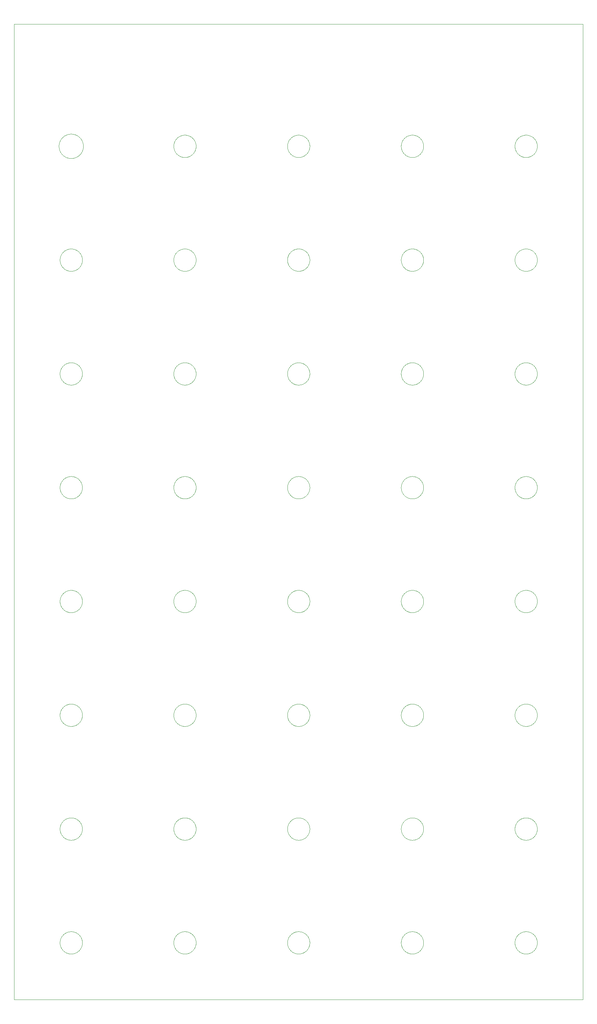
<source format=gko>
G75*
%MOIN*%
%OFA0B0*%
%FSLAX25Y25*%
%IPPOS*%
%LPD*%
%AMOC8*
5,1,8,0,0,1.08239X$1,22.5*
%
%ADD10C,0.00000*%
D10*
X0025136Y0054164D02*
X0025136Y0999046D01*
X0576317Y0999046D01*
X0576317Y0054164D01*
X0025136Y0054164D01*
X0069427Y0109282D02*
X0069430Y0109548D01*
X0069440Y0109813D01*
X0069456Y0110078D01*
X0069479Y0110343D01*
X0069508Y0110607D01*
X0069544Y0110871D01*
X0069586Y0111133D01*
X0069635Y0111394D01*
X0069690Y0111654D01*
X0069751Y0111913D01*
X0069819Y0112170D01*
X0069893Y0112425D01*
X0069973Y0112678D01*
X0070060Y0112930D01*
X0070152Y0113179D01*
X0070251Y0113425D01*
X0070356Y0113670D01*
X0070467Y0113911D01*
X0070583Y0114150D01*
X0070705Y0114386D01*
X0070834Y0114619D01*
X0070967Y0114848D01*
X0071107Y0115074D01*
X0071252Y0115297D01*
X0071402Y0115516D01*
X0071558Y0115732D01*
X0071719Y0115943D01*
X0071885Y0116151D01*
X0072056Y0116354D01*
X0072232Y0116553D01*
X0072413Y0116748D01*
X0072598Y0116938D01*
X0072788Y0117123D01*
X0072983Y0117304D01*
X0073182Y0117480D01*
X0073385Y0117651D01*
X0073593Y0117817D01*
X0073804Y0117978D01*
X0074020Y0118134D01*
X0074239Y0118284D01*
X0074462Y0118429D01*
X0074688Y0118569D01*
X0074917Y0118702D01*
X0075150Y0118831D01*
X0075386Y0118953D01*
X0075625Y0119069D01*
X0075866Y0119180D01*
X0076111Y0119285D01*
X0076357Y0119384D01*
X0076606Y0119476D01*
X0076858Y0119563D01*
X0077111Y0119643D01*
X0077366Y0119717D01*
X0077623Y0119785D01*
X0077882Y0119846D01*
X0078142Y0119901D01*
X0078403Y0119950D01*
X0078665Y0119992D01*
X0078929Y0120028D01*
X0079193Y0120057D01*
X0079458Y0120080D01*
X0079723Y0120096D01*
X0079988Y0120106D01*
X0080254Y0120109D01*
X0080520Y0120106D01*
X0080785Y0120096D01*
X0081050Y0120080D01*
X0081315Y0120057D01*
X0081579Y0120028D01*
X0081843Y0119992D01*
X0082105Y0119950D01*
X0082366Y0119901D01*
X0082626Y0119846D01*
X0082885Y0119785D01*
X0083142Y0119717D01*
X0083397Y0119643D01*
X0083650Y0119563D01*
X0083902Y0119476D01*
X0084151Y0119384D01*
X0084397Y0119285D01*
X0084642Y0119180D01*
X0084883Y0119069D01*
X0085122Y0118953D01*
X0085358Y0118831D01*
X0085591Y0118702D01*
X0085820Y0118569D01*
X0086046Y0118429D01*
X0086269Y0118284D01*
X0086488Y0118134D01*
X0086704Y0117978D01*
X0086915Y0117817D01*
X0087123Y0117651D01*
X0087326Y0117480D01*
X0087525Y0117304D01*
X0087720Y0117123D01*
X0087910Y0116938D01*
X0088095Y0116748D01*
X0088276Y0116553D01*
X0088452Y0116354D01*
X0088623Y0116151D01*
X0088789Y0115943D01*
X0088950Y0115732D01*
X0089106Y0115516D01*
X0089256Y0115297D01*
X0089401Y0115074D01*
X0089541Y0114848D01*
X0089674Y0114619D01*
X0089803Y0114386D01*
X0089925Y0114150D01*
X0090041Y0113911D01*
X0090152Y0113670D01*
X0090257Y0113425D01*
X0090356Y0113179D01*
X0090448Y0112930D01*
X0090535Y0112678D01*
X0090615Y0112425D01*
X0090689Y0112170D01*
X0090757Y0111913D01*
X0090818Y0111654D01*
X0090873Y0111394D01*
X0090922Y0111133D01*
X0090964Y0110871D01*
X0091000Y0110607D01*
X0091029Y0110343D01*
X0091052Y0110078D01*
X0091068Y0109813D01*
X0091078Y0109548D01*
X0091081Y0109282D01*
X0091078Y0109016D01*
X0091068Y0108751D01*
X0091052Y0108486D01*
X0091029Y0108221D01*
X0091000Y0107957D01*
X0090964Y0107693D01*
X0090922Y0107431D01*
X0090873Y0107170D01*
X0090818Y0106910D01*
X0090757Y0106651D01*
X0090689Y0106394D01*
X0090615Y0106139D01*
X0090535Y0105886D01*
X0090448Y0105634D01*
X0090356Y0105385D01*
X0090257Y0105139D01*
X0090152Y0104894D01*
X0090041Y0104653D01*
X0089925Y0104414D01*
X0089803Y0104178D01*
X0089674Y0103945D01*
X0089541Y0103716D01*
X0089401Y0103490D01*
X0089256Y0103267D01*
X0089106Y0103048D01*
X0088950Y0102832D01*
X0088789Y0102621D01*
X0088623Y0102413D01*
X0088452Y0102210D01*
X0088276Y0102011D01*
X0088095Y0101816D01*
X0087910Y0101626D01*
X0087720Y0101441D01*
X0087525Y0101260D01*
X0087326Y0101084D01*
X0087123Y0100913D01*
X0086915Y0100747D01*
X0086704Y0100586D01*
X0086488Y0100430D01*
X0086269Y0100280D01*
X0086046Y0100135D01*
X0085820Y0099995D01*
X0085591Y0099862D01*
X0085358Y0099733D01*
X0085122Y0099611D01*
X0084883Y0099495D01*
X0084642Y0099384D01*
X0084397Y0099279D01*
X0084151Y0099180D01*
X0083902Y0099088D01*
X0083650Y0099001D01*
X0083397Y0098921D01*
X0083142Y0098847D01*
X0082885Y0098779D01*
X0082626Y0098718D01*
X0082366Y0098663D01*
X0082105Y0098614D01*
X0081843Y0098572D01*
X0081579Y0098536D01*
X0081315Y0098507D01*
X0081050Y0098484D01*
X0080785Y0098468D01*
X0080520Y0098458D01*
X0080254Y0098455D01*
X0079988Y0098458D01*
X0079723Y0098468D01*
X0079458Y0098484D01*
X0079193Y0098507D01*
X0078929Y0098536D01*
X0078665Y0098572D01*
X0078403Y0098614D01*
X0078142Y0098663D01*
X0077882Y0098718D01*
X0077623Y0098779D01*
X0077366Y0098847D01*
X0077111Y0098921D01*
X0076858Y0099001D01*
X0076606Y0099088D01*
X0076357Y0099180D01*
X0076111Y0099279D01*
X0075866Y0099384D01*
X0075625Y0099495D01*
X0075386Y0099611D01*
X0075150Y0099733D01*
X0074917Y0099862D01*
X0074688Y0099995D01*
X0074462Y0100135D01*
X0074239Y0100280D01*
X0074020Y0100430D01*
X0073804Y0100586D01*
X0073593Y0100747D01*
X0073385Y0100913D01*
X0073182Y0101084D01*
X0072983Y0101260D01*
X0072788Y0101441D01*
X0072598Y0101626D01*
X0072413Y0101816D01*
X0072232Y0102011D01*
X0072056Y0102210D01*
X0071885Y0102413D01*
X0071719Y0102621D01*
X0071558Y0102832D01*
X0071402Y0103048D01*
X0071252Y0103267D01*
X0071107Y0103490D01*
X0070967Y0103716D01*
X0070834Y0103945D01*
X0070705Y0104178D01*
X0070583Y0104414D01*
X0070467Y0104653D01*
X0070356Y0104894D01*
X0070251Y0105139D01*
X0070152Y0105385D01*
X0070060Y0105634D01*
X0069973Y0105886D01*
X0069893Y0106139D01*
X0069819Y0106394D01*
X0069751Y0106651D01*
X0069690Y0106910D01*
X0069635Y0107170D01*
X0069586Y0107431D01*
X0069544Y0107693D01*
X0069508Y0107957D01*
X0069479Y0108221D01*
X0069456Y0108486D01*
X0069440Y0108751D01*
X0069430Y0109016D01*
X0069427Y0109282D01*
X0069427Y0219519D02*
X0069430Y0219785D01*
X0069440Y0220050D01*
X0069456Y0220315D01*
X0069479Y0220580D01*
X0069508Y0220844D01*
X0069544Y0221108D01*
X0069586Y0221370D01*
X0069635Y0221631D01*
X0069690Y0221891D01*
X0069751Y0222150D01*
X0069819Y0222407D01*
X0069893Y0222662D01*
X0069973Y0222915D01*
X0070060Y0223167D01*
X0070152Y0223416D01*
X0070251Y0223662D01*
X0070356Y0223907D01*
X0070467Y0224148D01*
X0070583Y0224387D01*
X0070705Y0224623D01*
X0070834Y0224856D01*
X0070967Y0225085D01*
X0071107Y0225311D01*
X0071252Y0225534D01*
X0071402Y0225753D01*
X0071558Y0225969D01*
X0071719Y0226180D01*
X0071885Y0226388D01*
X0072056Y0226591D01*
X0072232Y0226790D01*
X0072413Y0226985D01*
X0072598Y0227175D01*
X0072788Y0227360D01*
X0072983Y0227541D01*
X0073182Y0227717D01*
X0073385Y0227888D01*
X0073593Y0228054D01*
X0073804Y0228215D01*
X0074020Y0228371D01*
X0074239Y0228521D01*
X0074462Y0228666D01*
X0074688Y0228806D01*
X0074917Y0228939D01*
X0075150Y0229068D01*
X0075386Y0229190D01*
X0075625Y0229306D01*
X0075866Y0229417D01*
X0076111Y0229522D01*
X0076357Y0229621D01*
X0076606Y0229713D01*
X0076858Y0229800D01*
X0077111Y0229880D01*
X0077366Y0229954D01*
X0077623Y0230022D01*
X0077882Y0230083D01*
X0078142Y0230138D01*
X0078403Y0230187D01*
X0078665Y0230229D01*
X0078929Y0230265D01*
X0079193Y0230294D01*
X0079458Y0230317D01*
X0079723Y0230333D01*
X0079988Y0230343D01*
X0080254Y0230346D01*
X0080520Y0230343D01*
X0080785Y0230333D01*
X0081050Y0230317D01*
X0081315Y0230294D01*
X0081579Y0230265D01*
X0081843Y0230229D01*
X0082105Y0230187D01*
X0082366Y0230138D01*
X0082626Y0230083D01*
X0082885Y0230022D01*
X0083142Y0229954D01*
X0083397Y0229880D01*
X0083650Y0229800D01*
X0083902Y0229713D01*
X0084151Y0229621D01*
X0084397Y0229522D01*
X0084642Y0229417D01*
X0084883Y0229306D01*
X0085122Y0229190D01*
X0085358Y0229068D01*
X0085591Y0228939D01*
X0085820Y0228806D01*
X0086046Y0228666D01*
X0086269Y0228521D01*
X0086488Y0228371D01*
X0086704Y0228215D01*
X0086915Y0228054D01*
X0087123Y0227888D01*
X0087326Y0227717D01*
X0087525Y0227541D01*
X0087720Y0227360D01*
X0087910Y0227175D01*
X0088095Y0226985D01*
X0088276Y0226790D01*
X0088452Y0226591D01*
X0088623Y0226388D01*
X0088789Y0226180D01*
X0088950Y0225969D01*
X0089106Y0225753D01*
X0089256Y0225534D01*
X0089401Y0225311D01*
X0089541Y0225085D01*
X0089674Y0224856D01*
X0089803Y0224623D01*
X0089925Y0224387D01*
X0090041Y0224148D01*
X0090152Y0223907D01*
X0090257Y0223662D01*
X0090356Y0223416D01*
X0090448Y0223167D01*
X0090535Y0222915D01*
X0090615Y0222662D01*
X0090689Y0222407D01*
X0090757Y0222150D01*
X0090818Y0221891D01*
X0090873Y0221631D01*
X0090922Y0221370D01*
X0090964Y0221108D01*
X0091000Y0220844D01*
X0091029Y0220580D01*
X0091052Y0220315D01*
X0091068Y0220050D01*
X0091078Y0219785D01*
X0091081Y0219519D01*
X0091078Y0219253D01*
X0091068Y0218988D01*
X0091052Y0218723D01*
X0091029Y0218458D01*
X0091000Y0218194D01*
X0090964Y0217930D01*
X0090922Y0217668D01*
X0090873Y0217407D01*
X0090818Y0217147D01*
X0090757Y0216888D01*
X0090689Y0216631D01*
X0090615Y0216376D01*
X0090535Y0216123D01*
X0090448Y0215871D01*
X0090356Y0215622D01*
X0090257Y0215376D01*
X0090152Y0215131D01*
X0090041Y0214890D01*
X0089925Y0214651D01*
X0089803Y0214415D01*
X0089674Y0214182D01*
X0089541Y0213953D01*
X0089401Y0213727D01*
X0089256Y0213504D01*
X0089106Y0213285D01*
X0088950Y0213069D01*
X0088789Y0212858D01*
X0088623Y0212650D01*
X0088452Y0212447D01*
X0088276Y0212248D01*
X0088095Y0212053D01*
X0087910Y0211863D01*
X0087720Y0211678D01*
X0087525Y0211497D01*
X0087326Y0211321D01*
X0087123Y0211150D01*
X0086915Y0210984D01*
X0086704Y0210823D01*
X0086488Y0210667D01*
X0086269Y0210517D01*
X0086046Y0210372D01*
X0085820Y0210232D01*
X0085591Y0210099D01*
X0085358Y0209970D01*
X0085122Y0209848D01*
X0084883Y0209732D01*
X0084642Y0209621D01*
X0084397Y0209516D01*
X0084151Y0209417D01*
X0083902Y0209325D01*
X0083650Y0209238D01*
X0083397Y0209158D01*
X0083142Y0209084D01*
X0082885Y0209016D01*
X0082626Y0208955D01*
X0082366Y0208900D01*
X0082105Y0208851D01*
X0081843Y0208809D01*
X0081579Y0208773D01*
X0081315Y0208744D01*
X0081050Y0208721D01*
X0080785Y0208705D01*
X0080520Y0208695D01*
X0080254Y0208692D01*
X0079988Y0208695D01*
X0079723Y0208705D01*
X0079458Y0208721D01*
X0079193Y0208744D01*
X0078929Y0208773D01*
X0078665Y0208809D01*
X0078403Y0208851D01*
X0078142Y0208900D01*
X0077882Y0208955D01*
X0077623Y0209016D01*
X0077366Y0209084D01*
X0077111Y0209158D01*
X0076858Y0209238D01*
X0076606Y0209325D01*
X0076357Y0209417D01*
X0076111Y0209516D01*
X0075866Y0209621D01*
X0075625Y0209732D01*
X0075386Y0209848D01*
X0075150Y0209970D01*
X0074917Y0210099D01*
X0074688Y0210232D01*
X0074462Y0210372D01*
X0074239Y0210517D01*
X0074020Y0210667D01*
X0073804Y0210823D01*
X0073593Y0210984D01*
X0073385Y0211150D01*
X0073182Y0211321D01*
X0072983Y0211497D01*
X0072788Y0211678D01*
X0072598Y0211863D01*
X0072413Y0212053D01*
X0072232Y0212248D01*
X0072056Y0212447D01*
X0071885Y0212650D01*
X0071719Y0212858D01*
X0071558Y0213069D01*
X0071402Y0213285D01*
X0071252Y0213504D01*
X0071107Y0213727D01*
X0070967Y0213953D01*
X0070834Y0214182D01*
X0070705Y0214415D01*
X0070583Y0214651D01*
X0070467Y0214890D01*
X0070356Y0215131D01*
X0070251Y0215376D01*
X0070152Y0215622D01*
X0070060Y0215871D01*
X0069973Y0216123D01*
X0069893Y0216376D01*
X0069819Y0216631D01*
X0069751Y0216888D01*
X0069690Y0217147D01*
X0069635Y0217407D01*
X0069586Y0217668D01*
X0069544Y0217930D01*
X0069508Y0218194D01*
X0069479Y0218458D01*
X0069456Y0218723D01*
X0069440Y0218988D01*
X0069430Y0219253D01*
X0069427Y0219519D01*
X0069427Y0329755D02*
X0069430Y0330021D01*
X0069440Y0330286D01*
X0069456Y0330551D01*
X0069479Y0330816D01*
X0069508Y0331080D01*
X0069544Y0331344D01*
X0069586Y0331606D01*
X0069635Y0331867D01*
X0069690Y0332127D01*
X0069751Y0332386D01*
X0069819Y0332643D01*
X0069893Y0332898D01*
X0069973Y0333151D01*
X0070060Y0333403D01*
X0070152Y0333652D01*
X0070251Y0333898D01*
X0070356Y0334143D01*
X0070467Y0334384D01*
X0070583Y0334623D01*
X0070705Y0334859D01*
X0070834Y0335092D01*
X0070967Y0335321D01*
X0071107Y0335547D01*
X0071252Y0335770D01*
X0071402Y0335989D01*
X0071558Y0336205D01*
X0071719Y0336416D01*
X0071885Y0336624D01*
X0072056Y0336827D01*
X0072232Y0337026D01*
X0072413Y0337221D01*
X0072598Y0337411D01*
X0072788Y0337596D01*
X0072983Y0337777D01*
X0073182Y0337953D01*
X0073385Y0338124D01*
X0073593Y0338290D01*
X0073804Y0338451D01*
X0074020Y0338607D01*
X0074239Y0338757D01*
X0074462Y0338902D01*
X0074688Y0339042D01*
X0074917Y0339175D01*
X0075150Y0339304D01*
X0075386Y0339426D01*
X0075625Y0339542D01*
X0075866Y0339653D01*
X0076111Y0339758D01*
X0076357Y0339857D01*
X0076606Y0339949D01*
X0076858Y0340036D01*
X0077111Y0340116D01*
X0077366Y0340190D01*
X0077623Y0340258D01*
X0077882Y0340319D01*
X0078142Y0340374D01*
X0078403Y0340423D01*
X0078665Y0340465D01*
X0078929Y0340501D01*
X0079193Y0340530D01*
X0079458Y0340553D01*
X0079723Y0340569D01*
X0079988Y0340579D01*
X0080254Y0340582D01*
X0080520Y0340579D01*
X0080785Y0340569D01*
X0081050Y0340553D01*
X0081315Y0340530D01*
X0081579Y0340501D01*
X0081843Y0340465D01*
X0082105Y0340423D01*
X0082366Y0340374D01*
X0082626Y0340319D01*
X0082885Y0340258D01*
X0083142Y0340190D01*
X0083397Y0340116D01*
X0083650Y0340036D01*
X0083902Y0339949D01*
X0084151Y0339857D01*
X0084397Y0339758D01*
X0084642Y0339653D01*
X0084883Y0339542D01*
X0085122Y0339426D01*
X0085358Y0339304D01*
X0085591Y0339175D01*
X0085820Y0339042D01*
X0086046Y0338902D01*
X0086269Y0338757D01*
X0086488Y0338607D01*
X0086704Y0338451D01*
X0086915Y0338290D01*
X0087123Y0338124D01*
X0087326Y0337953D01*
X0087525Y0337777D01*
X0087720Y0337596D01*
X0087910Y0337411D01*
X0088095Y0337221D01*
X0088276Y0337026D01*
X0088452Y0336827D01*
X0088623Y0336624D01*
X0088789Y0336416D01*
X0088950Y0336205D01*
X0089106Y0335989D01*
X0089256Y0335770D01*
X0089401Y0335547D01*
X0089541Y0335321D01*
X0089674Y0335092D01*
X0089803Y0334859D01*
X0089925Y0334623D01*
X0090041Y0334384D01*
X0090152Y0334143D01*
X0090257Y0333898D01*
X0090356Y0333652D01*
X0090448Y0333403D01*
X0090535Y0333151D01*
X0090615Y0332898D01*
X0090689Y0332643D01*
X0090757Y0332386D01*
X0090818Y0332127D01*
X0090873Y0331867D01*
X0090922Y0331606D01*
X0090964Y0331344D01*
X0091000Y0331080D01*
X0091029Y0330816D01*
X0091052Y0330551D01*
X0091068Y0330286D01*
X0091078Y0330021D01*
X0091081Y0329755D01*
X0091078Y0329489D01*
X0091068Y0329224D01*
X0091052Y0328959D01*
X0091029Y0328694D01*
X0091000Y0328430D01*
X0090964Y0328166D01*
X0090922Y0327904D01*
X0090873Y0327643D01*
X0090818Y0327383D01*
X0090757Y0327124D01*
X0090689Y0326867D01*
X0090615Y0326612D01*
X0090535Y0326359D01*
X0090448Y0326107D01*
X0090356Y0325858D01*
X0090257Y0325612D01*
X0090152Y0325367D01*
X0090041Y0325126D01*
X0089925Y0324887D01*
X0089803Y0324651D01*
X0089674Y0324418D01*
X0089541Y0324189D01*
X0089401Y0323963D01*
X0089256Y0323740D01*
X0089106Y0323521D01*
X0088950Y0323305D01*
X0088789Y0323094D01*
X0088623Y0322886D01*
X0088452Y0322683D01*
X0088276Y0322484D01*
X0088095Y0322289D01*
X0087910Y0322099D01*
X0087720Y0321914D01*
X0087525Y0321733D01*
X0087326Y0321557D01*
X0087123Y0321386D01*
X0086915Y0321220D01*
X0086704Y0321059D01*
X0086488Y0320903D01*
X0086269Y0320753D01*
X0086046Y0320608D01*
X0085820Y0320468D01*
X0085591Y0320335D01*
X0085358Y0320206D01*
X0085122Y0320084D01*
X0084883Y0319968D01*
X0084642Y0319857D01*
X0084397Y0319752D01*
X0084151Y0319653D01*
X0083902Y0319561D01*
X0083650Y0319474D01*
X0083397Y0319394D01*
X0083142Y0319320D01*
X0082885Y0319252D01*
X0082626Y0319191D01*
X0082366Y0319136D01*
X0082105Y0319087D01*
X0081843Y0319045D01*
X0081579Y0319009D01*
X0081315Y0318980D01*
X0081050Y0318957D01*
X0080785Y0318941D01*
X0080520Y0318931D01*
X0080254Y0318928D01*
X0079988Y0318931D01*
X0079723Y0318941D01*
X0079458Y0318957D01*
X0079193Y0318980D01*
X0078929Y0319009D01*
X0078665Y0319045D01*
X0078403Y0319087D01*
X0078142Y0319136D01*
X0077882Y0319191D01*
X0077623Y0319252D01*
X0077366Y0319320D01*
X0077111Y0319394D01*
X0076858Y0319474D01*
X0076606Y0319561D01*
X0076357Y0319653D01*
X0076111Y0319752D01*
X0075866Y0319857D01*
X0075625Y0319968D01*
X0075386Y0320084D01*
X0075150Y0320206D01*
X0074917Y0320335D01*
X0074688Y0320468D01*
X0074462Y0320608D01*
X0074239Y0320753D01*
X0074020Y0320903D01*
X0073804Y0321059D01*
X0073593Y0321220D01*
X0073385Y0321386D01*
X0073182Y0321557D01*
X0072983Y0321733D01*
X0072788Y0321914D01*
X0072598Y0322099D01*
X0072413Y0322289D01*
X0072232Y0322484D01*
X0072056Y0322683D01*
X0071885Y0322886D01*
X0071719Y0323094D01*
X0071558Y0323305D01*
X0071402Y0323521D01*
X0071252Y0323740D01*
X0071107Y0323963D01*
X0070967Y0324189D01*
X0070834Y0324418D01*
X0070705Y0324651D01*
X0070583Y0324887D01*
X0070467Y0325126D01*
X0070356Y0325367D01*
X0070251Y0325612D01*
X0070152Y0325858D01*
X0070060Y0326107D01*
X0069973Y0326359D01*
X0069893Y0326612D01*
X0069819Y0326867D01*
X0069751Y0327124D01*
X0069690Y0327383D01*
X0069635Y0327643D01*
X0069586Y0327904D01*
X0069544Y0328166D01*
X0069508Y0328430D01*
X0069479Y0328694D01*
X0069456Y0328959D01*
X0069440Y0329224D01*
X0069430Y0329489D01*
X0069427Y0329755D01*
X0069427Y0439991D02*
X0069430Y0440257D01*
X0069440Y0440522D01*
X0069456Y0440787D01*
X0069479Y0441052D01*
X0069508Y0441316D01*
X0069544Y0441580D01*
X0069586Y0441842D01*
X0069635Y0442103D01*
X0069690Y0442363D01*
X0069751Y0442622D01*
X0069819Y0442879D01*
X0069893Y0443134D01*
X0069973Y0443387D01*
X0070060Y0443639D01*
X0070152Y0443888D01*
X0070251Y0444134D01*
X0070356Y0444379D01*
X0070467Y0444620D01*
X0070583Y0444859D01*
X0070705Y0445095D01*
X0070834Y0445328D01*
X0070967Y0445557D01*
X0071107Y0445783D01*
X0071252Y0446006D01*
X0071402Y0446225D01*
X0071558Y0446441D01*
X0071719Y0446652D01*
X0071885Y0446860D01*
X0072056Y0447063D01*
X0072232Y0447262D01*
X0072413Y0447457D01*
X0072598Y0447647D01*
X0072788Y0447832D01*
X0072983Y0448013D01*
X0073182Y0448189D01*
X0073385Y0448360D01*
X0073593Y0448526D01*
X0073804Y0448687D01*
X0074020Y0448843D01*
X0074239Y0448993D01*
X0074462Y0449138D01*
X0074688Y0449278D01*
X0074917Y0449411D01*
X0075150Y0449540D01*
X0075386Y0449662D01*
X0075625Y0449778D01*
X0075866Y0449889D01*
X0076111Y0449994D01*
X0076357Y0450093D01*
X0076606Y0450185D01*
X0076858Y0450272D01*
X0077111Y0450352D01*
X0077366Y0450426D01*
X0077623Y0450494D01*
X0077882Y0450555D01*
X0078142Y0450610D01*
X0078403Y0450659D01*
X0078665Y0450701D01*
X0078929Y0450737D01*
X0079193Y0450766D01*
X0079458Y0450789D01*
X0079723Y0450805D01*
X0079988Y0450815D01*
X0080254Y0450818D01*
X0080520Y0450815D01*
X0080785Y0450805D01*
X0081050Y0450789D01*
X0081315Y0450766D01*
X0081579Y0450737D01*
X0081843Y0450701D01*
X0082105Y0450659D01*
X0082366Y0450610D01*
X0082626Y0450555D01*
X0082885Y0450494D01*
X0083142Y0450426D01*
X0083397Y0450352D01*
X0083650Y0450272D01*
X0083902Y0450185D01*
X0084151Y0450093D01*
X0084397Y0449994D01*
X0084642Y0449889D01*
X0084883Y0449778D01*
X0085122Y0449662D01*
X0085358Y0449540D01*
X0085591Y0449411D01*
X0085820Y0449278D01*
X0086046Y0449138D01*
X0086269Y0448993D01*
X0086488Y0448843D01*
X0086704Y0448687D01*
X0086915Y0448526D01*
X0087123Y0448360D01*
X0087326Y0448189D01*
X0087525Y0448013D01*
X0087720Y0447832D01*
X0087910Y0447647D01*
X0088095Y0447457D01*
X0088276Y0447262D01*
X0088452Y0447063D01*
X0088623Y0446860D01*
X0088789Y0446652D01*
X0088950Y0446441D01*
X0089106Y0446225D01*
X0089256Y0446006D01*
X0089401Y0445783D01*
X0089541Y0445557D01*
X0089674Y0445328D01*
X0089803Y0445095D01*
X0089925Y0444859D01*
X0090041Y0444620D01*
X0090152Y0444379D01*
X0090257Y0444134D01*
X0090356Y0443888D01*
X0090448Y0443639D01*
X0090535Y0443387D01*
X0090615Y0443134D01*
X0090689Y0442879D01*
X0090757Y0442622D01*
X0090818Y0442363D01*
X0090873Y0442103D01*
X0090922Y0441842D01*
X0090964Y0441580D01*
X0091000Y0441316D01*
X0091029Y0441052D01*
X0091052Y0440787D01*
X0091068Y0440522D01*
X0091078Y0440257D01*
X0091081Y0439991D01*
X0091078Y0439725D01*
X0091068Y0439460D01*
X0091052Y0439195D01*
X0091029Y0438930D01*
X0091000Y0438666D01*
X0090964Y0438402D01*
X0090922Y0438140D01*
X0090873Y0437879D01*
X0090818Y0437619D01*
X0090757Y0437360D01*
X0090689Y0437103D01*
X0090615Y0436848D01*
X0090535Y0436595D01*
X0090448Y0436343D01*
X0090356Y0436094D01*
X0090257Y0435848D01*
X0090152Y0435603D01*
X0090041Y0435362D01*
X0089925Y0435123D01*
X0089803Y0434887D01*
X0089674Y0434654D01*
X0089541Y0434425D01*
X0089401Y0434199D01*
X0089256Y0433976D01*
X0089106Y0433757D01*
X0088950Y0433541D01*
X0088789Y0433330D01*
X0088623Y0433122D01*
X0088452Y0432919D01*
X0088276Y0432720D01*
X0088095Y0432525D01*
X0087910Y0432335D01*
X0087720Y0432150D01*
X0087525Y0431969D01*
X0087326Y0431793D01*
X0087123Y0431622D01*
X0086915Y0431456D01*
X0086704Y0431295D01*
X0086488Y0431139D01*
X0086269Y0430989D01*
X0086046Y0430844D01*
X0085820Y0430704D01*
X0085591Y0430571D01*
X0085358Y0430442D01*
X0085122Y0430320D01*
X0084883Y0430204D01*
X0084642Y0430093D01*
X0084397Y0429988D01*
X0084151Y0429889D01*
X0083902Y0429797D01*
X0083650Y0429710D01*
X0083397Y0429630D01*
X0083142Y0429556D01*
X0082885Y0429488D01*
X0082626Y0429427D01*
X0082366Y0429372D01*
X0082105Y0429323D01*
X0081843Y0429281D01*
X0081579Y0429245D01*
X0081315Y0429216D01*
X0081050Y0429193D01*
X0080785Y0429177D01*
X0080520Y0429167D01*
X0080254Y0429164D01*
X0079988Y0429167D01*
X0079723Y0429177D01*
X0079458Y0429193D01*
X0079193Y0429216D01*
X0078929Y0429245D01*
X0078665Y0429281D01*
X0078403Y0429323D01*
X0078142Y0429372D01*
X0077882Y0429427D01*
X0077623Y0429488D01*
X0077366Y0429556D01*
X0077111Y0429630D01*
X0076858Y0429710D01*
X0076606Y0429797D01*
X0076357Y0429889D01*
X0076111Y0429988D01*
X0075866Y0430093D01*
X0075625Y0430204D01*
X0075386Y0430320D01*
X0075150Y0430442D01*
X0074917Y0430571D01*
X0074688Y0430704D01*
X0074462Y0430844D01*
X0074239Y0430989D01*
X0074020Y0431139D01*
X0073804Y0431295D01*
X0073593Y0431456D01*
X0073385Y0431622D01*
X0073182Y0431793D01*
X0072983Y0431969D01*
X0072788Y0432150D01*
X0072598Y0432335D01*
X0072413Y0432525D01*
X0072232Y0432720D01*
X0072056Y0432919D01*
X0071885Y0433122D01*
X0071719Y0433330D01*
X0071558Y0433541D01*
X0071402Y0433757D01*
X0071252Y0433976D01*
X0071107Y0434199D01*
X0070967Y0434425D01*
X0070834Y0434654D01*
X0070705Y0434887D01*
X0070583Y0435123D01*
X0070467Y0435362D01*
X0070356Y0435603D01*
X0070251Y0435848D01*
X0070152Y0436094D01*
X0070060Y0436343D01*
X0069973Y0436595D01*
X0069893Y0436848D01*
X0069819Y0437103D01*
X0069751Y0437360D01*
X0069690Y0437619D01*
X0069635Y0437879D01*
X0069586Y0438140D01*
X0069544Y0438402D01*
X0069508Y0438666D01*
X0069479Y0438930D01*
X0069456Y0439195D01*
X0069440Y0439460D01*
X0069430Y0439725D01*
X0069427Y0439991D01*
X0069427Y0550227D02*
X0069430Y0550493D01*
X0069440Y0550758D01*
X0069456Y0551023D01*
X0069479Y0551288D01*
X0069508Y0551552D01*
X0069544Y0551816D01*
X0069586Y0552078D01*
X0069635Y0552339D01*
X0069690Y0552599D01*
X0069751Y0552858D01*
X0069819Y0553115D01*
X0069893Y0553370D01*
X0069973Y0553623D01*
X0070060Y0553875D01*
X0070152Y0554124D01*
X0070251Y0554370D01*
X0070356Y0554615D01*
X0070467Y0554856D01*
X0070583Y0555095D01*
X0070705Y0555331D01*
X0070834Y0555564D01*
X0070967Y0555793D01*
X0071107Y0556019D01*
X0071252Y0556242D01*
X0071402Y0556461D01*
X0071558Y0556677D01*
X0071719Y0556888D01*
X0071885Y0557096D01*
X0072056Y0557299D01*
X0072232Y0557498D01*
X0072413Y0557693D01*
X0072598Y0557883D01*
X0072788Y0558068D01*
X0072983Y0558249D01*
X0073182Y0558425D01*
X0073385Y0558596D01*
X0073593Y0558762D01*
X0073804Y0558923D01*
X0074020Y0559079D01*
X0074239Y0559229D01*
X0074462Y0559374D01*
X0074688Y0559514D01*
X0074917Y0559647D01*
X0075150Y0559776D01*
X0075386Y0559898D01*
X0075625Y0560014D01*
X0075866Y0560125D01*
X0076111Y0560230D01*
X0076357Y0560329D01*
X0076606Y0560421D01*
X0076858Y0560508D01*
X0077111Y0560588D01*
X0077366Y0560662D01*
X0077623Y0560730D01*
X0077882Y0560791D01*
X0078142Y0560846D01*
X0078403Y0560895D01*
X0078665Y0560937D01*
X0078929Y0560973D01*
X0079193Y0561002D01*
X0079458Y0561025D01*
X0079723Y0561041D01*
X0079988Y0561051D01*
X0080254Y0561054D01*
X0080520Y0561051D01*
X0080785Y0561041D01*
X0081050Y0561025D01*
X0081315Y0561002D01*
X0081579Y0560973D01*
X0081843Y0560937D01*
X0082105Y0560895D01*
X0082366Y0560846D01*
X0082626Y0560791D01*
X0082885Y0560730D01*
X0083142Y0560662D01*
X0083397Y0560588D01*
X0083650Y0560508D01*
X0083902Y0560421D01*
X0084151Y0560329D01*
X0084397Y0560230D01*
X0084642Y0560125D01*
X0084883Y0560014D01*
X0085122Y0559898D01*
X0085358Y0559776D01*
X0085591Y0559647D01*
X0085820Y0559514D01*
X0086046Y0559374D01*
X0086269Y0559229D01*
X0086488Y0559079D01*
X0086704Y0558923D01*
X0086915Y0558762D01*
X0087123Y0558596D01*
X0087326Y0558425D01*
X0087525Y0558249D01*
X0087720Y0558068D01*
X0087910Y0557883D01*
X0088095Y0557693D01*
X0088276Y0557498D01*
X0088452Y0557299D01*
X0088623Y0557096D01*
X0088789Y0556888D01*
X0088950Y0556677D01*
X0089106Y0556461D01*
X0089256Y0556242D01*
X0089401Y0556019D01*
X0089541Y0555793D01*
X0089674Y0555564D01*
X0089803Y0555331D01*
X0089925Y0555095D01*
X0090041Y0554856D01*
X0090152Y0554615D01*
X0090257Y0554370D01*
X0090356Y0554124D01*
X0090448Y0553875D01*
X0090535Y0553623D01*
X0090615Y0553370D01*
X0090689Y0553115D01*
X0090757Y0552858D01*
X0090818Y0552599D01*
X0090873Y0552339D01*
X0090922Y0552078D01*
X0090964Y0551816D01*
X0091000Y0551552D01*
X0091029Y0551288D01*
X0091052Y0551023D01*
X0091068Y0550758D01*
X0091078Y0550493D01*
X0091081Y0550227D01*
X0091078Y0549961D01*
X0091068Y0549696D01*
X0091052Y0549431D01*
X0091029Y0549166D01*
X0091000Y0548902D01*
X0090964Y0548638D01*
X0090922Y0548376D01*
X0090873Y0548115D01*
X0090818Y0547855D01*
X0090757Y0547596D01*
X0090689Y0547339D01*
X0090615Y0547084D01*
X0090535Y0546831D01*
X0090448Y0546579D01*
X0090356Y0546330D01*
X0090257Y0546084D01*
X0090152Y0545839D01*
X0090041Y0545598D01*
X0089925Y0545359D01*
X0089803Y0545123D01*
X0089674Y0544890D01*
X0089541Y0544661D01*
X0089401Y0544435D01*
X0089256Y0544212D01*
X0089106Y0543993D01*
X0088950Y0543777D01*
X0088789Y0543566D01*
X0088623Y0543358D01*
X0088452Y0543155D01*
X0088276Y0542956D01*
X0088095Y0542761D01*
X0087910Y0542571D01*
X0087720Y0542386D01*
X0087525Y0542205D01*
X0087326Y0542029D01*
X0087123Y0541858D01*
X0086915Y0541692D01*
X0086704Y0541531D01*
X0086488Y0541375D01*
X0086269Y0541225D01*
X0086046Y0541080D01*
X0085820Y0540940D01*
X0085591Y0540807D01*
X0085358Y0540678D01*
X0085122Y0540556D01*
X0084883Y0540440D01*
X0084642Y0540329D01*
X0084397Y0540224D01*
X0084151Y0540125D01*
X0083902Y0540033D01*
X0083650Y0539946D01*
X0083397Y0539866D01*
X0083142Y0539792D01*
X0082885Y0539724D01*
X0082626Y0539663D01*
X0082366Y0539608D01*
X0082105Y0539559D01*
X0081843Y0539517D01*
X0081579Y0539481D01*
X0081315Y0539452D01*
X0081050Y0539429D01*
X0080785Y0539413D01*
X0080520Y0539403D01*
X0080254Y0539400D01*
X0079988Y0539403D01*
X0079723Y0539413D01*
X0079458Y0539429D01*
X0079193Y0539452D01*
X0078929Y0539481D01*
X0078665Y0539517D01*
X0078403Y0539559D01*
X0078142Y0539608D01*
X0077882Y0539663D01*
X0077623Y0539724D01*
X0077366Y0539792D01*
X0077111Y0539866D01*
X0076858Y0539946D01*
X0076606Y0540033D01*
X0076357Y0540125D01*
X0076111Y0540224D01*
X0075866Y0540329D01*
X0075625Y0540440D01*
X0075386Y0540556D01*
X0075150Y0540678D01*
X0074917Y0540807D01*
X0074688Y0540940D01*
X0074462Y0541080D01*
X0074239Y0541225D01*
X0074020Y0541375D01*
X0073804Y0541531D01*
X0073593Y0541692D01*
X0073385Y0541858D01*
X0073182Y0542029D01*
X0072983Y0542205D01*
X0072788Y0542386D01*
X0072598Y0542571D01*
X0072413Y0542761D01*
X0072232Y0542956D01*
X0072056Y0543155D01*
X0071885Y0543358D01*
X0071719Y0543566D01*
X0071558Y0543777D01*
X0071402Y0543993D01*
X0071252Y0544212D01*
X0071107Y0544435D01*
X0070967Y0544661D01*
X0070834Y0544890D01*
X0070705Y0545123D01*
X0070583Y0545359D01*
X0070467Y0545598D01*
X0070356Y0545839D01*
X0070251Y0546084D01*
X0070152Y0546330D01*
X0070060Y0546579D01*
X0069973Y0546831D01*
X0069893Y0547084D01*
X0069819Y0547339D01*
X0069751Y0547596D01*
X0069690Y0547855D01*
X0069635Y0548115D01*
X0069586Y0548376D01*
X0069544Y0548638D01*
X0069508Y0548902D01*
X0069479Y0549166D01*
X0069456Y0549431D01*
X0069440Y0549696D01*
X0069430Y0549961D01*
X0069427Y0550227D01*
X0069427Y0660464D02*
X0069430Y0660730D01*
X0069440Y0660995D01*
X0069456Y0661260D01*
X0069479Y0661525D01*
X0069508Y0661789D01*
X0069544Y0662053D01*
X0069586Y0662315D01*
X0069635Y0662576D01*
X0069690Y0662836D01*
X0069751Y0663095D01*
X0069819Y0663352D01*
X0069893Y0663607D01*
X0069973Y0663860D01*
X0070060Y0664112D01*
X0070152Y0664361D01*
X0070251Y0664607D01*
X0070356Y0664852D01*
X0070467Y0665093D01*
X0070583Y0665332D01*
X0070705Y0665568D01*
X0070834Y0665801D01*
X0070967Y0666030D01*
X0071107Y0666256D01*
X0071252Y0666479D01*
X0071402Y0666698D01*
X0071558Y0666914D01*
X0071719Y0667125D01*
X0071885Y0667333D01*
X0072056Y0667536D01*
X0072232Y0667735D01*
X0072413Y0667930D01*
X0072598Y0668120D01*
X0072788Y0668305D01*
X0072983Y0668486D01*
X0073182Y0668662D01*
X0073385Y0668833D01*
X0073593Y0668999D01*
X0073804Y0669160D01*
X0074020Y0669316D01*
X0074239Y0669466D01*
X0074462Y0669611D01*
X0074688Y0669751D01*
X0074917Y0669884D01*
X0075150Y0670013D01*
X0075386Y0670135D01*
X0075625Y0670251D01*
X0075866Y0670362D01*
X0076111Y0670467D01*
X0076357Y0670566D01*
X0076606Y0670658D01*
X0076858Y0670745D01*
X0077111Y0670825D01*
X0077366Y0670899D01*
X0077623Y0670967D01*
X0077882Y0671028D01*
X0078142Y0671083D01*
X0078403Y0671132D01*
X0078665Y0671174D01*
X0078929Y0671210D01*
X0079193Y0671239D01*
X0079458Y0671262D01*
X0079723Y0671278D01*
X0079988Y0671288D01*
X0080254Y0671291D01*
X0080520Y0671288D01*
X0080785Y0671278D01*
X0081050Y0671262D01*
X0081315Y0671239D01*
X0081579Y0671210D01*
X0081843Y0671174D01*
X0082105Y0671132D01*
X0082366Y0671083D01*
X0082626Y0671028D01*
X0082885Y0670967D01*
X0083142Y0670899D01*
X0083397Y0670825D01*
X0083650Y0670745D01*
X0083902Y0670658D01*
X0084151Y0670566D01*
X0084397Y0670467D01*
X0084642Y0670362D01*
X0084883Y0670251D01*
X0085122Y0670135D01*
X0085358Y0670013D01*
X0085591Y0669884D01*
X0085820Y0669751D01*
X0086046Y0669611D01*
X0086269Y0669466D01*
X0086488Y0669316D01*
X0086704Y0669160D01*
X0086915Y0668999D01*
X0087123Y0668833D01*
X0087326Y0668662D01*
X0087525Y0668486D01*
X0087720Y0668305D01*
X0087910Y0668120D01*
X0088095Y0667930D01*
X0088276Y0667735D01*
X0088452Y0667536D01*
X0088623Y0667333D01*
X0088789Y0667125D01*
X0088950Y0666914D01*
X0089106Y0666698D01*
X0089256Y0666479D01*
X0089401Y0666256D01*
X0089541Y0666030D01*
X0089674Y0665801D01*
X0089803Y0665568D01*
X0089925Y0665332D01*
X0090041Y0665093D01*
X0090152Y0664852D01*
X0090257Y0664607D01*
X0090356Y0664361D01*
X0090448Y0664112D01*
X0090535Y0663860D01*
X0090615Y0663607D01*
X0090689Y0663352D01*
X0090757Y0663095D01*
X0090818Y0662836D01*
X0090873Y0662576D01*
X0090922Y0662315D01*
X0090964Y0662053D01*
X0091000Y0661789D01*
X0091029Y0661525D01*
X0091052Y0661260D01*
X0091068Y0660995D01*
X0091078Y0660730D01*
X0091081Y0660464D01*
X0091078Y0660198D01*
X0091068Y0659933D01*
X0091052Y0659668D01*
X0091029Y0659403D01*
X0091000Y0659139D01*
X0090964Y0658875D01*
X0090922Y0658613D01*
X0090873Y0658352D01*
X0090818Y0658092D01*
X0090757Y0657833D01*
X0090689Y0657576D01*
X0090615Y0657321D01*
X0090535Y0657068D01*
X0090448Y0656816D01*
X0090356Y0656567D01*
X0090257Y0656321D01*
X0090152Y0656076D01*
X0090041Y0655835D01*
X0089925Y0655596D01*
X0089803Y0655360D01*
X0089674Y0655127D01*
X0089541Y0654898D01*
X0089401Y0654672D01*
X0089256Y0654449D01*
X0089106Y0654230D01*
X0088950Y0654014D01*
X0088789Y0653803D01*
X0088623Y0653595D01*
X0088452Y0653392D01*
X0088276Y0653193D01*
X0088095Y0652998D01*
X0087910Y0652808D01*
X0087720Y0652623D01*
X0087525Y0652442D01*
X0087326Y0652266D01*
X0087123Y0652095D01*
X0086915Y0651929D01*
X0086704Y0651768D01*
X0086488Y0651612D01*
X0086269Y0651462D01*
X0086046Y0651317D01*
X0085820Y0651177D01*
X0085591Y0651044D01*
X0085358Y0650915D01*
X0085122Y0650793D01*
X0084883Y0650677D01*
X0084642Y0650566D01*
X0084397Y0650461D01*
X0084151Y0650362D01*
X0083902Y0650270D01*
X0083650Y0650183D01*
X0083397Y0650103D01*
X0083142Y0650029D01*
X0082885Y0649961D01*
X0082626Y0649900D01*
X0082366Y0649845D01*
X0082105Y0649796D01*
X0081843Y0649754D01*
X0081579Y0649718D01*
X0081315Y0649689D01*
X0081050Y0649666D01*
X0080785Y0649650D01*
X0080520Y0649640D01*
X0080254Y0649637D01*
X0079988Y0649640D01*
X0079723Y0649650D01*
X0079458Y0649666D01*
X0079193Y0649689D01*
X0078929Y0649718D01*
X0078665Y0649754D01*
X0078403Y0649796D01*
X0078142Y0649845D01*
X0077882Y0649900D01*
X0077623Y0649961D01*
X0077366Y0650029D01*
X0077111Y0650103D01*
X0076858Y0650183D01*
X0076606Y0650270D01*
X0076357Y0650362D01*
X0076111Y0650461D01*
X0075866Y0650566D01*
X0075625Y0650677D01*
X0075386Y0650793D01*
X0075150Y0650915D01*
X0074917Y0651044D01*
X0074688Y0651177D01*
X0074462Y0651317D01*
X0074239Y0651462D01*
X0074020Y0651612D01*
X0073804Y0651768D01*
X0073593Y0651929D01*
X0073385Y0652095D01*
X0073182Y0652266D01*
X0072983Y0652442D01*
X0072788Y0652623D01*
X0072598Y0652808D01*
X0072413Y0652998D01*
X0072232Y0653193D01*
X0072056Y0653392D01*
X0071885Y0653595D01*
X0071719Y0653803D01*
X0071558Y0654014D01*
X0071402Y0654230D01*
X0071252Y0654449D01*
X0071107Y0654672D01*
X0070967Y0654898D01*
X0070834Y0655127D01*
X0070705Y0655360D01*
X0070583Y0655596D01*
X0070467Y0655835D01*
X0070356Y0656076D01*
X0070251Y0656321D01*
X0070152Y0656567D01*
X0070060Y0656816D01*
X0069973Y0657068D01*
X0069893Y0657321D01*
X0069819Y0657576D01*
X0069751Y0657833D01*
X0069690Y0658092D01*
X0069635Y0658352D01*
X0069586Y0658613D01*
X0069544Y0658875D01*
X0069508Y0659139D01*
X0069479Y0659403D01*
X0069456Y0659668D01*
X0069440Y0659933D01*
X0069430Y0660198D01*
X0069427Y0660464D01*
X0069427Y0770700D02*
X0069430Y0770966D01*
X0069440Y0771231D01*
X0069456Y0771496D01*
X0069479Y0771761D01*
X0069508Y0772025D01*
X0069544Y0772289D01*
X0069586Y0772551D01*
X0069635Y0772812D01*
X0069690Y0773072D01*
X0069751Y0773331D01*
X0069819Y0773588D01*
X0069893Y0773843D01*
X0069973Y0774096D01*
X0070060Y0774348D01*
X0070152Y0774597D01*
X0070251Y0774843D01*
X0070356Y0775088D01*
X0070467Y0775329D01*
X0070583Y0775568D01*
X0070705Y0775804D01*
X0070834Y0776037D01*
X0070967Y0776266D01*
X0071107Y0776492D01*
X0071252Y0776715D01*
X0071402Y0776934D01*
X0071558Y0777150D01*
X0071719Y0777361D01*
X0071885Y0777569D01*
X0072056Y0777772D01*
X0072232Y0777971D01*
X0072413Y0778166D01*
X0072598Y0778356D01*
X0072788Y0778541D01*
X0072983Y0778722D01*
X0073182Y0778898D01*
X0073385Y0779069D01*
X0073593Y0779235D01*
X0073804Y0779396D01*
X0074020Y0779552D01*
X0074239Y0779702D01*
X0074462Y0779847D01*
X0074688Y0779987D01*
X0074917Y0780120D01*
X0075150Y0780249D01*
X0075386Y0780371D01*
X0075625Y0780487D01*
X0075866Y0780598D01*
X0076111Y0780703D01*
X0076357Y0780802D01*
X0076606Y0780894D01*
X0076858Y0780981D01*
X0077111Y0781061D01*
X0077366Y0781135D01*
X0077623Y0781203D01*
X0077882Y0781264D01*
X0078142Y0781319D01*
X0078403Y0781368D01*
X0078665Y0781410D01*
X0078929Y0781446D01*
X0079193Y0781475D01*
X0079458Y0781498D01*
X0079723Y0781514D01*
X0079988Y0781524D01*
X0080254Y0781527D01*
X0080520Y0781524D01*
X0080785Y0781514D01*
X0081050Y0781498D01*
X0081315Y0781475D01*
X0081579Y0781446D01*
X0081843Y0781410D01*
X0082105Y0781368D01*
X0082366Y0781319D01*
X0082626Y0781264D01*
X0082885Y0781203D01*
X0083142Y0781135D01*
X0083397Y0781061D01*
X0083650Y0780981D01*
X0083902Y0780894D01*
X0084151Y0780802D01*
X0084397Y0780703D01*
X0084642Y0780598D01*
X0084883Y0780487D01*
X0085122Y0780371D01*
X0085358Y0780249D01*
X0085591Y0780120D01*
X0085820Y0779987D01*
X0086046Y0779847D01*
X0086269Y0779702D01*
X0086488Y0779552D01*
X0086704Y0779396D01*
X0086915Y0779235D01*
X0087123Y0779069D01*
X0087326Y0778898D01*
X0087525Y0778722D01*
X0087720Y0778541D01*
X0087910Y0778356D01*
X0088095Y0778166D01*
X0088276Y0777971D01*
X0088452Y0777772D01*
X0088623Y0777569D01*
X0088789Y0777361D01*
X0088950Y0777150D01*
X0089106Y0776934D01*
X0089256Y0776715D01*
X0089401Y0776492D01*
X0089541Y0776266D01*
X0089674Y0776037D01*
X0089803Y0775804D01*
X0089925Y0775568D01*
X0090041Y0775329D01*
X0090152Y0775088D01*
X0090257Y0774843D01*
X0090356Y0774597D01*
X0090448Y0774348D01*
X0090535Y0774096D01*
X0090615Y0773843D01*
X0090689Y0773588D01*
X0090757Y0773331D01*
X0090818Y0773072D01*
X0090873Y0772812D01*
X0090922Y0772551D01*
X0090964Y0772289D01*
X0091000Y0772025D01*
X0091029Y0771761D01*
X0091052Y0771496D01*
X0091068Y0771231D01*
X0091078Y0770966D01*
X0091081Y0770700D01*
X0091078Y0770434D01*
X0091068Y0770169D01*
X0091052Y0769904D01*
X0091029Y0769639D01*
X0091000Y0769375D01*
X0090964Y0769111D01*
X0090922Y0768849D01*
X0090873Y0768588D01*
X0090818Y0768328D01*
X0090757Y0768069D01*
X0090689Y0767812D01*
X0090615Y0767557D01*
X0090535Y0767304D01*
X0090448Y0767052D01*
X0090356Y0766803D01*
X0090257Y0766557D01*
X0090152Y0766312D01*
X0090041Y0766071D01*
X0089925Y0765832D01*
X0089803Y0765596D01*
X0089674Y0765363D01*
X0089541Y0765134D01*
X0089401Y0764908D01*
X0089256Y0764685D01*
X0089106Y0764466D01*
X0088950Y0764250D01*
X0088789Y0764039D01*
X0088623Y0763831D01*
X0088452Y0763628D01*
X0088276Y0763429D01*
X0088095Y0763234D01*
X0087910Y0763044D01*
X0087720Y0762859D01*
X0087525Y0762678D01*
X0087326Y0762502D01*
X0087123Y0762331D01*
X0086915Y0762165D01*
X0086704Y0762004D01*
X0086488Y0761848D01*
X0086269Y0761698D01*
X0086046Y0761553D01*
X0085820Y0761413D01*
X0085591Y0761280D01*
X0085358Y0761151D01*
X0085122Y0761029D01*
X0084883Y0760913D01*
X0084642Y0760802D01*
X0084397Y0760697D01*
X0084151Y0760598D01*
X0083902Y0760506D01*
X0083650Y0760419D01*
X0083397Y0760339D01*
X0083142Y0760265D01*
X0082885Y0760197D01*
X0082626Y0760136D01*
X0082366Y0760081D01*
X0082105Y0760032D01*
X0081843Y0759990D01*
X0081579Y0759954D01*
X0081315Y0759925D01*
X0081050Y0759902D01*
X0080785Y0759886D01*
X0080520Y0759876D01*
X0080254Y0759873D01*
X0079988Y0759876D01*
X0079723Y0759886D01*
X0079458Y0759902D01*
X0079193Y0759925D01*
X0078929Y0759954D01*
X0078665Y0759990D01*
X0078403Y0760032D01*
X0078142Y0760081D01*
X0077882Y0760136D01*
X0077623Y0760197D01*
X0077366Y0760265D01*
X0077111Y0760339D01*
X0076858Y0760419D01*
X0076606Y0760506D01*
X0076357Y0760598D01*
X0076111Y0760697D01*
X0075866Y0760802D01*
X0075625Y0760913D01*
X0075386Y0761029D01*
X0075150Y0761151D01*
X0074917Y0761280D01*
X0074688Y0761413D01*
X0074462Y0761553D01*
X0074239Y0761698D01*
X0074020Y0761848D01*
X0073804Y0762004D01*
X0073593Y0762165D01*
X0073385Y0762331D01*
X0073182Y0762502D01*
X0072983Y0762678D01*
X0072788Y0762859D01*
X0072598Y0763044D01*
X0072413Y0763234D01*
X0072232Y0763429D01*
X0072056Y0763628D01*
X0071885Y0763831D01*
X0071719Y0764039D01*
X0071558Y0764250D01*
X0071402Y0764466D01*
X0071252Y0764685D01*
X0071107Y0764908D01*
X0070967Y0765134D01*
X0070834Y0765363D01*
X0070705Y0765596D01*
X0070583Y0765832D01*
X0070467Y0766071D01*
X0070356Y0766312D01*
X0070251Y0766557D01*
X0070152Y0766803D01*
X0070060Y0767052D01*
X0069973Y0767304D01*
X0069893Y0767557D01*
X0069819Y0767812D01*
X0069751Y0768069D01*
X0069690Y0768328D01*
X0069635Y0768588D01*
X0069586Y0768849D01*
X0069544Y0769111D01*
X0069508Y0769375D01*
X0069479Y0769639D01*
X0069456Y0769904D01*
X0069440Y0770169D01*
X0069430Y0770434D01*
X0069427Y0770700D01*
X0068443Y0880936D02*
X0068447Y0881226D01*
X0068457Y0881516D01*
X0068475Y0881805D01*
X0068500Y0882094D01*
X0068532Y0882382D01*
X0068571Y0882669D01*
X0068617Y0882955D01*
X0068670Y0883240D01*
X0068730Y0883524D01*
X0068797Y0883806D01*
X0068871Y0884086D01*
X0068952Y0884365D01*
X0069039Y0884641D01*
X0069133Y0884915D01*
X0069234Y0885187D01*
X0069342Y0885456D01*
X0069456Y0885722D01*
X0069577Y0885986D01*
X0069704Y0886246D01*
X0069838Y0886504D01*
X0069977Y0886758D01*
X0070123Y0887008D01*
X0070275Y0887255D01*
X0070434Y0887498D01*
X0070598Y0887737D01*
X0070767Y0887972D01*
X0070943Y0888203D01*
X0071124Y0888429D01*
X0071311Y0888651D01*
X0071503Y0888868D01*
X0071700Y0889080D01*
X0071902Y0889288D01*
X0072110Y0889490D01*
X0072322Y0889687D01*
X0072539Y0889879D01*
X0072761Y0890066D01*
X0072987Y0890247D01*
X0073218Y0890423D01*
X0073453Y0890592D01*
X0073692Y0890756D01*
X0073935Y0890915D01*
X0074182Y0891067D01*
X0074432Y0891213D01*
X0074686Y0891352D01*
X0074944Y0891486D01*
X0075204Y0891613D01*
X0075468Y0891734D01*
X0075734Y0891848D01*
X0076003Y0891956D01*
X0076275Y0892057D01*
X0076549Y0892151D01*
X0076825Y0892238D01*
X0077104Y0892319D01*
X0077384Y0892393D01*
X0077666Y0892460D01*
X0077950Y0892520D01*
X0078235Y0892573D01*
X0078521Y0892619D01*
X0078808Y0892658D01*
X0079096Y0892690D01*
X0079385Y0892715D01*
X0079674Y0892733D01*
X0079964Y0892743D01*
X0080254Y0892747D01*
X0080544Y0892743D01*
X0080834Y0892733D01*
X0081123Y0892715D01*
X0081412Y0892690D01*
X0081700Y0892658D01*
X0081987Y0892619D01*
X0082273Y0892573D01*
X0082558Y0892520D01*
X0082842Y0892460D01*
X0083124Y0892393D01*
X0083404Y0892319D01*
X0083683Y0892238D01*
X0083959Y0892151D01*
X0084233Y0892057D01*
X0084505Y0891956D01*
X0084774Y0891848D01*
X0085040Y0891734D01*
X0085304Y0891613D01*
X0085564Y0891486D01*
X0085822Y0891352D01*
X0086076Y0891213D01*
X0086326Y0891067D01*
X0086573Y0890915D01*
X0086816Y0890756D01*
X0087055Y0890592D01*
X0087290Y0890423D01*
X0087521Y0890247D01*
X0087747Y0890066D01*
X0087969Y0889879D01*
X0088186Y0889687D01*
X0088398Y0889490D01*
X0088606Y0889288D01*
X0088808Y0889080D01*
X0089005Y0888868D01*
X0089197Y0888651D01*
X0089384Y0888429D01*
X0089565Y0888203D01*
X0089741Y0887972D01*
X0089910Y0887737D01*
X0090074Y0887498D01*
X0090233Y0887255D01*
X0090385Y0887008D01*
X0090531Y0886758D01*
X0090670Y0886504D01*
X0090804Y0886246D01*
X0090931Y0885986D01*
X0091052Y0885722D01*
X0091166Y0885456D01*
X0091274Y0885187D01*
X0091375Y0884915D01*
X0091469Y0884641D01*
X0091556Y0884365D01*
X0091637Y0884086D01*
X0091711Y0883806D01*
X0091778Y0883524D01*
X0091838Y0883240D01*
X0091891Y0882955D01*
X0091937Y0882669D01*
X0091976Y0882382D01*
X0092008Y0882094D01*
X0092033Y0881805D01*
X0092051Y0881516D01*
X0092061Y0881226D01*
X0092065Y0880936D01*
X0092061Y0880646D01*
X0092051Y0880356D01*
X0092033Y0880067D01*
X0092008Y0879778D01*
X0091976Y0879490D01*
X0091937Y0879203D01*
X0091891Y0878917D01*
X0091838Y0878632D01*
X0091778Y0878348D01*
X0091711Y0878066D01*
X0091637Y0877786D01*
X0091556Y0877507D01*
X0091469Y0877231D01*
X0091375Y0876957D01*
X0091274Y0876685D01*
X0091166Y0876416D01*
X0091052Y0876150D01*
X0090931Y0875886D01*
X0090804Y0875626D01*
X0090670Y0875368D01*
X0090531Y0875114D01*
X0090385Y0874864D01*
X0090233Y0874617D01*
X0090074Y0874374D01*
X0089910Y0874135D01*
X0089741Y0873900D01*
X0089565Y0873669D01*
X0089384Y0873443D01*
X0089197Y0873221D01*
X0089005Y0873004D01*
X0088808Y0872792D01*
X0088606Y0872584D01*
X0088398Y0872382D01*
X0088186Y0872185D01*
X0087969Y0871993D01*
X0087747Y0871806D01*
X0087521Y0871625D01*
X0087290Y0871449D01*
X0087055Y0871280D01*
X0086816Y0871116D01*
X0086573Y0870957D01*
X0086326Y0870805D01*
X0086076Y0870659D01*
X0085822Y0870520D01*
X0085564Y0870386D01*
X0085304Y0870259D01*
X0085040Y0870138D01*
X0084774Y0870024D01*
X0084505Y0869916D01*
X0084233Y0869815D01*
X0083959Y0869721D01*
X0083683Y0869634D01*
X0083404Y0869553D01*
X0083124Y0869479D01*
X0082842Y0869412D01*
X0082558Y0869352D01*
X0082273Y0869299D01*
X0081987Y0869253D01*
X0081700Y0869214D01*
X0081412Y0869182D01*
X0081123Y0869157D01*
X0080834Y0869139D01*
X0080544Y0869129D01*
X0080254Y0869125D01*
X0079964Y0869129D01*
X0079674Y0869139D01*
X0079385Y0869157D01*
X0079096Y0869182D01*
X0078808Y0869214D01*
X0078521Y0869253D01*
X0078235Y0869299D01*
X0077950Y0869352D01*
X0077666Y0869412D01*
X0077384Y0869479D01*
X0077104Y0869553D01*
X0076825Y0869634D01*
X0076549Y0869721D01*
X0076275Y0869815D01*
X0076003Y0869916D01*
X0075734Y0870024D01*
X0075468Y0870138D01*
X0075204Y0870259D01*
X0074944Y0870386D01*
X0074686Y0870520D01*
X0074432Y0870659D01*
X0074182Y0870805D01*
X0073935Y0870957D01*
X0073692Y0871116D01*
X0073453Y0871280D01*
X0073218Y0871449D01*
X0072987Y0871625D01*
X0072761Y0871806D01*
X0072539Y0871993D01*
X0072322Y0872185D01*
X0072110Y0872382D01*
X0071902Y0872584D01*
X0071700Y0872792D01*
X0071503Y0873004D01*
X0071311Y0873221D01*
X0071124Y0873443D01*
X0070943Y0873669D01*
X0070767Y0873900D01*
X0070598Y0874135D01*
X0070434Y0874374D01*
X0070275Y0874617D01*
X0070123Y0874864D01*
X0069977Y0875114D01*
X0069838Y0875368D01*
X0069704Y0875626D01*
X0069577Y0875886D01*
X0069456Y0876150D01*
X0069342Y0876416D01*
X0069234Y0876685D01*
X0069133Y0876957D01*
X0069039Y0877231D01*
X0068952Y0877507D01*
X0068871Y0877786D01*
X0068797Y0878066D01*
X0068730Y0878348D01*
X0068670Y0878632D01*
X0068617Y0878917D01*
X0068571Y0879203D01*
X0068532Y0879490D01*
X0068500Y0879778D01*
X0068475Y0880067D01*
X0068457Y0880356D01*
X0068447Y0880646D01*
X0068443Y0880936D01*
X0179663Y0880936D02*
X0179666Y0881202D01*
X0179676Y0881467D01*
X0179692Y0881732D01*
X0179715Y0881997D01*
X0179744Y0882261D01*
X0179780Y0882525D01*
X0179822Y0882787D01*
X0179871Y0883048D01*
X0179926Y0883308D01*
X0179987Y0883567D01*
X0180055Y0883824D01*
X0180129Y0884079D01*
X0180209Y0884332D01*
X0180296Y0884584D01*
X0180388Y0884833D01*
X0180487Y0885079D01*
X0180592Y0885324D01*
X0180703Y0885565D01*
X0180819Y0885804D01*
X0180941Y0886040D01*
X0181070Y0886273D01*
X0181203Y0886502D01*
X0181343Y0886728D01*
X0181488Y0886951D01*
X0181638Y0887170D01*
X0181794Y0887386D01*
X0181955Y0887597D01*
X0182121Y0887805D01*
X0182292Y0888008D01*
X0182468Y0888207D01*
X0182649Y0888402D01*
X0182834Y0888592D01*
X0183024Y0888777D01*
X0183219Y0888958D01*
X0183418Y0889134D01*
X0183621Y0889305D01*
X0183829Y0889471D01*
X0184040Y0889632D01*
X0184256Y0889788D01*
X0184475Y0889938D01*
X0184698Y0890083D01*
X0184924Y0890223D01*
X0185153Y0890356D01*
X0185386Y0890485D01*
X0185622Y0890607D01*
X0185861Y0890723D01*
X0186102Y0890834D01*
X0186347Y0890939D01*
X0186593Y0891038D01*
X0186842Y0891130D01*
X0187094Y0891217D01*
X0187347Y0891297D01*
X0187602Y0891371D01*
X0187859Y0891439D01*
X0188118Y0891500D01*
X0188378Y0891555D01*
X0188639Y0891604D01*
X0188901Y0891646D01*
X0189165Y0891682D01*
X0189429Y0891711D01*
X0189694Y0891734D01*
X0189959Y0891750D01*
X0190224Y0891760D01*
X0190490Y0891763D01*
X0190756Y0891760D01*
X0191021Y0891750D01*
X0191286Y0891734D01*
X0191551Y0891711D01*
X0191815Y0891682D01*
X0192079Y0891646D01*
X0192341Y0891604D01*
X0192602Y0891555D01*
X0192862Y0891500D01*
X0193121Y0891439D01*
X0193378Y0891371D01*
X0193633Y0891297D01*
X0193886Y0891217D01*
X0194138Y0891130D01*
X0194387Y0891038D01*
X0194633Y0890939D01*
X0194878Y0890834D01*
X0195119Y0890723D01*
X0195358Y0890607D01*
X0195594Y0890485D01*
X0195827Y0890356D01*
X0196056Y0890223D01*
X0196282Y0890083D01*
X0196505Y0889938D01*
X0196724Y0889788D01*
X0196940Y0889632D01*
X0197151Y0889471D01*
X0197359Y0889305D01*
X0197562Y0889134D01*
X0197761Y0888958D01*
X0197956Y0888777D01*
X0198146Y0888592D01*
X0198331Y0888402D01*
X0198512Y0888207D01*
X0198688Y0888008D01*
X0198859Y0887805D01*
X0199025Y0887597D01*
X0199186Y0887386D01*
X0199342Y0887170D01*
X0199492Y0886951D01*
X0199637Y0886728D01*
X0199777Y0886502D01*
X0199910Y0886273D01*
X0200039Y0886040D01*
X0200161Y0885804D01*
X0200277Y0885565D01*
X0200388Y0885324D01*
X0200493Y0885079D01*
X0200592Y0884833D01*
X0200684Y0884584D01*
X0200771Y0884332D01*
X0200851Y0884079D01*
X0200925Y0883824D01*
X0200993Y0883567D01*
X0201054Y0883308D01*
X0201109Y0883048D01*
X0201158Y0882787D01*
X0201200Y0882525D01*
X0201236Y0882261D01*
X0201265Y0881997D01*
X0201288Y0881732D01*
X0201304Y0881467D01*
X0201314Y0881202D01*
X0201317Y0880936D01*
X0201314Y0880670D01*
X0201304Y0880405D01*
X0201288Y0880140D01*
X0201265Y0879875D01*
X0201236Y0879611D01*
X0201200Y0879347D01*
X0201158Y0879085D01*
X0201109Y0878824D01*
X0201054Y0878564D01*
X0200993Y0878305D01*
X0200925Y0878048D01*
X0200851Y0877793D01*
X0200771Y0877540D01*
X0200684Y0877288D01*
X0200592Y0877039D01*
X0200493Y0876793D01*
X0200388Y0876548D01*
X0200277Y0876307D01*
X0200161Y0876068D01*
X0200039Y0875832D01*
X0199910Y0875599D01*
X0199777Y0875370D01*
X0199637Y0875144D01*
X0199492Y0874921D01*
X0199342Y0874702D01*
X0199186Y0874486D01*
X0199025Y0874275D01*
X0198859Y0874067D01*
X0198688Y0873864D01*
X0198512Y0873665D01*
X0198331Y0873470D01*
X0198146Y0873280D01*
X0197956Y0873095D01*
X0197761Y0872914D01*
X0197562Y0872738D01*
X0197359Y0872567D01*
X0197151Y0872401D01*
X0196940Y0872240D01*
X0196724Y0872084D01*
X0196505Y0871934D01*
X0196282Y0871789D01*
X0196056Y0871649D01*
X0195827Y0871516D01*
X0195594Y0871387D01*
X0195358Y0871265D01*
X0195119Y0871149D01*
X0194878Y0871038D01*
X0194633Y0870933D01*
X0194387Y0870834D01*
X0194138Y0870742D01*
X0193886Y0870655D01*
X0193633Y0870575D01*
X0193378Y0870501D01*
X0193121Y0870433D01*
X0192862Y0870372D01*
X0192602Y0870317D01*
X0192341Y0870268D01*
X0192079Y0870226D01*
X0191815Y0870190D01*
X0191551Y0870161D01*
X0191286Y0870138D01*
X0191021Y0870122D01*
X0190756Y0870112D01*
X0190490Y0870109D01*
X0190224Y0870112D01*
X0189959Y0870122D01*
X0189694Y0870138D01*
X0189429Y0870161D01*
X0189165Y0870190D01*
X0188901Y0870226D01*
X0188639Y0870268D01*
X0188378Y0870317D01*
X0188118Y0870372D01*
X0187859Y0870433D01*
X0187602Y0870501D01*
X0187347Y0870575D01*
X0187094Y0870655D01*
X0186842Y0870742D01*
X0186593Y0870834D01*
X0186347Y0870933D01*
X0186102Y0871038D01*
X0185861Y0871149D01*
X0185622Y0871265D01*
X0185386Y0871387D01*
X0185153Y0871516D01*
X0184924Y0871649D01*
X0184698Y0871789D01*
X0184475Y0871934D01*
X0184256Y0872084D01*
X0184040Y0872240D01*
X0183829Y0872401D01*
X0183621Y0872567D01*
X0183418Y0872738D01*
X0183219Y0872914D01*
X0183024Y0873095D01*
X0182834Y0873280D01*
X0182649Y0873470D01*
X0182468Y0873665D01*
X0182292Y0873864D01*
X0182121Y0874067D01*
X0181955Y0874275D01*
X0181794Y0874486D01*
X0181638Y0874702D01*
X0181488Y0874921D01*
X0181343Y0875144D01*
X0181203Y0875370D01*
X0181070Y0875599D01*
X0180941Y0875832D01*
X0180819Y0876068D01*
X0180703Y0876307D01*
X0180592Y0876548D01*
X0180487Y0876793D01*
X0180388Y0877039D01*
X0180296Y0877288D01*
X0180209Y0877540D01*
X0180129Y0877793D01*
X0180055Y0878048D01*
X0179987Y0878305D01*
X0179926Y0878564D01*
X0179871Y0878824D01*
X0179822Y0879085D01*
X0179780Y0879347D01*
X0179744Y0879611D01*
X0179715Y0879875D01*
X0179692Y0880140D01*
X0179676Y0880405D01*
X0179666Y0880670D01*
X0179663Y0880936D01*
X0179663Y0770700D02*
X0179666Y0770966D01*
X0179676Y0771231D01*
X0179692Y0771496D01*
X0179715Y0771761D01*
X0179744Y0772025D01*
X0179780Y0772289D01*
X0179822Y0772551D01*
X0179871Y0772812D01*
X0179926Y0773072D01*
X0179987Y0773331D01*
X0180055Y0773588D01*
X0180129Y0773843D01*
X0180209Y0774096D01*
X0180296Y0774348D01*
X0180388Y0774597D01*
X0180487Y0774843D01*
X0180592Y0775088D01*
X0180703Y0775329D01*
X0180819Y0775568D01*
X0180941Y0775804D01*
X0181070Y0776037D01*
X0181203Y0776266D01*
X0181343Y0776492D01*
X0181488Y0776715D01*
X0181638Y0776934D01*
X0181794Y0777150D01*
X0181955Y0777361D01*
X0182121Y0777569D01*
X0182292Y0777772D01*
X0182468Y0777971D01*
X0182649Y0778166D01*
X0182834Y0778356D01*
X0183024Y0778541D01*
X0183219Y0778722D01*
X0183418Y0778898D01*
X0183621Y0779069D01*
X0183829Y0779235D01*
X0184040Y0779396D01*
X0184256Y0779552D01*
X0184475Y0779702D01*
X0184698Y0779847D01*
X0184924Y0779987D01*
X0185153Y0780120D01*
X0185386Y0780249D01*
X0185622Y0780371D01*
X0185861Y0780487D01*
X0186102Y0780598D01*
X0186347Y0780703D01*
X0186593Y0780802D01*
X0186842Y0780894D01*
X0187094Y0780981D01*
X0187347Y0781061D01*
X0187602Y0781135D01*
X0187859Y0781203D01*
X0188118Y0781264D01*
X0188378Y0781319D01*
X0188639Y0781368D01*
X0188901Y0781410D01*
X0189165Y0781446D01*
X0189429Y0781475D01*
X0189694Y0781498D01*
X0189959Y0781514D01*
X0190224Y0781524D01*
X0190490Y0781527D01*
X0190756Y0781524D01*
X0191021Y0781514D01*
X0191286Y0781498D01*
X0191551Y0781475D01*
X0191815Y0781446D01*
X0192079Y0781410D01*
X0192341Y0781368D01*
X0192602Y0781319D01*
X0192862Y0781264D01*
X0193121Y0781203D01*
X0193378Y0781135D01*
X0193633Y0781061D01*
X0193886Y0780981D01*
X0194138Y0780894D01*
X0194387Y0780802D01*
X0194633Y0780703D01*
X0194878Y0780598D01*
X0195119Y0780487D01*
X0195358Y0780371D01*
X0195594Y0780249D01*
X0195827Y0780120D01*
X0196056Y0779987D01*
X0196282Y0779847D01*
X0196505Y0779702D01*
X0196724Y0779552D01*
X0196940Y0779396D01*
X0197151Y0779235D01*
X0197359Y0779069D01*
X0197562Y0778898D01*
X0197761Y0778722D01*
X0197956Y0778541D01*
X0198146Y0778356D01*
X0198331Y0778166D01*
X0198512Y0777971D01*
X0198688Y0777772D01*
X0198859Y0777569D01*
X0199025Y0777361D01*
X0199186Y0777150D01*
X0199342Y0776934D01*
X0199492Y0776715D01*
X0199637Y0776492D01*
X0199777Y0776266D01*
X0199910Y0776037D01*
X0200039Y0775804D01*
X0200161Y0775568D01*
X0200277Y0775329D01*
X0200388Y0775088D01*
X0200493Y0774843D01*
X0200592Y0774597D01*
X0200684Y0774348D01*
X0200771Y0774096D01*
X0200851Y0773843D01*
X0200925Y0773588D01*
X0200993Y0773331D01*
X0201054Y0773072D01*
X0201109Y0772812D01*
X0201158Y0772551D01*
X0201200Y0772289D01*
X0201236Y0772025D01*
X0201265Y0771761D01*
X0201288Y0771496D01*
X0201304Y0771231D01*
X0201314Y0770966D01*
X0201317Y0770700D01*
X0201314Y0770434D01*
X0201304Y0770169D01*
X0201288Y0769904D01*
X0201265Y0769639D01*
X0201236Y0769375D01*
X0201200Y0769111D01*
X0201158Y0768849D01*
X0201109Y0768588D01*
X0201054Y0768328D01*
X0200993Y0768069D01*
X0200925Y0767812D01*
X0200851Y0767557D01*
X0200771Y0767304D01*
X0200684Y0767052D01*
X0200592Y0766803D01*
X0200493Y0766557D01*
X0200388Y0766312D01*
X0200277Y0766071D01*
X0200161Y0765832D01*
X0200039Y0765596D01*
X0199910Y0765363D01*
X0199777Y0765134D01*
X0199637Y0764908D01*
X0199492Y0764685D01*
X0199342Y0764466D01*
X0199186Y0764250D01*
X0199025Y0764039D01*
X0198859Y0763831D01*
X0198688Y0763628D01*
X0198512Y0763429D01*
X0198331Y0763234D01*
X0198146Y0763044D01*
X0197956Y0762859D01*
X0197761Y0762678D01*
X0197562Y0762502D01*
X0197359Y0762331D01*
X0197151Y0762165D01*
X0196940Y0762004D01*
X0196724Y0761848D01*
X0196505Y0761698D01*
X0196282Y0761553D01*
X0196056Y0761413D01*
X0195827Y0761280D01*
X0195594Y0761151D01*
X0195358Y0761029D01*
X0195119Y0760913D01*
X0194878Y0760802D01*
X0194633Y0760697D01*
X0194387Y0760598D01*
X0194138Y0760506D01*
X0193886Y0760419D01*
X0193633Y0760339D01*
X0193378Y0760265D01*
X0193121Y0760197D01*
X0192862Y0760136D01*
X0192602Y0760081D01*
X0192341Y0760032D01*
X0192079Y0759990D01*
X0191815Y0759954D01*
X0191551Y0759925D01*
X0191286Y0759902D01*
X0191021Y0759886D01*
X0190756Y0759876D01*
X0190490Y0759873D01*
X0190224Y0759876D01*
X0189959Y0759886D01*
X0189694Y0759902D01*
X0189429Y0759925D01*
X0189165Y0759954D01*
X0188901Y0759990D01*
X0188639Y0760032D01*
X0188378Y0760081D01*
X0188118Y0760136D01*
X0187859Y0760197D01*
X0187602Y0760265D01*
X0187347Y0760339D01*
X0187094Y0760419D01*
X0186842Y0760506D01*
X0186593Y0760598D01*
X0186347Y0760697D01*
X0186102Y0760802D01*
X0185861Y0760913D01*
X0185622Y0761029D01*
X0185386Y0761151D01*
X0185153Y0761280D01*
X0184924Y0761413D01*
X0184698Y0761553D01*
X0184475Y0761698D01*
X0184256Y0761848D01*
X0184040Y0762004D01*
X0183829Y0762165D01*
X0183621Y0762331D01*
X0183418Y0762502D01*
X0183219Y0762678D01*
X0183024Y0762859D01*
X0182834Y0763044D01*
X0182649Y0763234D01*
X0182468Y0763429D01*
X0182292Y0763628D01*
X0182121Y0763831D01*
X0181955Y0764039D01*
X0181794Y0764250D01*
X0181638Y0764466D01*
X0181488Y0764685D01*
X0181343Y0764908D01*
X0181203Y0765134D01*
X0181070Y0765363D01*
X0180941Y0765596D01*
X0180819Y0765832D01*
X0180703Y0766071D01*
X0180592Y0766312D01*
X0180487Y0766557D01*
X0180388Y0766803D01*
X0180296Y0767052D01*
X0180209Y0767304D01*
X0180129Y0767557D01*
X0180055Y0767812D01*
X0179987Y0768069D01*
X0179926Y0768328D01*
X0179871Y0768588D01*
X0179822Y0768849D01*
X0179780Y0769111D01*
X0179744Y0769375D01*
X0179715Y0769639D01*
X0179692Y0769904D01*
X0179676Y0770169D01*
X0179666Y0770434D01*
X0179663Y0770700D01*
X0179663Y0660464D02*
X0179666Y0660730D01*
X0179676Y0660995D01*
X0179692Y0661260D01*
X0179715Y0661525D01*
X0179744Y0661789D01*
X0179780Y0662053D01*
X0179822Y0662315D01*
X0179871Y0662576D01*
X0179926Y0662836D01*
X0179987Y0663095D01*
X0180055Y0663352D01*
X0180129Y0663607D01*
X0180209Y0663860D01*
X0180296Y0664112D01*
X0180388Y0664361D01*
X0180487Y0664607D01*
X0180592Y0664852D01*
X0180703Y0665093D01*
X0180819Y0665332D01*
X0180941Y0665568D01*
X0181070Y0665801D01*
X0181203Y0666030D01*
X0181343Y0666256D01*
X0181488Y0666479D01*
X0181638Y0666698D01*
X0181794Y0666914D01*
X0181955Y0667125D01*
X0182121Y0667333D01*
X0182292Y0667536D01*
X0182468Y0667735D01*
X0182649Y0667930D01*
X0182834Y0668120D01*
X0183024Y0668305D01*
X0183219Y0668486D01*
X0183418Y0668662D01*
X0183621Y0668833D01*
X0183829Y0668999D01*
X0184040Y0669160D01*
X0184256Y0669316D01*
X0184475Y0669466D01*
X0184698Y0669611D01*
X0184924Y0669751D01*
X0185153Y0669884D01*
X0185386Y0670013D01*
X0185622Y0670135D01*
X0185861Y0670251D01*
X0186102Y0670362D01*
X0186347Y0670467D01*
X0186593Y0670566D01*
X0186842Y0670658D01*
X0187094Y0670745D01*
X0187347Y0670825D01*
X0187602Y0670899D01*
X0187859Y0670967D01*
X0188118Y0671028D01*
X0188378Y0671083D01*
X0188639Y0671132D01*
X0188901Y0671174D01*
X0189165Y0671210D01*
X0189429Y0671239D01*
X0189694Y0671262D01*
X0189959Y0671278D01*
X0190224Y0671288D01*
X0190490Y0671291D01*
X0190756Y0671288D01*
X0191021Y0671278D01*
X0191286Y0671262D01*
X0191551Y0671239D01*
X0191815Y0671210D01*
X0192079Y0671174D01*
X0192341Y0671132D01*
X0192602Y0671083D01*
X0192862Y0671028D01*
X0193121Y0670967D01*
X0193378Y0670899D01*
X0193633Y0670825D01*
X0193886Y0670745D01*
X0194138Y0670658D01*
X0194387Y0670566D01*
X0194633Y0670467D01*
X0194878Y0670362D01*
X0195119Y0670251D01*
X0195358Y0670135D01*
X0195594Y0670013D01*
X0195827Y0669884D01*
X0196056Y0669751D01*
X0196282Y0669611D01*
X0196505Y0669466D01*
X0196724Y0669316D01*
X0196940Y0669160D01*
X0197151Y0668999D01*
X0197359Y0668833D01*
X0197562Y0668662D01*
X0197761Y0668486D01*
X0197956Y0668305D01*
X0198146Y0668120D01*
X0198331Y0667930D01*
X0198512Y0667735D01*
X0198688Y0667536D01*
X0198859Y0667333D01*
X0199025Y0667125D01*
X0199186Y0666914D01*
X0199342Y0666698D01*
X0199492Y0666479D01*
X0199637Y0666256D01*
X0199777Y0666030D01*
X0199910Y0665801D01*
X0200039Y0665568D01*
X0200161Y0665332D01*
X0200277Y0665093D01*
X0200388Y0664852D01*
X0200493Y0664607D01*
X0200592Y0664361D01*
X0200684Y0664112D01*
X0200771Y0663860D01*
X0200851Y0663607D01*
X0200925Y0663352D01*
X0200993Y0663095D01*
X0201054Y0662836D01*
X0201109Y0662576D01*
X0201158Y0662315D01*
X0201200Y0662053D01*
X0201236Y0661789D01*
X0201265Y0661525D01*
X0201288Y0661260D01*
X0201304Y0660995D01*
X0201314Y0660730D01*
X0201317Y0660464D01*
X0201314Y0660198D01*
X0201304Y0659933D01*
X0201288Y0659668D01*
X0201265Y0659403D01*
X0201236Y0659139D01*
X0201200Y0658875D01*
X0201158Y0658613D01*
X0201109Y0658352D01*
X0201054Y0658092D01*
X0200993Y0657833D01*
X0200925Y0657576D01*
X0200851Y0657321D01*
X0200771Y0657068D01*
X0200684Y0656816D01*
X0200592Y0656567D01*
X0200493Y0656321D01*
X0200388Y0656076D01*
X0200277Y0655835D01*
X0200161Y0655596D01*
X0200039Y0655360D01*
X0199910Y0655127D01*
X0199777Y0654898D01*
X0199637Y0654672D01*
X0199492Y0654449D01*
X0199342Y0654230D01*
X0199186Y0654014D01*
X0199025Y0653803D01*
X0198859Y0653595D01*
X0198688Y0653392D01*
X0198512Y0653193D01*
X0198331Y0652998D01*
X0198146Y0652808D01*
X0197956Y0652623D01*
X0197761Y0652442D01*
X0197562Y0652266D01*
X0197359Y0652095D01*
X0197151Y0651929D01*
X0196940Y0651768D01*
X0196724Y0651612D01*
X0196505Y0651462D01*
X0196282Y0651317D01*
X0196056Y0651177D01*
X0195827Y0651044D01*
X0195594Y0650915D01*
X0195358Y0650793D01*
X0195119Y0650677D01*
X0194878Y0650566D01*
X0194633Y0650461D01*
X0194387Y0650362D01*
X0194138Y0650270D01*
X0193886Y0650183D01*
X0193633Y0650103D01*
X0193378Y0650029D01*
X0193121Y0649961D01*
X0192862Y0649900D01*
X0192602Y0649845D01*
X0192341Y0649796D01*
X0192079Y0649754D01*
X0191815Y0649718D01*
X0191551Y0649689D01*
X0191286Y0649666D01*
X0191021Y0649650D01*
X0190756Y0649640D01*
X0190490Y0649637D01*
X0190224Y0649640D01*
X0189959Y0649650D01*
X0189694Y0649666D01*
X0189429Y0649689D01*
X0189165Y0649718D01*
X0188901Y0649754D01*
X0188639Y0649796D01*
X0188378Y0649845D01*
X0188118Y0649900D01*
X0187859Y0649961D01*
X0187602Y0650029D01*
X0187347Y0650103D01*
X0187094Y0650183D01*
X0186842Y0650270D01*
X0186593Y0650362D01*
X0186347Y0650461D01*
X0186102Y0650566D01*
X0185861Y0650677D01*
X0185622Y0650793D01*
X0185386Y0650915D01*
X0185153Y0651044D01*
X0184924Y0651177D01*
X0184698Y0651317D01*
X0184475Y0651462D01*
X0184256Y0651612D01*
X0184040Y0651768D01*
X0183829Y0651929D01*
X0183621Y0652095D01*
X0183418Y0652266D01*
X0183219Y0652442D01*
X0183024Y0652623D01*
X0182834Y0652808D01*
X0182649Y0652998D01*
X0182468Y0653193D01*
X0182292Y0653392D01*
X0182121Y0653595D01*
X0181955Y0653803D01*
X0181794Y0654014D01*
X0181638Y0654230D01*
X0181488Y0654449D01*
X0181343Y0654672D01*
X0181203Y0654898D01*
X0181070Y0655127D01*
X0180941Y0655360D01*
X0180819Y0655596D01*
X0180703Y0655835D01*
X0180592Y0656076D01*
X0180487Y0656321D01*
X0180388Y0656567D01*
X0180296Y0656816D01*
X0180209Y0657068D01*
X0180129Y0657321D01*
X0180055Y0657576D01*
X0179987Y0657833D01*
X0179926Y0658092D01*
X0179871Y0658352D01*
X0179822Y0658613D01*
X0179780Y0658875D01*
X0179744Y0659139D01*
X0179715Y0659403D01*
X0179692Y0659668D01*
X0179676Y0659933D01*
X0179666Y0660198D01*
X0179663Y0660464D01*
X0179663Y0550227D02*
X0179666Y0550493D01*
X0179676Y0550758D01*
X0179692Y0551023D01*
X0179715Y0551288D01*
X0179744Y0551552D01*
X0179780Y0551816D01*
X0179822Y0552078D01*
X0179871Y0552339D01*
X0179926Y0552599D01*
X0179987Y0552858D01*
X0180055Y0553115D01*
X0180129Y0553370D01*
X0180209Y0553623D01*
X0180296Y0553875D01*
X0180388Y0554124D01*
X0180487Y0554370D01*
X0180592Y0554615D01*
X0180703Y0554856D01*
X0180819Y0555095D01*
X0180941Y0555331D01*
X0181070Y0555564D01*
X0181203Y0555793D01*
X0181343Y0556019D01*
X0181488Y0556242D01*
X0181638Y0556461D01*
X0181794Y0556677D01*
X0181955Y0556888D01*
X0182121Y0557096D01*
X0182292Y0557299D01*
X0182468Y0557498D01*
X0182649Y0557693D01*
X0182834Y0557883D01*
X0183024Y0558068D01*
X0183219Y0558249D01*
X0183418Y0558425D01*
X0183621Y0558596D01*
X0183829Y0558762D01*
X0184040Y0558923D01*
X0184256Y0559079D01*
X0184475Y0559229D01*
X0184698Y0559374D01*
X0184924Y0559514D01*
X0185153Y0559647D01*
X0185386Y0559776D01*
X0185622Y0559898D01*
X0185861Y0560014D01*
X0186102Y0560125D01*
X0186347Y0560230D01*
X0186593Y0560329D01*
X0186842Y0560421D01*
X0187094Y0560508D01*
X0187347Y0560588D01*
X0187602Y0560662D01*
X0187859Y0560730D01*
X0188118Y0560791D01*
X0188378Y0560846D01*
X0188639Y0560895D01*
X0188901Y0560937D01*
X0189165Y0560973D01*
X0189429Y0561002D01*
X0189694Y0561025D01*
X0189959Y0561041D01*
X0190224Y0561051D01*
X0190490Y0561054D01*
X0190756Y0561051D01*
X0191021Y0561041D01*
X0191286Y0561025D01*
X0191551Y0561002D01*
X0191815Y0560973D01*
X0192079Y0560937D01*
X0192341Y0560895D01*
X0192602Y0560846D01*
X0192862Y0560791D01*
X0193121Y0560730D01*
X0193378Y0560662D01*
X0193633Y0560588D01*
X0193886Y0560508D01*
X0194138Y0560421D01*
X0194387Y0560329D01*
X0194633Y0560230D01*
X0194878Y0560125D01*
X0195119Y0560014D01*
X0195358Y0559898D01*
X0195594Y0559776D01*
X0195827Y0559647D01*
X0196056Y0559514D01*
X0196282Y0559374D01*
X0196505Y0559229D01*
X0196724Y0559079D01*
X0196940Y0558923D01*
X0197151Y0558762D01*
X0197359Y0558596D01*
X0197562Y0558425D01*
X0197761Y0558249D01*
X0197956Y0558068D01*
X0198146Y0557883D01*
X0198331Y0557693D01*
X0198512Y0557498D01*
X0198688Y0557299D01*
X0198859Y0557096D01*
X0199025Y0556888D01*
X0199186Y0556677D01*
X0199342Y0556461D01*
X0199492Y0556242D01*
X0199637Y0556019D01*
X0199777Y0555793D01*
X0199910Y0555564D01*
X0200039Y0555331D01*
X0200161Y0555095D01*
X0200277Y0554856D01*
X0200388Y0554615D01*
X0200493Y0554370D01*
X0200592Y0554124D01*
X0200684Y0553875D01*
X0200771Y0553623D01*
X0200851Y0553370D01*
X0200925Y0553115D01*
X0200993Y0552858D01*
X0201054Y0552599D01*
X0201109Y0552339D01*
X0201158Y0552078D01*
X0201200Y0551816D01*
X0201236Y0551552D01*
X0201265Y0551288D01*
X0201288Y0551023D01*
X0201304Y0550758D01*
X0201314Y0550493D01*
X0201317Y0550227D01*
X0201314Y0549961D01*
X0201304Y0549696D01*
X0201288Y0549431D01*
X0201265Y0549166D01*
X0201236Y0548902D01*
X0201200Y0548638D01*
X0201158Y0548376D01*
X0201109Y0548115D01*
X0201054Y0547855D01*
X0200993Y0547596D01*
X0200925Y0547339D01*
X0200851Y0547084D01*
X0200771Y0546831D01*
X0200684Y0546579D01*
X0200592Y0546330D01*
X0200493Y0546084D01*
X0200388Y0545839D01*
X0200277Y0545598D01*
X0200161Y0545359D01*
X0200039Y0545123D01*
X0199910Y0544890D01*
X0199777Y0544661D01*
X0199637Y0544435D01*
X0199492Y0544212D01*
X0199342Y0543993D01*
X0199186Y0543777D01*
X0199025Y0543566D01*
X0198859Y0543358D01*
X0198688Y0543155D01*
X0198512Y0542956D01*
X0198331Y0542761D01*
X0198146Y0542571D01*
X0197956Y0542386D01*
X0197761Y0542205D01*
X0197562Y0542029D01*
X0197359Y0541858D01*
X0197151Y0541692D01*
X0196940Y0541531D01*
X0196724Y0541375D01*
X0196505Y0541225D01*
X0196282Y0541080D01*
X0196056Y0540940D01*
X0195827Y0540807D01*
X0195594Y0540678D01*
X0195358Y0540556D01*
X0195119Y0540440D01*
X0194878Y0540329D01*
X0194633Y0540224D01*
X0194387Y0540125D01*
X0194138Y0540033D01*
X0193886Y0539946D01*
X0193633Y0539866D01*
X0193378Y0539792D01*
X0193121Y0539724D01*
X0192862Y0539663D01*
X0192602Y0539608D01*
X0192341Y0539559D01*
X0192079Y0539517D01*
X0191815Y0539481D01*
X0191551Y0539452D01*
X0191286Y0539429D01*
X0191021Y0539413D01*
X0190756Y0539403D01*
X0190490Y0539400D01*
X0190224Y0539403D01*
X0189959Y0539413D01*
X0189694Y0539429D01*
X0189429Y0539452D01*
X0189165Y0539481D01*
X0188901Y0539517D01*
X0188639Y0539559D01*
X0188378Y0539608D01*
X0188118Y0539663D01*
X0187859Y0539724D01*
X0187602Y0539792D01*
X0187347Y0539866D01*
X0187094Y0539946D01*
X0186842Y0540033D01*
X0186593Y0540125D01*
X0186347Y0540224D01*
X0186102Y0540329D01*
X0185861Y0540440D01*
X0185622Y0540556D01*
X0185386Y0540678D01*
X0185153Y0540807D01*
X0184924Y0540940D01*
X0184698Y0541080D01*
X0184475Y0541225D01*
X0184256Y0541375D01*
X0184040Y0541531D01*
X0183829Y0541692D01*
X0183621Y0541858D01*
X0183418Y0542029D01*
X0183219Y0542205D01*
X0183024Y0542386D01*
X0182834Y0542571D01*
X0182649Y0542761D01*
X0182468Y0542956D01*
X0182292Y0543155D01*
X0182121Y0543358D01*
X0181955Y0543566D01*
X0181794Y0543777D01*
X0181638Y0543993D01*
X0181488Y0544212D01*
X0181343Y0544435D01*
X0181203Y0544661D01*
X0181070Y0544890D01*
X0180941Y0545123D01*
X0180819Y0545359D01*
X0180703Y0545598D01*
X0180592Y0545839D01*
X0180487Y0546084D01*
X0180388Y0546330D01*
X0180296Y0546579D01*
X0180209Y0546831D01*
X0180129Y0547084D01*
X0180055Y0547339D01*
X0179987Y0547596D01*
X0179926Y0547855D01*
X0179871Y0548115D01*
X0179822Y0548376D01*
X0179780Y0548638D01*
X0179744Y0548902D01*
X0179715Y0549166D01*
X0179692Y0549431D01*
X0179676Y0549696D01*
X0179666Y0549961D01*
X0179663Y0550227D01*
X0179663Y0439991D02*
X0179666Y0440257D01*
X0179676Y0440522D01*
X0179692Y0440787D01*
X0179715Y0441052D01*
X0179744Y0441316D01*
X0179780Y0441580D01*
X0179822Y0441842D01*
X0179871Y0442103D01*
X0179926Y0442363D01*
X0179987Y0442622D01*
X0180055Y0442879D01*
X0180129Y0443134D01*
X0180209Y0443387D01*
X0180296Y0443639D01*
X0180388Y0443888D01*
X0180487Y0444134D01*
X0180592Y0444379D01*
X0180703Y0444620D01*
X0180819Y0444859D01*
X0180941Y0445095D01*
X0181070Y0445328D01*
X0181203Y0445557D01*
X0181343Y0445783D01*
X0181488Y0446006D01*
X0181638Y0446225D01*
X0181794Y0446441D01*
X0181955Y0446652D01*
X0182121Y0446860D01*
X0182292Y0447063D01*
X0182468Y0447262D01*
X0182649Y0447457D01*
X0182834Y0447647D01*
X0183024Y0447832D01*
X0183219Y0448013D01*
X0183418Y0448189D01*
X0183621Y0448360D01*
X0183829Y0448526D01*
X0184040Y0448687D01*
X0184256Y0448843D01*
X0184475Y0448993D01*
X0184698Y0449138D01*
X0184924Y0449278D01*
X0185153Y0449411D01*
X0185386Y0449540D01*
X0185622Y0449662D01*
X0185861Y0449778D01*
X0186102Y0449889D01*
X0186347Y0449994D01*
X0186593Y0450093D01*
X0186842Y0450185D01*
X0187094Y0450272D01*
X0187347Y0450352D01*
X0187602Y0450426D01*
X0187859Y0450494D01*
X0188118Y0450555D01*
X0188378Y0450610D01*
X0188639Y0450659D01*
X0188901Y0450701D01*
X0189165Y0450737D01*
X0189429Y0450766D01*
X0189694Y0450789D01*
X0189959Y0450805D01*
X0190224Y0450815D01*
X0190490Y0450818D01*
X0190756Y0450815D01*
X0191021Y0450805D01*
X0191286Y0450789D01*
X0191551Y0450766D01*
X0191815Y0450737D01*
X0192079Y0450701D01*
X0192341Y0450659D01*
X0192602Y0450610D01*
X0192862Y0450555D01*
X0193121Y0450494D01*
X0193378Y0450426D01*
X0193633Y0450352D01*
X0193886Y0450272D01*
X0194138Y0450185D01*
X0194387Y0450093D01*
X0194633Y0449994D01*
X0194878Y0449889D01*
X0195119Y0449778D01*
X0195358Y0449662D01*
X0195594Y0449540D01*
X0195827Y0449411D01*
X0196056Y0449278D01*
X0196282Y0449138D01*
X0196505Y0448993D01*
X0196724Y0448843D01*
X0196940Y0448687D01*
X0197151Y0448526D01*
X0197359Y0448360D01*
X0197562Y0448189D01*
X0197761Y0448013D01*
X0197956Y0447832D01*
X0198146Y0447647D01*
X0198331Y0447457D01*
X0198512Y0447262D01*
X0198688Y0447063D01*
X0198859Y0446860D01*
X0199025Y0446652D01*
X0199186Y0446441D01*
X0199342Y0446225D01*
X0199492Y0446006D01*
X0199637Y0445783D01*
X0199777Y0445557D01*
X0199910Y0445328D01*
X0200039Y0445095D01*
X0200161Y0444859D01*
X0200277Y0444620D01*
X0200388Y0444379D01*
X0200493Y0444134D01*
X0200592Y0443888D01*
X0200684Y0443639D01*
X0200771Y0443387D01*
X0200851Y0443134D01*
X0200925Y0442879D01*
X0200993Y0442622D01*
X0201054Y0442363D01*
X0201109Y0442103D01*
X0201158Y0441842D01*
X0201200Y0441580D01*
X0201236Y0441316D01*
X0201265Y0441052D01*
X0201288Y0440787D01*
X0201304Y0440522D01*
X0201314Y0440257D01*
X0201317Y0439991D01*
X0201314Y0439725D01*
X0201304Y0439460D01*
X0201288Y0439195D01*
X0201265Y0438930D01*
X0201236Y0438666D01*
X0201200Y0438402D01*
X0201158Y0438140D01*
X0201109Y0437879D01*
X0201054Y0437619D01*
X0200993Y0437360D01*
X0200925Y0437103D01*
X0200851Y0436848D01*
X0200771Y0436595D01*
X0200684Y0436343D01*
X0200592Y0436094D01*
X0200493Y0435848D01*
X0200388Y0435603D01*
X0200277Y0435362D01*
X0200161Y0435123D01*
X0200039Y0434887D01*
X0199910Y0434654D01*
X0199777Y0434425D01*
X0199637Y0434199D01*
X0199492Y0433976D01*
X0199342Y0433757D01*
X0199186Y0433541D01*
X0199025Y0433330D01*
X0198859Y0433122D01*
X0198688Y0432919D01*
X0198512Y0432720D01*
X0198331Y0432525D01*
X0198146Y0432335D01*
X0197956Y0432150D01*
X0197761Y0431969D01*
X0197562Y0431793D01*
X0197359Y0431622D01*
X0197151Y0431456D01*
X0196940Y0431295D01*
X0196724Y0431139D01*
X0196505Y0430989D01*
X0196282Y0430844D01*
X0196056Y0430704D01*
X0195827Y0430571D01*
X0195594Y0430442D01*
X0195358Y0430320D01*
X0195119Y0430204D01*
X0194878Y0430093D01*
X0194633Y0429988D01*
X0194387Y0429889D01*
X0194138Y0429797D01*
X0193886Y0429710D01*
X0193633Y0429630D01*
X0193378Y0429556D01*
X0193121Y0429488D01*
X0192862Y0429427D01*
X0192602Y0429372D01*
X0192341Y0429323D01*
X0192079Y0429281D01*
X0191815Y0429245D01*
X0191551Y0429216D01*
X0191286Y0429193D01*
X0191021Y0429177D01*
X0190756Y0429167D01*
X0190490Y0429164D01*
X0190224Y0429167D01*
X0189959Y0429177D01*
X0189694Y0429193D01*
X0189429Y0429216D01*
X0189165Y0429245D01*
X0188901Y0429281D01*
X0188639Y0429323D01*
X0188378Y0429372D01*
X0188118Y0429427D01*
X0187859Y0429488D01*
X0187602Y0429556D01*
X0187347Y0429630D01*
X0187094Y0429710D01*
X0186842Y0429797D01*
X0186593Y0429889D01*
X0186347Y0429988D01*
X0186102Y0430093D01*
X0185861Y0430204D01*
X0185622Y0430320D01*
X0185386Y0430442D01*
X0185153Y0430571D01*
X0184924Y0430704D01*
X0184698Y0430844D01*
X0184475Y0430989D01*
X0184256Y0431139D01*
X0184040Y0431295D01*
X0183829Y0431456D01*
X0183621Y0431622D01*
X0183418Y0431793D01*
X0183219Y0431969D01*
X0183024Y0432150D01*
X0182834Y0432335D01*
X0182649Y0432525D01*
X0182468Y0432720D01*
X0182292Y0432919D01*
X0182121Y0433122D01*
X0181955Y0433330D01*
X0181794Y0433541D01*
X0181638Y0433757D01*
X0181488Y0433976D01*
X0181343Y0434199D01*
X0181203Y0434425D01*
X0181070Y0434654D01*
X0180941Y0434887D01*
X0180819Y0435123D01*
X0180703Y0435362D01*
X0180592Y0435603D01*
X0180487Y0435848D01*
X0180388Y0436094D01*
X0180296Y0436343D01*
X0180209Y0436595D01*
X0180129Y0436848D01*
X0180055Y0437103D01*
X0179987Y0437360D01*
X0179926Y0437619D01*
X0179871Y0437879D01*
X0179822Y0438140D01*
X0179780Y0438402D01*
X0179744Y0438666D01*
X0179715Y0438930D01*
X0179692Y0439195D01*
X0179676Y0439460D01*
X0179666Y0439725D01*
X0179663Y0439991D01*
X0179663Y0329755D02*
X0179666Y0330021D01*
X0179676Y0330286D01*
X0179692Y0330551D01*
X0179715Y0330816D01*
X0179744Y0331080D01*
X0179780Y0331344D01*
X0179822Y0331606D01*
X0179871Y0331867D01*
X0179926Y0332127D01*
X0179987Y0332386D01*
X0180055Y0332643D01*
X0180129Y0332898D01*
X0180209Y0333151D01*
X0180296Y0333403D01*
X0180388Y0333652D01*
X0180487Y0333898D01*
X0180592Y0334143D01*
X0180703Y0334384D01*
X0180819Y0334623D01*
X0180941Y0334859D01*
X0181070Y0335092D01*
X0181203Y0335321D01*
X0181343Y0335547D01*
X0181488Y0335770D01*
X0181638Y0335989D01*
X0181794Y0336205D01*
X0181955Y0336416D01*
X0182121Y0336624D01*
X0182292Y0336827D01*
X0182468Y0337026D01*
X0182649Y0337221D01*
X0182834Y0337411D01*
X0183024Y0337596D01*
X0183219Y0337777D01*
X0183418Y0337953D01*
X0183621Y0338124D01*
X0183829Y0338290D01*
X0184040Y0338451D01*
X0184256Y0338607D01*
X0184475Y0338757D01*
X0184698Y0338902D01*
X0184924Y0339042D01*
X0185153Y0339175D01*
X0185386Y0339304D01*
X0185622Y0339426D01*
X0185861Y0339542D01*
X0186102Y0339653D01*
X0186347Y0339758D01*
X0186593Y0339857D01*
X0186842Y0339949D01*
X0187094Y0340036D01*
X0187347Y0340116D01*
X0187602Y0340190D01*
X0187859Y0340258D01*
X0188118Y0340319D01*
X0188378Y0340374D01*
X0188639Y0340423D01*
X0188901Y0340465D01*
X0189165Y0340501D01*
X0189429Y0340530D01*
X0189694Y0340553D01*
X0189959Y0340569D01*
X0190224Y0340579D01*
X0190490Y0340582D01*
X0190756Y0340579D01*
X0191021Y0340569D01*
X0191286Y0340553D01*
X0191551Y0340530D01*
X0191815Y0340501D01*
X0192079Y0340465D01*
X0192341Y0340423D01*
X0192602Y0340374D01*
X0192862Y0340319D01*
X0193121Y0340258D01*
X0193378Y0340190D01*
X0193633Y0340116D01*
X0193886Y0340036D01*
X0194138Y0339949D01*
X0194387Y0339857D01*
X0194633Y0339758D01*
X0194878Y0339653D01*
X0195119Y0339542D01*
X0195358Y0339426D01*
X0195594Y0339304D01*
X0195827Y0339175D01*
X0196056Y0339042D01*
X0196282Y0338902D01*
X0196505Y0338757D01*
X0196724Y0338607D01*
X0196940Y0338451D01*
X0197151Y0338290D01*
X0197359Y0338124D01*
X0197562Y0337953D01*
X0197761Y0337777D01*
X0197956Y0337596D01*
X0198146Y0337411D01*
X0198331Y0337221D01*
X0198512Y0337026D01*
X0198688Y0336827D01*
X0198859Y0336624D01*
X0199025Y0336416D01*
X0199186Y0336205D01*
X0199342Y0335989D01*
X0199492Y0335770D01*
X0199637Y0335547D01*
X0199777Y0335321D01*
X0199910Y0335092D01*
X0200039Y0334859D01*
X0200161Y0334623D01*
X0200277Y0334384D01*
X0200388Y0334143D01*
X0200493Y0333898D01*
X0200592Y0333652D01*
X0200684Y0333403D01*
X0200771Y0333151D01*
X0200851Y0332898D01*
X0200925Y0332643D01*
X0200993Y0332386D01*
X0201054Y0332127D01*
X0201109Y0331867D01*
X0201158Y0331606D01*
X0201200Y0331344D01*
X0201236Y0331080D01*
X0201265Y0330816D01*
X0201288Y0330551D01*
X0201304Y0330286D01*
X0201314Y0330021D01*
X0201317Y0329755D01*
X0201314Y0329489D01*
X0201304Y0329224D01*
X0201288Y0328959D01*
X0201265Y0328694D01*
X0201236Y0328430D01*
X0201200Y0328166D01*
X0201158Y0327904D01*
X0201109Y0327643D01*
X0201054Y0327383D01*
X0200993Y0327124D01*
X0200925Y0326867D01*
X0200851Y0326612D01*
X0200771Y0326359D01*
X0200684Y0326107D01*
X0200592Y0325858D01*
X0200493Y0325612D01*
X0200388Y0325367D01*
X0200277Y0325126D01*
X0200161Y0324887D01*
X0200039Y0324651D01*
X0199910Y0324418D01*
X0199777Y0324189D01*
X0199637Y0323963D01*
X0199492Y0323740D01*
X0199342Y0323521D01*
X0199186Y0323305D01*
X0199025Y0323094D01*
X0198859Y0322886D01*
X0198688Y0322683D01*
X0198512Y0322484D01*
X0198331Y0322289D01*
X0198146Y0322099D01*
X0197956Y0321914D01*
X0197761Y0321733D01*
X0197562Y0321557D01*
X0197359Y0321386D01*
X0197151Y0321220D01*
X0196940Y0321059D01*
X0196724Y0320903D01*
X0196505Y0320753D01*
X0196282Y0320608D01*
X0196056Y0320468D01*
X0195827Y0320335D01*
X0195594Y0320206D01*
X0195358Y0320084D01*
X0195119Y0319968D01*
X0194878Y0319857D01*
X0194633Y0319752D01*
X0194387Y0319653D01*
X0194138Y0319561D01*
X0193886Y0319474D01*
X0193633Y0319394D01*
X0193378Y0319320D01*
X0193121Y0319252D01*
X0192862Y0319191D01*
X0192602Y0319136D01*
X0192341Y0319087D01*
X0192079Y0319045D01*
X0191815Y0319009D01*
X0191551Y0318980D01*
X0191286Y0318957D01*
X0191021Y0318941D01*
X0190756Y0318931D01*
X0190490Y0318928D01*
X0190224Y0318931D01*
X0189959Y0318941D01*
X0189694Y0318957D01*
X0189429Y0318980D01*
X0189165Y0319009D01*
X0188901Y0319045D01*
X0188639Y0319087D01*
X0188378Y0319136D01*
X0188118Y0319191D01*
X0187859Y0319252D01*
X0187602Y0319320D01*
X0187347Y0319394D01*
X0187094Y0319474D01*
X0186842Y0319561D01*
X0186593Y0319653D01*
X0186347Y0319752D01*
X0186102Y0319857D01*
X0185861Y0319968D01*
X0185622Y0320084D01*
X0185386Y0320206D01*
X0185153Y0320335D01*
X0184924Y0320468D01*
X0184698Y0320608D01*
X0184475Y0320753D01*
X0184256Y0320903D01*
X0184040Y0321059D01*
X0183829Y0321220D01*
X0183621Y0321386D01*
X0183418Y0321557D01*
X0183219Y0321733D01*
X0183024Y0321914D01*
X0182834Y0322099D01*
X0182649Y0322289D01*
X0182468Y0322484D01*
X0182292Y0322683D01*
X0182121Y0322886D01*
X0181955Y0323094D01*
X0181794Y0323305D01*
X0181638Y0323521D01*
X0181488Y0323740D01*
X0181343Y0323963D01*
X0181203Y0324189D01*
X0181070Y0324418D01*
X0180941Y0324651D01*
X0180819Y0324887D01*
X0180703Y0325126D01*
X0180592Y0325367D01*
X0180487Y0325612D01*
X0180388Y0325858D01*
X0180296Y0326107D01*
X0180209Y0326359D01*
X0180129Y0326612D01*
X0180055Y0326867D01*
X0179987Y0327124D01*
X0179926Y0327383D01*
X0179871Y0327643D01*
X0179822Y0327904D01*
X0179780Y0328166D01*
X0179744Y0328430D01*
X0179715Y0328694D01*
X0179692Y0328959D01*
X0179676Y0329224D01*
X0179666Y0329489D01*
X0179663Y0329755D01*
X0179663Y0219519D02*
X0179666Y0219785D01*
X0179676Y0220050D01*
X0179692Y0220315D01*
X0179715Y0220580D01*
X0179744Y0220844D01*
X0179780Y0221108D01*
X0179822Y0221370D01*
X0179871Y0221631D01*
X0179926Y0221891D01*
X0179987Y0222150D01*
X0180055Y0222407D01*
X0180129Y0222662D01*
X0180209Y0222915D01*
X0180296Y0223167D01*
X0180388Y0223416D01*
X0180487Y0223662D01*
X0180592Y0223907D01*
X0180703Y0224148D01*
X0180819Y0224387D01*
X0180941Y0224623D01*
X0181070Y0224856D01*
X0181203Y0225085D01*
X0181343Y0225311D01*
X0181488Y0225534D01*
X0181638Y0225753D01*
X0181794Y0225969D01*
X0181955Y0226180D01*
X0182121Y0226388D01*
X0182292Y0226591D01*
X0182468Y0226790D01*
X0182649Y0226985D01*
X0182834Y0227175D01*
X0183024Y0227360D01*
X0183219Y0227541D01*
X0183418Y0227717D01*
X0183621Y0227888D01*
X0183829Y0228054D01*
X0184040Y0228215D01*
X0184256Y0228371D01*
X0184475Y0228521D01*
X0184698Y0228666D01*
X0184924Y0228806D01*
X0185153Y0228939D01*
X0185386Y0229068D01*
X0185622Y0229190D01*
X0185861Y0229306D01*
X0186102Y0229417D01*
X0186347Y0229522D01*
X0186593Y0229621D01*
X0186842Y0229713D01*
X0187094Y0229800D01*
X0187347Y0229880D01*
X0187602Y0229954D01*
X0187859Y0230022D01*
X0188118Y0230083D01*
X0188378Y0230138D01*
X0188639Y0230187D01*
X0188901Y0230229D01*
X0189165Y0230265D01*
X0189429Y0230294D01*
X0189694Y0230317D01*
X0189959Y0230333D01*
X0190224Y0230343D01*
X0190490Y0230346D01*
X0190756Y0230343D01*
X0191021Y0230333D01*
X0191286Y0230317D01*
X0191551Y0230294D01*
X0191815Y0230265D01*
X0192079Y0230229D01*
X0192341Y0230187D01*
X0192602Y0230138D01*
X0192862Y0230083D01*
X0193121Y0230022D01*
X0193378Y0229954D01*
X0193633Y0229880D01*
X0193886Y0229800D01*
X0194138Y0229713D01*
X0194387Y0229621D01*
X0194633Y0229522D01*
X0194878Y0229417D01*
X0195119Y0229306D01*
X0195358Y0229190D01*
X0195594Y0229068D01*
X0195827Y0228939D01*
X0196056Y0228806D01*
X0196282Y0228666D01*
X0196505Y0228521D01*
X0196724Y0228371D01*
X0196940Y0228215D01*
X0197151Y0228054D01*
X0197359Y0227888D01*
X0197562Y0227717D01*
X0197761Y0227541D01*
X0197956Y0227360D01*
X0198146Y0227175D01*
X0198331Y0226985D01*
X0198512Y0226790D01*
X0198688Y0226591D01*
X0198859Y0226388D01*
X0199025Y0226180D01*
X0199186Y0225969D01*
X0199342Y0225753D01*
X0199492Y0225534D01*
X0199637Y0225311D01*
X0199777Y0225085D01*
X0199910Y0224856D01*
X0200039Y0224623D01*
X0200161Y0224387D01*
X0200277Y0224148D01*
X0200388Y0223907D01*
X0200493Y0223662D01*
X0200592Y0223416D01*
X0200684Y0223167D01*
X0200771Y0222915D01*
X0200851Y0222662D01*
X0200925Y0222407D01*
X0200993Y0222150D01*
X0201054Y0221891D01*
X0201109Y0221631D01*
X0201158Y0221370D01*
X0201200Y0221108D01*
X0201236Y0220844D01*
X0201265Y0220580D01*
X0201288Y0220315D01*
X0201304Y0220050D01*
X0201314Y0219785D01*
X0201317Y0219519D01*
X0201314Y0219253D01*
X0201304Y0218988D01*
X0201288Y0218723D01*
X0201265Y0218458D01*
X0201236Y0218194D01*
X0201200Y0217930D01*
X0201158Y0217668D01*
X0201109Y0217407D01*
X0201054Y0217147D01*
X0200993Y0216888D01*
X0200925Y0216631D01*
X0200851Y0216376D01*
X0200771Y0216123D01*
X0200684Y0215871D01*
X0200592Y0215622D01*
X0200493Y0215376D01*
X0200388Y0215131D01*
X0200277Y0214890D01*
X0200161Y0214651D01*
X0200039Y0214415D01*
X0199910Y0214182D01*
X0199777Y0213953D01*
X0199637Y0213727D01*
X0199492Y0213504D01*
X0199342Y0213285D01*
X0199186Y0213069D01*
X0199025Y0212858D01*
X0198859Y0212650D01*
X0198688Y0212447D01*
X0198512Y0212248D01*
X0198331Y0212053D01*
X0198146Y0211863D01*
X0197956Y0211678D01*
X0197761Y0211497D01*
X0197562Y0211321D01*
X0197359Y0211150D01*
X0197151Y0210984D01*
X0196940Y0210823D01*
X0196724Y0210667D01*
X0196505Y0210517D01*
X0196282Y0210372D01*
X0196056Y0210232D01*
X0195827Y0210099D01*
X0195594Y0209970D01*
X0195358Y0209848D01*
X0195119Y0209732D01*
X0194878Y0209621D01*
X0194633Y0209516D01*
X0194387Y0209417D01*
X0194138Y0209325D01*
X0193886Y0209238D01*
X0193633Y0209158D01*
X0193378Y0209084D01*
X0193121Y0209016D01*
X0192862Y0208955D01*
X0192602Y0208900D01*
X0192341Y0208851D01*
X0192079Y0208809D01*
X0191815Y0208773D01*
X0191551Y0208744D01*
X0191286Y0208721D01*
X0191021Y0208705D01*
X0190756Y0208695D01*
X0190490Y0208692D01*
X0190224Y0208695D01*
X0189959Y0208705D01*
X0189694Y0208721D01*
X0189429Y0208744D01*
X0189165Y0208773D01*
X0188901Y0208809D01*
X0188639Y0208851D01*
X0188378Y0208900D01*
X0188118Y0208955D01*
X0187859Y0209016D01*
X0187602Y0209084D01*
X0187347Y0209158D01*
X0187094Y0209238D01*
X0186842Y0209325D01*
X0186593Y0209417D01*
X0186347Y0209516D01*
X0186102Y0209621D01*
X0185861Y0209732D01*
X0185622Y0209848D01*
X0185386Y0209970D01*
X0185153Y0210099D01*
X0184924Y0210232D01*
X0184698Y0210372D01*
X0184475Y0210517D01*
X0184256Y0210667D01*
X0184040Y0210823D01*
X0183829Y0210984D01*
X0183621Y0211150D01*
X0183418Y0211321D01*
X0183219Y0211497D01*
X0183024Y0211678D01*
X0182834Y0211863D01*
X0182649Y0212053D01*
X0182468Y0212248D01*
X0182292Y0212447D01*
X0182121Y0212650D01*
X0181955Y0212858D01*
X0181794Y0213069D01*
X0181638Y0213285D01*
X0181488Y0213504D01*
X0181343Y0213727D01*
X0181203Y0213953D01*
X0181070Y0214182D01*
X0180941Y0214415D01*
X0180819Y0214651D01*
X0180703Y0214890D01*
X0180592Y0215131D01*
X0180487Y0215376D01*
X0180388Y0215622D01*
X0180296Y0215871D01*
X0180209Y0216123D01*
X0180129Y0216376D01*
X0180055Y0216631D01*
X0179987Y0216888D01*
X0179926Y0217147D01*
X0179871Y0217407D01*
X0179822Y0217668D01*
X0179780Y0217930D01*
X0179744Y0218194D01*
X0179715Y0218458D01*
X0179692Y0218723D01*
X0179676Y0218988D01*
X0179666Y0219253D01*
X0179663Y0219519D01*
X0179663Y0109282D02*
X0179666Y0109548D01*
X0179676Y0109813D01*
X0179692Y0110078D01*
X0179715Y0110343D01*
X0179744Y0110607D01*
X0179780Y0110871D01*
X0179822Y0111133D01*
X0179871Y0111394D01*
X0179926Y0111654D01*
X0179987Y0111913D01*
X0180055Y0112170D01*
X0180129Y0112425D01*
X0180209Y0112678D01*
X0180296Y0112930D01*
X0180388Y0113179D01*
X0180487Y0113425D01*
X0180592Y0113670D01*
X0180703Y0113911D01*
X0180819Y0114150D01*
X0180941Y0114386D01*
X0181070Y0114619D01*
X0181203Y0114848D01*
X0181343Y0115074D01*
X0181488Y0115297D01*
X0181638Y0115516D01*
X0181794Y0115732D01*
X0181955Y0115943D01*
X0182121Y0116151D01*
X0182292Y0116354D01*
X0182468Y0116553D01*
X0182649Y0116748D01*
X0182834Y0116938D01*
X0183024Y0117123D01*
X0183219Y0117304D01*
X0183418Y0117480D01*
X0183621Y0117651D01*
X0183829Y0117817D01*
X0184040Y0117978D01*
X0184256Y0118134D01*
X0184475Y0118284D01*
X0184698Y0118429D01*
X0184924Y0118569D01*
X0185153Y0118702D01*
X0185386Y0118831D01*
X0185622Y0118953D01*
X0185861Y0119069D01*
X0186102Y0119180D01*
X0186347Y0119285D01*
X0186593Y0119384D01*
X0186842Y0119476D01*
X0187094Y0119563D01*
X0187347Y0119643D01*
X0187602Y0119717D01*
X0187859Y0119785D01*
X0188118Y0119846D01*
X0188378Y0119901D01*
X0188639Y0119950D01*
X0188901Y0119992D01*
X0189165Y0120028D01*
X0189429Y0120057D01*
X0189694Y0120080D01*
X0189959Y0120096D01*
X0190224Y0120106D01*
X0190490Y0120109D01*
X0190756Y0120106D01*
X0191021Y0120096D01*
X0191286Y0120080D01*
X0191551Y0120057D01*
X0191815Y0120028D01*
X0192079Y0119992D01*
X0192341Y0119950D01*
X0192602Y0119901D01*
X0192862Y0119846D01*
X0193121Y0119785D01*
X0193378Y0119717D01*
X0193633Y0119643D01*
X0193886Y0119563D01*
X0194138Y0119476D01*
X0194387Y0119384D01*
X0194633Y0119285D01*
X0194878Y0119180D01*
X0195119Y0119069D01*
X0195358Y0118953D01*
X0195594Y0118831D01*
X0195827Y0118702D01*
X0196056Y0118569D01*
X0196282Y0118429D01*
X0196505Y0118284D01*
X0196724Y0118134D01*
X0196940Y0117978D01*
X0197151Y0117817D01*
X0197359Y0117651D01*
X0197562Y0117480D01*
X0197761Y0117304D01*
X0197956Y0117123D01*
X0198146Y0116938D01*
X0198331Y0116748D01*
X0198512Y0116553D01*
X0198688Y0116354D01*
X0198859Y0116151D01*
X0199025Y0115943D01*
X0199186Y0115732D01*
X0199342Y0115516D01*
X0199492Y0115297D01*
X0199637Y0115074D01*
X0199777Y0114848D01*
X0199910Y0114619D01*
X0200039Y0114386D01*
X0200161Y0114150D01*
X0200277Y0113911D01*
X0200388Y0113670D01*
X0200493Y0113425D01*
X0200592Y0113179D01*
X0200684Y0112930D01*
X0200771Y0112678D01*
X0200851Y0112425D01*
X0200925Y0112170D01*
X0200993Y0111913D01*
X0201054Y0111654D01*
X0201109Y0111394D01*
X0201158Y0111133D01*
X0201200Y0110871D01*
X0201236Y0110607D01*
X0201265Y0110343D01*
X0201288Y0110078D01*
X0201304Y0109813D01*
X0201314Y0109548D01*
X0201317Y0109282D01*
X0201314Y0109016D01*
X0201304Y0108751D01*
X0201288Y0108486D01*
X0201265Y0108221D01*
X0201236Y0107957D01*
X0201200Y0107693D01*
X0201158Y0107431D01*
X0201109Y0107170D01*
X0201054Y0106910D01*
X0200993Y0106651D01*
X0200925Y0106394D01*
X0200851Y0106139D01*
X0200771Y0105886D01*
X0200684Y0105634D01*
X0200592Y0105385D01*
X0200493Y0105139D01*
X0200388Y0104894D01*
X0200277Y0104653D01*
X0200161Y0104414D01*
X0200039Y0104178D01*
X0199910Y0103945D01*
X0199777Y0103716D01*
X0199637Y0103490D01*
X0199492Y0103267D01*
X0199342Y0103048D01*
X0199186Y0102832D01*
X0199025Y0102621D01*
X0198859Y0102413D01*
X0198688Y0102210D01*
X0198512Y0102011D01*
X0198331Y0101816D01*
X0198146Y0101626D01*
X0197956Y0101441D01*
X0197761Y0101260D01*
X0197562Y0101084D01*
X0197359Y0100913D01*
X0197151Y0100747D01*
X0196940Y0100586D01*
X0196724Y0100430D01*
X0196505Y0100280D01*
X0196282Y0100135D01*
X0196056Y0099995D01*
X0195827Y0099862D01*
X0195594Y0099733D01*
X0195358Y0099611D01*
X0195119Y0099495D01*
X0194878Y0099384D01*
X0194633Y0099279D01*
X0194387Y0099180D01*
X0194138Y0099088D01*
X0193886Y0099001D01*
X0193633Y0098921D01*
X0193378Y0098847D01*
X0193121Y0098779D01*
X0192862Y0098718D01*
X0192602Y0098663D01*
X0192341Y0098614D01*
X0192079Y0098572D01*
X0191815Y0098536D01*
X0191551Y0098507D01*
X0191286Y0098484D01*
X0191021Y0098468D01*
X0190756Y0098458D01*
X0190490Y0098455D01*
X0190224Y0098458D01*
X0189959Y0098468D01*
X0189694Y0098484D01*
X0189429Y0098507D01*
X0189165Y0098536D01*
X0188901Y0098572D01*
X0188639Y0098614D01*
X0188378Y0098663D01*
X0188118Y0098718D01*
X0187859Y0098779D01*
X0187602Y0098847D01*
X0187347Y0098921D01*
X0187094Y0099001D01*
X0186842Y0099088D01*
X0186593Y0099180D01*
X0186347Y0099279D01*
X0186102Y0099384D01*
X0185861Y0099495D01*
X0185622Y0099611D01*
X0185386Y0099733D01*
X0185153Y0099862D01*
X0184924Y0099995D01*
X0184698Y0100135D01*
X0184475Y0100280D01*
X0184256Y0100430D01*
X0184040Y0100586D01*
X0183829Y0100747D01*
X0183621Y0100913D01*
X0183418Y0101084D01*
X0183219Y0101260D01*
X0183024Y0101441D01*
X0182834Y0101626D01*
X0182649Y0101816D01*
X0182468Y0102011D01*
X0182292Y0102210D01*
X0182121Y0102413D01*
X0181955Y0102621D01*
X0181794Y0102832D01*
X0181638Y0103048D01*
X0181488Y0103267D01*
X0181343Y0103490D01*
X0181203Y0103716D01*
X0181070Y0103945D01*
X0180941Y0104178D01*
X0180819Y0104414D01*
X0180703Y0104653D01*
X0180592Y0104894D01*
X0180487Y0105139D01*
X0180388Y0105385D01*
X0180296Y0105634D01*
X0180209Y0105886D01*
X0180129Y0106139D01*
X0180055Y0106394D01*
X0179987Y0106651D01*
X0179926Y0106910D01*
X0179871Y0107170D01*
X0179822Y0107431D01*
X0179780Y0107693D01*
X0179744Y0107957D01*
X0179715Y0108221D01*
X0179692Y0108486D01*
X0179676Y0108751D01*
X0179666Y0109016D01*
X0179663Y0109282D01*
X0289900Y0109282D02*
X0289903Y0109548D01*
X0289913Y0109813D01*
X0289929Y0110078D01*
X0289952Y0110343D01*
X0289981Y0110607D01*
X0290017Y0110871D01*
X0290059Y0111133D01*
X0290108Y0111394D01*
X0290163Y0111654D01*
X0290224Y0111913D01*
X0290292Y0112170D01*
X0290366Y0112425D01*
X0290446Y0112678D01*
X0290533Y0112930D01*
X0290625Y0113179D01*
X0290724Y0113425D01*
X0290829Y0113670D01*
X0290940Y0113911D01*
X0291056Y0114150D01*
X0291178Y0114386D01*
X0291307Y0114619D01*
X0291440Y0114848D01*
X0291580Y0115074D01*
X0291725Y0115297D01*
X0291875Y0115516D01*
X0292031Y0115732D01*
X0292192Y0115943D01*
X0292358Y0116151D01*
X0292529Y0116354D01*
X0292705Y0116553D01*
X0292886Y0116748D01*
X0293071Y0116938D01*
X0293261Y0117123D01*
X0293456Y0117304D01*
X0293655Y0117480D01*
X0293858Y0117651D01*
X0294066Y0117817D01*
X0294277Y0117978D01*
X0294493Y0118134D01*
X0294712Y0118284D01*
X0294935Y0118429D01*
X0295161Y0118569D01*
X0295390Y0118702D01*
X0295623Y0118831D01*
X0295859Y0118953D01*
X0296098Y0119069D01*
X0296339Y0119180D01*
X0296584Y0119285D01*
X0296830Y0119384D01*
X0297079Y0119476D01*
X0297331Y0119563D01*
X0297584Y0119643D01*
X0297839Y0119717D01*
X0298096Y0119785D01*
X0298355Y0119846D01*
X0298615Y0119901D01*
X0298876Y0119950D01*
X0299138Y0119992D01*
X0299402Y0120028D01*
X0299666Y0120057D01*
X0299931Y0120080D01*
X0300196Y0120096D01*
X0300461Y0120106D01*
X0300727Y0120109D01*
X0300993Y0120106D01*
X0301258Y0120096D01*
X0301523Y0120080D01*
X0301788Y0120057D01*
X0302052Y0120028D01*
X0302316Y0119992D01*
X0302578Y0119950D01*
X0302839Y0119901D01*
X0303099Y0119846D01*
X0303358Y0119785D01*
X0303615Y0119717D01*
X0303870Y0119643D01*
X0304123Y0119563D01*
X0304375Y0119476D01*
X0304624Y0119384D01*
X0304870Y0119285D01*
X0305115Y0119180D01*
X0305356Y0119069D01*
X0305595Y0118953D01*
X0305831Y0118831D01*
X0306064Y0118702D01*
X0306293Y0118569D01*
X0306519Y0118429D01*
X0306742Y0118284D01*
X0306961Y0118134D01*
X0307177Y0117978D01*
X0307388Y0117817D01*
X0307596Y0117651D01*
X0307799Y0117480D01*
X0307998Y0117304D01*
X0308193Y0117123D01*
X0308383Y0116938D01*
X0308568Y0116748D01*
X0308749Y0116553D01*
X0308925Y0116354D01*
X0309096Y0116151D01*
X0309262Y0115943D01*
X0309423Y0115732D01*
X0309579Y0115516D01*
X0309729Y0115297D01*
X0309874Y0115074D01*
X0310014Y0114848D01*
X0310147Y0114619D01*
X0310276Y0114386D01*
X0310398Y0114150D01*
X0310514Y0113911D01*
X0310625Y0113670D01*
X0310730Y0113425D01*
X0310829Y0113179D01*
X0310921Y0112930D01*
X0311008Y0112678D01*
X0311088Y0112425D01*
X0311162Y0112170D01*
X0311230Y0111913D01*
X0311291Y0111654D01*
X0311346Y0111394D01*
X0311395Y0111133D01*
X0311437Y0110871D01*
X0311473Y0110607D01*
X0311502Y0110343D01*
X0311525Y0110078D01*
X0311541Y0109813D01*
X0311551Y0109548D01*
X0311554Y0109282D01*
X0311551Y0109016D01*
X0311541Y0108751D01*
X0311525Y0108486D01*
X0311502Y0108221D01*
X0311473Y0107957D01*
X0311437Y0107693D01*
X0311395Y0107431D01*
X0311346Y0107170D01*
X0311291Y0106910D01*
X0311230Y0106651D01*
X0311162Y0106394D01*
X0311088Y0106139D01*
X0311008Y0105886D01*
X0310921Y0105634D01*
X0310829Y0105385D01*
X0310730Y0105139D01*
X0310625Y0104894D01*
X0310514Y0104653D01*
X0310398Y0104414D01*
X0310276Y0104178D01*
X0310147Y0103945D01*
X0310014Y0103716D01*
X0309874Y0103490D01*
X0309729Y0103267D01*
X0309579Y0103048D01*
X0309423Y0102832D01*
X0309262Y0102621D01*
X0309096Y0102413D01*
X0308925Y0102210D01*
X0308749Y0102011D01*
X0308568Y0101816D01*
X0308383Y0101626D01*
X0308193Y0101441D01*
X0307998Y0101260D01*
X0307799Y0101084D01*
X0307596Y0100913D01*
X0307388Y0100747D01*
X0307177Y0100586D01*
X0306961Y0100430D01*
X0306742Y0100280D01*
X0306519Y0100135D01*
X0306293Y0099995D01*
X0306064Y0099862D01*
X0305831Y0099733D01*
X0305595Y0099611D01*
X0305356Y0099495D01*
X0305115Y0099384D01*
X0304870Y0099279D01*
X0304624Y0099180D01*
X0304375Y0099088D01*
X0304123Y0099001D01*
X0303870Y0098921D01*
X0303615Y0098847D01*
X0303358Y0098779D01*
X0303099Y0098718D01*
X0302839Y0098663D01*
X0302578Y0098614D01*
X0302316Y0098572D01*
X0302052Y0098536D01*
X0301788Y0098507D01*
X0301523Y0098484D01*
X0301258Y0098468D01*
X0300993Y0098458D01*
X0300727Y0098455D01*
X0300461Y0098458D01*
X0300196Y0098468D01*
X0299931Y0098484D01*
X0299666Y0098507D01*
X0299402Y0098536D01*
X0299138Y0098572D01*
X0298876Y0098614D01*
X0298615Y0098663D01*
X0298355Y0098718D01*
X0298096Y0098779D01*
X0297839Y0098847D01*
X0297584Y0098921D01*
X0297331Y0099001D01*
X0297079Y0099088D01*
X0296830Y0099180D01*
X0296584Y0099279D01*
X0296339Y0099384D01*
X0296098Y0099495D01*
X0295859Y0099611D01*
X0295623Y0099733D01*
X0295390Y0099862D01*
X0295161Y0099995D01*
X0294935Y0100135D01*
X0294712Y0100280D01*
X0294493Y0100430D01*
X0294277Y0100586D01*
X0294066Y0100747D01*
X0293858Y0100913D01*
X0293655Y0101084D01*
X0293456Y0101260D01*
X0293261Y0101441D01*
X0293071Y0101626D01*
X0292886Y0101816D01*
X0292705Y0102011D01*
X0292529Y0102210D01*
X0292358Y0102413D01*
X0292192Y0102621D01*
X0292031Y0102832D01*
X0291875Y0103048D01*
X0291725Y0103267D01*
X0291580Y0103490D01*
X0291440Y0103716D01*
X0291307Y0103945D01*
X0291178Y0104178D01*
X0291056Y0104414D01*
X0290940Y0104653D01*
X0290829Y0104894D01*
X0290724Y0105139D01*
X0290625Y0105385D01*
X0290533Y0105634D01*
X0290446Y0105886D01*
X0290366Y0106139D01*
X0290292Y0106394D01*
X0290224Y0106651D01*
X0290163Y0106910D01*
X0290108Y0107170D01*
X0290059Y0107431D01*
X0290017Y0107693D01*
X0289981Y0107957D01*
X0289952Y0108221D01*
X0289929Y0108486D01*
X0289913Y0108751D01*
X0289903Y0109016D01*
X0289900Y0109282D01*
X0289900Y0219519D02*
X0289903Y0219785D01*
X0289913Y0220050D01*
X0289929Y0220315D01*
X0289952Y0220580D01*
X0289981Y0220844D01*
X0290017Y0221108D01*
X0290059Y0221370D01*
X0290108Y0221631D01*
X0290163Y0221891D01*
X0290224Y0222150D01*
X0290292Y0222407D01*
X0290366Y0222662D01*
X0290446Y0222915D01*
X0290533Y0223167D01*
X0290625Y0223416D01*
X0290724Y0223662D01*
X0290829Y0223907D01*
X0290940Y0224148D01*
X0291056Y0224387D01*
X0291178Y0224623D01*
X0291307Y0224856D01*
X0291440Y0225085D01*
X0291580Y0225311D01*
X0291725Y0225534D01*
X0291875Y0225753D01*
X0292031Y0225969D01*
X0292192Y0226180D01*
X0292358Y0226388D01*
X0292529Y0226591D01*
X0292705Y0226790D01*
X0292886Y0226985D01*
X0293071Y0227175D01*
X0293261Y0227360D01*
X0293456Y0227541D01*
X0293655Y0227717D01*
X0293858Y0227888D01*
X0294066Y0228054D01*
X0294277Y0228215D01*
X0294493Y0228371D01*
X0294712Y0228521D01*
X0294935Y0228666D01*
X0295161Y0228806D01*
X0295390Y0228939D01*
X0295623Y0229068D01*
X0295859Y0229190D01*
X0296098Y0229306D01*
X0296339Y0229417D01*
X0296584Y0229522D01*
X0296830Y0229621D01*
X0297079Y0229713D01*
X0297331Y0229800D01*
X0297584Y0229880D01*
X0297839Y0229954D01*
X0298096Y0230022D01*
X0298355Y0230083D01*
X0298615Y0230138D01*
X0298876Y0230187D01*
X0299138Y0230229D01*
X0299402Y0230265D01*
X0299666Y0230294D01*
X0299931Y0230317D01*
X0300196Y0230333D01*
X0300461Y0230343D01*
X0300727Y0230346D01*
X0300993Y0230343D01*
X0301258Y0230333D01*
X0301523Y0230317D01*
X0301788Y0230294D01*
X0302052Y0230265D01*
X0302316Y0230229D01*
X0302578Y0230187D01*
X0302839Y0230138D01*
X0303099Y0230083D01*
X0303358Y0230022D01*
X0303615Y0229954D01*
X0303870Y0229880D01*
X0304123Y0229800D01*
X0304375Y0229713D01*
X0304624Y0229621D01*
X0304870Y0229522D01*
X0305115Y0229417D01*
X0305356Y0229306D01*
X0305595Y0229190D01*
X0305831Y0229068D01*
X0306064Y0228939D01*
X0306293Y0228806D01*
X0306519Y0228666D01*
X0306742Y0228521D01*
X0306961Y0228371D01*
X0307177Y0228215D01*
X0307388Y0228054D01*
X0307596Y0227888D01*
X0307799Y0227717D01*
X0307998Y0227541D01*
X0308193Y0227360D01*
X0308383Y0227175D01*
X0308568Y0226985D01*
X0308749Y0226790D01*
X0308925Y0226591D01*
X0309096Y0226388D01*
X0309262Y0226180D01*
X0309423Y0225969D01*
X0309579Y0225753D01*
X0309729Y0225534D01*
X0309874Y0225311D01*
X0310014Y0225085D01*
X0310147Y0224856D01*
X0310276Y0224623D01*
X0310398Y0224387D01*
X0310514Y0224148D01*
X0310625Y0223907D01*
X0310730Y0223662D01*
X0310829Y0223416D01*
X0310921Y0223167D01*
X0311008Y0222915D01*
X0311088Y0222662D01*
X0311162Y0222407D01*
X0311230Y0222150D01*
X0311291Y0221891D01*
X0311346Y0221631D01*
X0311395Y0221370D01*
X0311437Y0221108D01*
X0311473Y0220844D01*
X0311502Y0220580D01*
X0311525Y0220315D01*
X0311541Y0220050D01*
X0311551Y0219785D01*
X0311554Y0219519D01*
X0311551Y0219253D01*
X0311541Y0218988D01*
X0311525Y0218723D01*
X0311502Y0218458D01*
X0311473Y0218194D01*
X0311437Y0217930D01*
X0311395Y0217668D01*
X0311346Y0217407D01*
X0311291Y0217147D01*
X0311230Y0216888D01*
X0311162Y0216631D01*
X0311088Y0216376D01*
X0311008Y0216123D01*
X0310921Y0215871D01*
X0310829Y0215622D01*
X0310730Y0215376D01*
X0310625Y0215131D01*
X0310514Y0214890D01*
X0310398Y0214651D01*
X0310276Y0214415D01*
X0310147Y0214182D01*
X0310014Y0213953D01*
X0309874Y0213727D01*
X0309729Y0213504D01*
X0309579Y0213285D01*
X0309423Y0213069D01*
X0309262Y0212858D01*
X0309096Y0212650D01*
X0308925Y0212447D01*
X0308749Y0212248D01*
X0308568Y0212053D01*
X0308383Y0211863D01*
X0308193Y0211678D01*
X0307998Y0211497D01*
X0307799Y0211321D01*
X0307596Y0211150D01*
X0307388Y0210984D01*
X0307177Y0210823D01*
X0306961Y0210667D01*
X0306742Y0210517D01*
X0306519Y0210372D01*
X0306293Y0210232D01*
X0306064Y0210099D01*
X0305831Y0209970D01*
X0305595Y0209848D01*
X0305356Y0209732D01*
X0305115Y0209621D01*
X0304870Y0209516D01*
X0304624Y0209417D01*
X0304375Y0209325D01*
X0304123Y0209238D01*
X0303870Y0209158D01*
X0303615Y0209084D01*
X0303358Y0209016D01*
X0303099Y0208955D01*
X0302839Y0208900D01*
X0302578Y0208851D01*
X0302316Y0208809D01*
X0302052Y0208773D01*
X0301788Y0208744D01*
X0301523Y0208721D01*
X0301258Y0208705D01*
X0300993Y0208695D01*
X0300727Y0208692D01*
X0300461Y0208695D01*
X0300196Y0208705D01*
X0299931Y0208721D01*
X0299666Y0208744D01*
X0299402Y0208773D01*
X0299138Y0208809D01*
X0298876Y0208851D01*
X0298615Y0208900D01*
X0298355Y0208955D01*
X0298096Y0209016D01*
X0297839Y0209084D01*
X0297584Y0209158D01*
X0297331Y0209238D01*
X0297079Y0209325D01*
X0296830Y0209417D01*
X0296584Y0209516D01*
X0296339Y0209621D01*
X0296098Y0209732D01*
X0295859Y0209848D01*
X0295623Y0209970D01*
X0295390Y0210099D01*
X0295161Y0210232D01*
X0294935Y0210372D01*
X0294712Y0210517D01*
X0294493Y0210667D01*
X0294277Y0210823D01*
X0294066Y0210984D01*
X0293858Y0211150D01*
X0293655Y0211321D01*
X0293456Y0211497D01*
X0293261Y0211678D01*
X0293071Y0211863D01*
X0292886Y0212053D01*
X0292705Y0212248D01*
X0292529Y0212447D01*
X0292358Y0212650D01*
X0292192Y0212858D01*
X0292031Y0213069D01*
X0291875Y0213285D01*
X0291725Y0213504D01*
X0291580Y0213727D01*
X0291440Y0213953D01*
X0291307Y0214182D01*
X0291178Y0214415D01*
X0291056Y0214651D01*
X0290940Y0214890D01*
X0290829Y0215131D01*
X0290724Y0215376D01*
X0290625Y0215622D01*
X0290533Y0215871D01*
X0290446Y0216123D01*
X0290366Y0216376D01*
X0290292Y0216631D01*
X0290224Y0216888D01*
X0290163Y0217147D01*
X0290108Y0217407D01*
X0290059Y0217668D01*
X0290017Y0217930D01*
X0289981Y0218194D01*
X0289952Y0218458D01*
X0289929Y0218723D01*
X0289913Y0218988D01*
X0289903Y0219253D01*
X0289900Y0219519D01*
X0289900Y0329755D02*
X0289903Y0330021D01*
X0289913Y0330286D01*
X0289929Y0330551D01*
X0289952Y0330816D01*
X0289981Y0331080D01*
X0290017Y0331344D01*
X0290059Y0331606D01*
X0290108Y0331867D01*
X0290163Y0332127D01*
X0290224Y0332386D01*
X0290292Y0332643D01*
X0290366Y0332898D01*
X0290446Y0333151D01*
X0290533Y0333403D01*
X0290625Y0333652D01*
X0290724Y0333898D01*
X0290829Y0334143D01*
X0290940Y0334384D01*
X0291056Y0334623D01*
X0291178Y0334859D01*
X0291307Y0335092D01*
X0291440Y0335321D01*
X0291580Y0335547D01*
X0291725Y0335770D01*
X0291875Y0335989D01*
X0292031Y0336205D01*
X0292192Y0336416D01*
X0292358Y0336624D01*
X0292529Y0336827D01*
X0292705Y0337026D01*
X0292886Y0337221D01*
X0293071Y0337411D01*
X0293261Y0337596D01*
X0293456Y0337777D01*
X0293655Y0337953D01*
X0293858Y0338124D01*
X0294066Y0338290D01*
X0294277Y0338451D01*
X0294493Y0338607D01*
X0294712Y0338757D01*
X0294935Y0338902D01*
X0295161Y0339042D01*
X0295390Y0339175D01*
X0295623Y0339304D01*
X0295859Y0339426D01*
X0296098Y0339542D01*
X0296339Y0339653D01*
X0296584Y0339758D01*
X0296830Y0339857D01*
X0297079Y0339949D01*
X0297331Y0340036D01*
X0297584Y0340116D01*
X0297839Y0340190D01*
X0298096Y0340258D01*
X0298355Y0340319D01*
X0298615Y0340374D01*
X0298876Y0340423D01*
X0299138Y0340465D01*
X0299402Y0340501D01*
X0299666Y0340530D01*
X0299931Y0340553D01*
X0300196Y0340569D01*
X0300461Y0340579D01*
X0300727Y0340582D01*
X0300993Y0340579D01*
X0301258Y0340569D01*
X0301523Y0340553D01*
X0301788Y0340530D01*
X0302052Y0340501D01*
X0302316Y0340465D01*
X0302578Y0340423D01*
X0302839Y0340374D01*
X0303099Y0340319D01*
X0303358Y0340258D01*
X0303615Y0340190D01*
X0303870Y0340116D01*
X0304123Y0340036D01*
X0304375Y0339949D01*
X0304624Y0339857D01*
X0304870Y0339758D01*
X0305115Y0339653D01*
X0305356Y0339542D01*
X0305595Y0339426D01*
X0305831Y0339304D01*
X0306064Y0339175D01*
X0306293Y0339042D01*
X0306519Y0338902D01*
X0306742Y0338757D01*
X0306961Y0338607D01*
X0307177Y0338451D01*
X0307388Y0338290D01*
X0307596Y0338124D01*
X0307799Y0337953D01*
X0307998Y0337777D01*
X0308193Y0337596D01*
X0308383Y0337411D01*
X0308568Y0337221D01*
X0308749Y0337026D01*
X0308925Y0336827D01*
X0309096Y0336624D01*
X0309262Y0336416D01*
X0309423Y0336205D01*
X0309579Y0335989D01*
X0309729Y0335770D01*
X0309874Y0335547D01*
X0310014Y0335321D01*
X0310147Y0335092D01*
X0310276Y0334859D01*
X0310398Y0334623D01*
X0310514Y0334384D01*
X0310625Y0334143D01*
X0310730Y0333898D01*
X0310829Y0333652D01*
X0310921Y0333403D01*
X0311008Y0333151D01*
X0311088Y0332898D01*
X0311162Y0332643D01*
X0311230Y0332386D01*
X0311291Y0332127D01*
X0311346Y0331867D01*
X0311395Y0331606D01*
X0311437Y0331344D01*
X0311473Y0331080D01*
X0311502Y0330816D01*
X0311525Y0330551D01*
X0311541Y0330286D01*
X0311551Y0330021D01*
X0311554Y0329755D01*
X0311551Y0329489D01*
X0311541Y0329224D01*
X0311525Y0328959D01*
X0311502Y0328694D01*
X0311473Y0328430D01*
X0311437Y0328166D01*
X0311395Y0327904D01*
X0311346Y0327643D01*
X0311291Y0327383D01*
X0311230Y0327124D01*
X0311162Y0326867D01*
X0311088Y0326612D01*
X0311008Y0326359D01*
X0310921Y0326107D01*
X0310829Y0325858D01*
X0310730Y0325612D01*
X0310625Y0325367D01*
X0310514Y0325126D01*
X0310398Y0324887D01*
X0310276Y0324651D01*
X0310147Y0324418D01*
X0310014Y0324189D01*
X0309874Y0323963D01*
X0309729Y0323740D01*
X0309579Y0323521D01*
X0309423Y0323305D01*
X0309262Y0323094D01*
X0309096Y0322886D01*
X0308925Y0322683D01*
X0308749Y0322484D01*
X0308568Y0322289D01*
X0308383Y0322099D01*
X0308193Y0321914D01*
X0307998Y0321733D01*
X0307799Y0321557D01*
X0307596Y0321386D01*
X0307388Y0321220D01*
X0307177Y0321059D01*
X0306961Y0320903D01*
X0306742Y0320753D01*
X0306519Y0320608D01*
X0306293Y0320468D01*
X0306064Y0320335D01*
X0305831Y0320206D01*
X0305595Y0320084D01*
X0305356Y0319968D01*
X0305115Y0319857D01*
X0304870Y0319752D01*
X0304624Y0319653D01*
X0304375Y0319561D01*
X0304123Y0319474D01*
X0303870Y0319394D01*
X0303615Y0319320D01*
X0303358Y0319252D01*
X0303099Y0319191D01*
X0302839Y0319136D01*
X0302578Y0319087D01*
X0302316Y0319045D01*
X0302052Y0319009D01*
X0301788Y0318980D01*
X0301523Y0318957D01*
X0301258Y0318941D01*
X0300993Y0318931D01*
X0300727Y0318928D01*
X0300461Y0318931D01*
X0300196Y0318941D01*
X0299931Y0318957D01*
X0299666Y0318980D01*
X0299402Y0319009D01*
X0299138Y0319045D01*
X0298876Y0319087D01*
X0298615Y0319136D01*
X0298355Y0319191D01*
X0298096Y0319252D01*
X0297839Y0319320D01*
X0297584Y0319394D01*
X0297331Y0319474D01*
X0297079Y0319561D01*
X0296830Y0319653D01*
X0296584Y0319752D01*
X0296339Y0319857D01*
X0296098Y0319968D01*
X0295859Y0320084D01*
X0295623Y0320206D01*
X0295390Y0320335D01*
X0295161Y0320468D01*
X0294935Y0320608D01*
X0294712Y0320753D01*
X0294493Y0320903D01*
X0294277Y0321059D01*
X0294066Y0321220D01*
X0293858Y0321386D01*
X0293655Y0321557D01*
X0293456Y0321733D01*
X0293261Y0321914D01*
X0293071Y0322099D01*
X0292886Y0322289D01*
X0292705Y0322484D01*
X0292529Y0322683D01*
X0292358Y0322886D01*
X0292192Y0323094D01*
X0292031Y0323305D01*
X0291875Y0323521D01*
X0291725Y0323740D01*
X0291580Y0323963D01*
X0291440Y0324189D01*
X0291307Y0324418D01*
X0291178Y0324651D01*
X0291056Y0324887D01*
X0290940Y0325126D01*
X0290829Y0325367D01*
X0290724Y0325612D01*
X0290625Y0325858D01*
X0290533Y0326107D01*
X0290446Y0326359D01*
X0290366Y0326612D01*
X0290292Y0326867D01*
X0290224Y0327124D01*
X0290163Y0327383D01*
X0290108Y0327643D01*
X0290059Y0327904D01*
X0290017Y0328166D01*
X0289981Y0328430D01*
X0289952Y0328694D01*
X0289929Y0328959D01*
X0289913Y0329224D01*
X0289903Y0329489D01*
X0289900Y0329755D01*
X0289900Y0439991D02*
X0289903Y0440257D01*
X0289913Y0440522D01*
X0289929Y0440787D01*
X0289952Y0441052D01*
X0289981Y0441316D01*
X0290017Y0441580D01*
X0290059Y0441842D01*
X0290108Y0442103D01*
X0290163Y0442363D01*
X0290224Y0442622D01*
X0290292Y0442879D01*
X0290366Y0443134D01*
X0290446Y0443387D01*
X0290533Y0443639D01*
X0290625Y0443888D01*
X0290724Y0444134D01*
X0290829Y0444379D01*
X0290940Y0444620D01*
X0291056Y0444859D01*
X0291178Y0445095D01*
X0291307Y0445328D01*
X0291440Y0445557D01*
X0291580Y0445783D01*
X0291725Y0446006D01*
X0291875Y0446225D01*
X0292031Y0446441D01*
X0292192Y0446652D01*
X0292358Y0446860D01*
X0292529Y0447063D01*
X0292705Y0447262D01*
X0292886Y0447457D01*
X0293071Y0447647D01*
X0293261Y0447832D01*
X0293456Y0448013D01*
X0293655Y0448189D01*
X0293858Y0448360D01*
X0294066Y0448526D01*
X0294277Y0448687D01*
X0294493Y0448843D01*
X0294712Y0448993D01*
X0294935Y0449138D01*
X0295161Y0449278D01*
X0295390Y0449411D01*
X0295623Y0449540D01*
X0295859Y0449662D01*
X0296098Y0449778D01*
X0296339Y0449889D01*
X0296584Y0449994D01*
X0296830Y0450093D01*
X0297079Y0450185D01*
X0297331Y0450272D01*
X0297584Y0450352D01*
X0297839Y0450426D01*
X0298096Y0450494D01*
X0298355Y0450555D01*
X0298615Y0450610D01*
X0298876Y0450659D01*
X0299138Y0450701D01*
X0299402Y0450737D01*
X0299666Y0450766D01*
X0299931Y0450789D01*
X0300196Y0450805D01*
X0300461Y0450815D01*
X0300727Y0450818D01*
X0300993Y0450815D01*
X0301258Y0450805D01*
X0301523Y0450789D01*
X0301788Y0450766D01*
X0302052Y0450737D01*
X0302316Y0450701D01*
X0302578Y0450659D01*
X0302839Y0450610D01*
X0303099Y0450555D01*
X0303358Y0450494D01*
X0303615Y0450426D01*
X0303870Y0450352D01*
X0304123Y0450272D01*
X0304375Y0450185D01*
X0304624Y0450093D01*
X0304870Y0449994D01*
X0305115Y0449889D01*
X0305356Y0449778D01*
X0305595Y0449662D01*
X0305831Y0449540D01*
X0306064Y0449411D01*
X0306293Y0449278D01*
X0306519Y0449138D01*
X0306742Y0448993D01*
X0306961Y0448843D01*
X0307177Y0448687D01*
X0307388Y0448526D01*
X0307596Y0448360D01*
X0307799Y0448189D01*
X0307998Y0448013D01*
X0308193Y0447832D01*
X0308383Y0447647D01*
X0308568Y0447457D01*
X0308749Y0447262D01*
X0308925Y0447063D01*
X0309096Y0446860D01*
X0309262Y0446652D01*
X0309423Y0446441D01*
X0309579Y0446225D01*
X0309729Y0446006D01*
X0309874Y0445783D01*
X0310014Y0445557D01*
X0310147Y0445328D01*
X0310276Y0445095D01*
X0310398Y0444859D01*
X0310514Y0444620D01*
X0310625Y0444379D01*
X0310730Y0444134D01*
X0310829Y0443888D01*
X0310921Y0443639D01*
X0311008Y0443387D01*
X0311088Y0443134D01*
X0311162Y0442879D01*
X0311230Y0442622D01*
X0311291Y0442363D01*
X0311346Y0442103D01*
X0311395Y0441842D01*
X0311437Y0441580D01*
X0311473Y0441316D01*
X0311502Y0441052D01*
X0311525Y0440787D01*
X0311541Y0440522D01*
X0311551Y0440257D01*
X0311554Y0439991D01*
X0311551Y0439725D01*
X0311541Y0439460D01*
X0311525Y0439195D01*
X0311502Y0438930D01*
X0311473Y0438666D01*
X0311437Y0438402D01*
X0311395Y0438140D01*
X0311346Y0437879D01*
X0311291Y0437619D01*
X0311230Y0437360D01*
X0311162Y0437103D01*
X0311088Y0436848D01*
X0311008Y0436595D01*
X0310921Y0436343D01*
X0310829Y0436094D01*
X0310730Y0435848D01*
X0310625Y0435603D01*
X0310514Y0435362D01*
X0310398Y0435123D01*
X0310276Y0434887D01*
X0310147Y0434654D01*
X0310014Y0434425D01*
X0309874Y0434199D01*
X0309729Y0433976D01*
X0309579Y0433757D01*
X0309423Y0433541D01*
X0309262Y0433330D01*
X0309096Y0433122D01*
X0308925Y0432919D01*
X0308749Y0432720D01*
X0308568Y0432525D01*
X0308383Y0432335D01*
X0308193Y0432150D01*
X0307998Y0431969D01*
X0307799Y0431793D01*
X0307596Y0431622D01*
X0307388Y0431456D01*
X0307177Y0431295D01*
X0306961Y0431139D01*
X0306742Y0430989D01*
X0306519Y0430844D01*
X0306293Y0430704D01*
X0306064Y0430571D01*
X0305831Y0430442D01*
X0305595Y0430320D01*
X0305356Y0430204D01*
X0305115Y0430093D01*
X0304870Y0429988D01*
X0304624Y0429889D01*
X0304375Y0429797D01*
X0304123Y0429710D01*
X0303870Y0429630D01*
X0303615Y0429556D01*
X0303358Y0429488D01*
X0303099Y0429427D01*
X0302839Y0429372D01*
X0302578Y0429323D01*
X0302316Y0429281D01*
X0302052Y0429245D01*
X0301788Y0429216D01*
X0301523Y0429193D01*
X0301258Y0429177D01*
X0300993Y0429167D01*
X0300727Y0429164D01*
X0300461Y0429167D01*
X0300196Y0429177D01*
X0299931Y0429193D01*
X0299666Y0429216D01*
X0299402Y0429245D01*
X0299138Y0429281D01*
X0298876Y0429323D01*
X0298615Y0429372D01*
X0298355Y0429427D01*
X0298096Y0429488D01*
X0297839Y0429556D01*
X0297584Y0429630D01*
X0297331Y0429710D01*
X0297079Y0429797D01*
X0296830Y0429889D01*
X0296584Y0429988D01*
X0296339Y0430093D01*
X0296098Y0430204D01*
X0295859Y0430320D01*
X0295623Y0430442D01*
X0295390Y0430571D01*
X0295161Y0430704D01*
X0294935Y0430844D01*
X0294712Y0430989D01*
X0294493Y0431139D01*
X0294277Y0431295D01*
X0294066Y0431456D01*
X0293858Y0431622D01*
X0293655Y0431793D01*
X0293456Y0431969D01*
X0293261Y0432150D01*
X0293071Y0432335D01*
X0292886Y0432525D01*
X0292705Y0432720D01*
X0292529Y0432919D01*
X0292358Y0433122D01*
X0292192Y0433330D01*
X0292031Y0433541D01*
X0291875Y0433757D01*
X0291725Y0433976D01*
X0291580Y0434199D01*
X0291440Y0434425D01*
X0291307Y0434654D01*
X0291178Y0434887D01*
X0291056Y0435123D01*
X0290940Y0435362D01*
X0290829Y0435603D01*
X0290724Y0435848D01*
X0290625Y0436094D01*
X0290533Y0436343D01*
X0290446Y0436595D01*
X0290366Y0436848D01*
X0290292Y0437103D01*
X0290224Y0437360D01*
X0290163Y0437619D01*
X0290108Y0437879D01*
X0290059Y0438140D01*
X0290017Y0438402D01*
X0289981Y0438666D01*
X0289952Y0438930D01*
X0289929Y0439195D01*
X0289913Y0439460D01*
X0289903Y0439725D01*
X0289900Y0439991D01*
X0289900Y0550227D02*
X0289903Y0550493D01*
X0289913Y0550758D01*
X0289929Y0551023D01*
X0289952Y0551288D01*
X0289981Y0551552D01*
X0290017Y0551816D01*
X0290059Y0552078D01*
X0290108Y0552339D01*
X0290163Y0552599D01*
X0290224Y0552858D01*
X0290292Y0553115D01*
X0290366Y0553370D01*
X0290446Y0553623D01*
X0290533Y0553875D01*
X0290625Y0554124D01*
X0290724Y0554370D01*
X0290829Y0554615D01*
X0290940Y0554856D01*
X0291056Y0555095D01*
X0291178Y0555331D01*
X0291307Y0555564D01*
X0291440Y0555793D01*
X0291580Y0556019D01*
X0291725Y0556242D01*
X0291875Y0556461D01*
X0292031Y0556677D01*
X0292192Y0556888D01*
X0292358Y0557096D01*
X0292529Y0557299D01*
X0292705Y0557498D01*
X0292886Y0557693D01*
X0293071Y0557883D01*
X0293261Y0558068D01*
X0293456Y0558249D01*
X0293655Y0558425D01*
X0293858Y0558596D01*
X0294066Y0558762D01*
X0294277Y0558923D01*
X0294493Y0559079D01*
X0294712Y0559229D01*
X0294935Y0559374D01*
X0295161Y0559514D01*
X0295390Y0559647D01*
X0295623Y0559776D01*
X0295859Y0559898D01*
X0296098Y0560014D01*
X0296339Y0560125D01*
X0296584Y0560230D01*
X0296830Y0560329D01*
X0297079Y0560421D01*
X0297331Y0560508D01*
X0297584Y0560588D01*
X0297839Y0560662D01*
X0298096Y0560730D01*
X0298355Y0560791D01*
X0298615Y0560846D01*
X0298876Y0560895D01*
X0299138Y0560937D01*
X0299402Y0560973D01*
X0299666Y0561002D01*
X0299931Y0561025D01*
X0300196Y0561041D01*
X0300461Y0561051D01*
X0300727Y0561054D01*
X0300993Y0561051D01*
X0301258Y0561041D01*
X0301523Y0561025D01*
X0301788Y0561002D01*
X0302052Y0560973D01*
X0302316Y0560937D01*
X0302578Y0560895D01*
X0302839Y0560846D01*
X0303099Y0560791D01*
X0303358Y0560730D01*
X0303615Y0560662D01*
X0303870Y0560588D01*
X0304123Y0560508D01*
X0304375Y0560421D01*
X0304624Y0560329D01*
X0304870Y0560230D01*
X0305115Y0560125D01*
X0305356Y0560014D01*
X0305595Y0559898D01*
X0305831Y0559776D01*
X0306064Y0559647D01*
X0306293Y0559514D01*
X0306519Y0559374D01*
X0306742Y0559229D01*
X0306961Y0559079D01*
X0307177Y0558923D01*
X0307388Y0558762D01*
X0307596Y0558596D01*
X0307799Y0558425D01*
X0307998Y0558249D01*
X0308193Y0558068D01*
X0308383Y0557883D01*
X0308568Y0557693D01*
X0308749Y0557498D01*
X0308925Y0557299D01*
X0309096Y0557096D01*
X0309262Y0556888D01*
X0309423Y0556677D01*
X0309579Y0556461D01*
X0309729Y0556242D01*
X0309874Y0556019D01*
X0310014Y0555793D01*
X0310147Y0555564D01*
X0310276Y0555331D01*
X0310398Y0555095D01*
X0310514Y0554856D01*
X0310625Y0554615D01*
X0310730Y0554370D01*
X0310829Y0554124D01*
X0310921Y0553875D01*
X0311008Y0553623D01*
X0311088Y0553370D01*
X0311162Y0553115D01*
X0311230Y0552858D01*
X0311291Y0552599D01*
X0311346Y0552339D01*
X0311395Y0552078D01*
X0311437Y0551816D01*
X0311473Y0551552D01*
X0311502Y0551288D01*
X0311525Y0551023D01*
X0311541Y0550758D01*
X0311551Y0550493D01*
X0311554Y0550227D01*
X0311551Y0549961D01*
X0311541Y0549696D01*
X0311525Y0549431D01*
X0311502Y0549166D01*
X0311473Y0548902D01*
X0311437Y0548638D01*
X0311395Y0548376D01*
X0311346Y0548115D01*
X0311291Y0547855D01*
X0311230Y0547596D01*
X0311162Y0547339D01*
X0311088Y0547084D01*
X0311008Y0546831D01*
X0310921Y0546579D01*
X0310829Y0546330D01*
X0310730Y0546084D01*
X0310625Y0545839D01*
X0310514Y0545598D01*
X0310398Y0545359D01*
X0310276Y0545123D01*
X0310147Y0544890D01*
X0310014Y0544661D01*
X0309874Y0544435D01*
X0309729Y0544212D01*
X0309579Y0543993D01*
X0309423Y0543777D01*
X0309262Y0543566D01*
X0309096Y0543358D01*
X0308925Y0543155D01*
X0308749Y0542956D01*
X0308568Y0542761D01*
X0308383Y0542571D01*
X0308193Y0542386D01*
X0307998Y0542205D01*
X0307799Y0542029D01*
X0307596Y0541858D01*
X0307388Y0541692D01*
X0307177Y0541531D01*
X0306961Y0541375D01*
X0306742Y0541225D01*
X0306519Y0541080D01*
X0306293Y0540940D01*
X0306064Y0540807D01*
X0305831Y0540678D01*
X0305595Y0540556D01*
X0305356Y0540440D01*
X0305115Y0540329D01*
X0304870Y0540224D01*
X0304624Y0540125D01*
X0304375Y0540033D01*
X0304123Y0539946D01*
X0303870Y0539866D01*
X0303615Y0539792D01*
X0303358Y0539724D01*
X0303099Y0539663D01*
X0302839Y0539608D01*
X0302578Y0539559D01*
X0302316Y0539517D01*
X0302052Y0539481D01*
X0301788Y0539452D01*
X0301523Y0539429D01*
X0301258Y0539413D01*
X0300993Y0539403D01*
X0300727Y0539400D01*
X0300461Y0539403D01*
X0300196Y0539413D01*
X0299931Y0539429D01*
X0299666Y0539452D01*
X0299402Y0539481D01*
X0299138Y0539517D01*
X0298876Y0539559D01*
X0298615Y0539608D01*
X0298355Y0539663D01*
X0298096Y0539724D01*
X0297839Y0539792D01*
X0297584Y0539866D01*
X0297331Y0539946D01*
X0297079Y0540033D01*
X0296830Y0540125D01*
X0296584Y0540224D01*
X0296339Y0540329D01*
X0296098Y0540440D01*
X0295859Y0540556D01*
X0295623Y0540678D01*
X0295390Y0540807D01*
X0295161Y0540940D01*
X0294935Y0541080D01*
X0294712Y0541225D01*
X0294493Y0541375D01*
X0294277Y0541531D01*
X0294066Y0541692D01*
X0293858Y0541858D01*
X0293655Y0542029D01*
X0293456Y0542205D01*
X0293261Y0542386D01*
X0293071Y0542571D01*
X0292886Y0542761D01*
X0292705Y0542956D01*
X0292529Y0543155D01*
X0292358Y0543358D01*
X0292192Y0543566D01*
X0292031Y0543777D01*
X0291875Y0543993D01*
X0291725Y0544212D01*
X0291580Y0544435D01*
X0291440Y0544661D01*
X0291307Y0544890D01*
X0291178Y0545123D01*
X0291056Y0545359D01*
X0290940Y0545598D01*
X0290829Y0545839D01*
X0290724Y0546084D01*
X0290625Y0546330D01*
X0290533Y0546579D01*
X0290446Y0546831D01*
X0290366Y0547084D01*
X0290292Y0547339D01*
X0290224Y0547596D01*
X0290163Y0547855D01*
X0290108Y0548115D01*
X0290059Y0548376D01*
X0290017Y0548638D01*
X0289981Y0548902D01*
X0289952Y0549166D01*
X0289929Y0549431D01*
X0289913Y0549696D01*
X0289903Y0549961D01*
X0289900Y0550227D01*
X0289900Y0660464D02*
X0289903Y0660730D01*
X0289913Y0660995D01*
X0289929Y0661260D01*
X0289952Y0661525D01*
X0289981Y0661789D01*
X0290017Y0662053D01*
X0290059Y0662315D01*
X0290108Y0662576D01*
X0290163Y0662836D01*
X0290224Y0663095D01*
X0290292Y0663352D01*
X0290366Y0663607D01*
X0290446Y0663860D01*
X0290533Y0664112D01*
X0290625Y0664361D01*
X0290724Y0664607D01*
X0290829Y0664852D01*
X0290940Y0665093D01*
X0291056Y0665332D01*
X0291178Y0665568D01*
X0291307Y0665801D01*
X0291440Y0666030D01*
X0291580Y0666256D01*
X0291725Y0666479D01*
X0291875Y0666698D01*
X0292031Y0666914D01*
X0292192Y0667125D01*
X0292358Y0667333D01*
X0292529Y0667536D01*
X0292705Y0667735D01*
X0292886Y0667930D01*
X0293071Y0668120D01*
X0293261Y0668305D01*
X0293456Y0668486D01*
X0293655Y0668662D01*
X0293858Y0668833D01*
X0294066Y0668999D01*
X0294277Y0669160D01*
X0294493Y0669316D01*
X0294712Y0669466D01*
X0294935Y0669611D01*
X0295161Y0669751D01*
X0295390Y0669884D01*
X0295623Y0670013D01*
X0295859Y0670135D01*
X0296098Y0670251D01*
X0296339Y0670362D01*
X0296584Y0670467D01*
X0296830Y0670566D01*
X0297079Y0670658D01*
X0297331Y0670745D01*
X0297584Y0670825D01*
X0297839Y0670899D01*
X0298096Y0670967D01*
X0298355Y0671028D01*
X0298615Y0671083D01*
X0298876Y0671132D01*
X0299138Y0671174D01*
X0299402Y0671210D01*
X0299666Y0671239D01*
X0299931Y0671262D01*
X0300196Y0671278D01*
X0300461Y0671288D01*
X0300727Y0671291D01*
X0300993Y0671288D01*
X0301258Y0671278D01*
X0301523Y0671262D01*
X0301788Y0671239D01*
X0302052Y0671210D01*
X0302316Y0671174D01*
X0302578Y0671132D01*
X0302839Y0671083D01*
X0303099Y0671028D01*
X0303358Y0670967D01*
X0303615Y0670899D01*
X0303870Y0670825D01*
X0304123Y0670745D01*
X0304375Y0670658D01*
X0304624Y0670566D01*
X0304870Y0670467D01*
X0305115Y0670362D01*
X0305356Y0670251D01*
X0305595Y0670135D01*
X0305831Y0670013D01*
X0306064Y0669884D01*
X0306293Y0669751D01*
X0306519Y0669611D01*
X0306742Y0669466D01*
X0306961Y0669316D01*
X0307177Y0669160D01*
X0307388Y0668999D01*
X0307596Y0668833D01*
X0307799Y0668662D01*
X0307998Y0668486D01*
X0308193Y0668305D01*
X0308383Y0668120D01*
X0308568Y0667930D01*
X0308749Y0667735D01*
X0308925Y0667536D01*
X0309096Y0667333D01*
X0309262Y0667125D01*
X0309423Y0666914D01*
X0309579Y0666698D01*
X0309729Y0666479D01*
X0309874Y0666256D01*
X0310014Y0666030D01*
X0310147Y0665801D01*
X0310276Y0665568D01*
X0310398Y0665332D01*
X0310514Y0665093D01*
X0310625Y0664852D01*
X0310730Y0664607D01*
X0310829Y0664361D01*
X0310921Y0664112D01*
X0311008Y0663860D01*
X0311088Y0663607D01*
X0311162Y0663352D01*
X0311230Y0663095D01*
X0311291Y0662836D01*
X0311346Y0662576D01*
X0311395Y0662315D01*
X0311437Y0662053D01*
X0311473Y0661789D01*
X0311502Y0661525D01*
X0311525Y0661260D01*
X0311541Y0660995D01*
X0311551Y0660730D01*
X0311554Y0660464D01*
X0311551Y0660198D01*
X0311541Y0659933D01*
X0311525Y0659668D01*
X0311502Y0659403D01*
X0311473Y0659139D01*
X0311437Y0658875D01*
X0311395Y0658613D01*
X0311346Y0658352D01*
X0311291Y0658092D01*
X0311230Y0657833D01*
X0311162Y0657576D01*
X0311088Y0657321D01*
X0311008Y0657068D01*
X0310921Y0656816D01*
X0310829Y0656567D01*
X0310730Y0656321D01*
X0310625Y0656076D01*
X0310514Y0655835D01*
X0310398Y0655596D01*
X0310276Y0655360D01*
X0310147Y0655127D01*
X0310014Y0654898D01*
X0309874Y0654672D01*
X0309729Y0654449D01*
X0309579Y0654230D01*
X0309423Y0654014D01*
X0309262Y0653803D01*
X0309096Y0653595D01*
X0308925Y0653392D01*
X0308749Y0653193D01*
X0308568Y0652998D01*
X0308383Y0652808D01*
X0308193Y0652623D01*
X0307998Y0652442D01*
X0307799Y0652266D01*
X0307596Y0652095D01*
X0307388Y0651929D01*
X0307177Y0651768D01*
X0306961Y0651612D01*
X0306742Y0651462D01*
X0306519Y0651317D01*
X0306293Y0651177D01*
X0306064Y0651044D01*
X0305831Y0650915D01*
X0305595Y0650793D01*
X0305356Y0650677D01*
X0305115Y0650566D01*
X0304870Y0650461D01*
X0304624Y0650362D01*
X0304375Y0650270D01*
X0304123Y0650183D01*
X0303870Y0650103D01*
X0303615Y0650029D01*
X0303358Y0649961D01*
X0303099Y0649900D01*
X0302839Y0649845D01*
X0302578Y0649796D01*
X0302316Y0649754D01*
X0302052Y0649718D01*
X0301788Y0649689D01*
X0301523Y0649666D01*
X0301258Y0649650D01*
X0300993Y0649640D01*
X0300727Y0649637D01*
X0300461Y0649640D01*
X0300196Y0649650D01*
X0299931Y0649666D01*
X0299666Y0649689D01*
X0299402Y0649718D01*
X0299138Y0649754D01*
X0298876Y0649796D01*
X0298615Y0649845D01*
X0298355Y0649900D01*
X0298096Y0649961D01*
X0297839Y0650029D01*
X0297584Y0650103D01*
X0297331Y0650183D01*
X0297079Y0650270D01*
X0296830Y0650362D01*
X0296584Y0650461D01*
X0296339Y0650566D01*
X0296098Y0650677D01*
X0295859Y0650793D01*
X0295623Y0650915D01*
X0295390Y0651044D01*
X0295161Y0651177D01*
X0294935Y0651317D01*
X0294712Y0651462D01*
X0294493Y0651612D01*
X0294277Y0651768D01*
X0294066Y0651929D01*
X0293858Y0652095D01*
X0293655Y0652266D01*
X0293456Y0652442D01*
X0293261Y0652623D01*
X0293071Y0652808D01*
X0292886Y0652998D01*
X0292705Y0653193D01*
X0292529Y0653392D01*
X0292358Y0653595D01*
X0292192Y0653803D01*
X0292031Y0654014D01*
X0291875Y0654230D01*
X0291725Y0654449D01*
X0291580Y0654672D01*
X0291440Y0654898D01*
X0291307Y0655127D01*
X0291178Y0655360D01*
X0291056Y0655596D01*
X0290940Y0655835D01*
X0290829Y0656076D01*
X0290724Y0656321D01*
X0290625Y0656567D01*
X0290533Y0656816D01*
X0290446Y0657068D01*
X0290366Y0657321D01*
X0290292Y0657576D01*
X0290224Y0657833D01*
X0290163Y0658092D01*
X0290108Y0658352D01*
X0290059Y0658613D01*
X0290017Y0658875D01*
X0289981Y0659139D01*
X0289952Y0659403D01*
X0289929Y0659668D01*
X0289913Y0659933D01*
X0289903Y0660198D01*
X0289900Y0660464D01*
X0289900Y0770700D02*
X0289903Y0770966D01*
X0289913Y0771231D01*
X0289929Y0771496D01*
X0289952Y0771761D01*
X0289981Y0772025D01*
X0290017Y0772289D01*
X0290059Y0772551D01*
X0290108Y0772812D01*
X0290163Y0773072D01*
X0290224Y0773331D01*
X0290292Y0773588D01*
X0290366Y0773843D01*
X0290446Y0774096D01*
X0290533Y0774348D01*
X0290625Y0774597D01*
X0290724Y0774843D01*
X0290829Y0775088D01*
X0290940Y0775329D01*
X0291056Y0775568D01*
X0291178Y0775804D01*
X0291307Y0776037D01*
X0291440Y0776266D01*
X0291580Y0776492D01*
X0291725Y0776715D01*
X0291875Y0776934D01*
X0292031Y0777150D01*
X0292192Y0777361D01*
X0292358Y0777569D01*
X0292529Y0777772D01*
X0292705Y0777971D01*
X0292886Y0778166D01*
X0293071Y0778356D01*
X0293261Y0778541D01*
X0293456Y0778722D01*
X0293655Y0778898D01*
X0293858Y0779069D01*
X0294066Y0779235D01*
X0294277Y0779396D01*
X0294493Y0779552D01*
X0294712Y0779702D01*
X0294935Y0779847D01*
X0295161Y0779987D01*
X0295390Y0780120D01*
X0295623Y0780249D01*
X0295859Y0780371D01*
X0296098Y0780487D01*
X0296339Y0780598D01*
X0296584Y0780703D01*
X0296830Y0780802D01*
X0297079Y0780894D01*
X0297331Y0780981D01*
X0297584Y0781061D01*
X0297839Y0781135D01*
X0298096Y0781203D01*
X0298355Y0781264D01*
X0298615Y0781319D01*
X0298876Y0781368D01*
X0299138Y0781410D01*
X0299402Y0781446D01*
X0299666Y0781475D01*
X0299931Y0781498D01*
X0300196Y0781514D01*
X0300461Y0781524D01*
X0300727Y0781527D01*
X0300993Y0781524D01*
X0301258Y0781514D01*
X0301523Y0781498D01*
X0301788Y0781475D01*
X0302052Y0781446D01*
X0302316Y0781410D01*
X0302578Y0781368D01*
X0302839Y0781319D01*
X0303099Y0781264D01*
X0303358Y0781203D01*
X0303615Y0781135D01*
X0303870Y0781061D01*
X0304123Y0780981D01*
X0304375Y0780894D01*
X0304624Y0780802D01*
X0304870Y0780703D01*
X0305115Y0780598D01*
X0305356Y0780487D01*
X0305595Y0780371D01*
X0305831Y0780249D01*
X0306064Y0780120D01*
X0306293Y0779987D01*
X0306519Y0779847D01*
X0306742Y0779702D01*
X0306961Y0779552D01*
X0307177Y0779396D01*
X0307388Y0779235D01*
X0307596Y0779069D01*
X0307799Y0778898D01*
X0307998Y0778722D01*
X0308193Y0778541D01*
X0308383Y0778356D01*
X0308568Y0778166D01*
X0308749Y0777971D01*
X0308925Y0777772D01*
X0309096Y0777569D01*
X0309262Y0777361D01*
X0309423Y0777150D01*
X0309579Y0776934D01*
X0309729Y0776715D01*
X0309874Y0776492D01*
X0310014Y0776266D01*
X0310147Y0776037D01*
X0310276Y0775804D01*
X0310398Y0775568D01*
X0310514Y0775329D01*
X0310625Y0775088D01*
X0310730Y0774843D01*
X0310829Y0774597D01*
X0310921Y0774348D01*
X0311008Y0774096D01*
X0311088Y0773843D01*
X0311162Y0773588D01*
X0311230Y0773331D01*
X0311291Y0773072D01*
X0311346Y0772812D01*
X0311395Y0772551D01*
X0311437Y0772289D01*
X0311473Y0772025D01*
X0311502Y0771761D01*
X0311525Y0771496D01*
X0311541Y0771231D01*
X0311551Y0770966D01*
X0311554Y0770700D01*
X0311551Y0770434D01*
X0311541Y0770169D01*
X0311525Y0769904D01*
X0311502Y0769639D01*
X0311473Y0769375D01*
X0311437Y0769111D01*
X0311395Y0768849D01*
X0311346Y0768588D01*
X0311291Y0768328D01*
X0311230Y0768069D01*
X0311162Y0767812D01*
X0311088Y0767557D01*
X0311008Y0767304D01*
X0310921Y0767052D01*
X0310829Y0766803D01*
X0310730Y0766557D01*
X0310625Y0766312D01*
X0310514Y0766071D01*
X0310398Y0765832D01*
X0310276Y0765596D01*
X0310147Y0765363D01*
X0310014Y0765134D01*
X0309874Y0764908D01*
X0309729Y0764685D01*
X0309579Y0764466D01*
X0309423Y0764250D01*
X0309262Y0764039D01*
X0309096Y0763831D01*
X0308925Y0763628D01*
X0308749Y0763429D01*
X0308568Y0763234D01*
X0308383Y0763044D01*
X0308193Y0762859D01*
X0307998Y0762678D01*
X0307799Y0762502D01*
X0307596Y0762331D01*
X0307388Y0762165D01*
X0307177Y0762004D01*
X0306961Y0761848D01*
X0306742Y0761698D01*
X0306519Y0761553D01*
X0306293Y0761413D01*
X0306064Y0761280D01*
X0305831Y0761151D01*
X0305595Y0761029D01*
X0305356Y0760913D01*
X0305115Y0760802D01*
X0304870Y0760697D01*
X0304624Y0760598D01*
X0304375Y0760506D01*
X0304123Y0760419D01*
X0303870Y0760339D01*
X0303615Y0760265D01*
X0303358Y0760197D01*
X0303099Y0760136D01*
X0302839Y0760081D01*
X0302578Y0760032D01*
X0302316Y0759990D01*
X0302052Y0759954D01*
X0301788Y0759925D01*
X0301523Y0759902D01*
X0301258Y0759886D01*
X0300993Y0759876D01*
X0300727Y0759873D01*
X0300461Y0759876D01*
X0300196Y0759886D01*
X0299931Y0759902D01*
X0299666Y0759925D01*
X0299402Y0759954D01*
X0299138Y0759990D01*
X0298876Y0760032D01*
X0298615Y0760081D01*
X0298355Y0760136D01*
X0298096Y0760197D01*
X0297839Y0760265D01*
X0297584Y0760339D01*
X0297331Y0760419D01*
X0297079Y0760506D01*
X0296830Y0760598D01*
X0296584Y0760697D01*
X0296339Y0760802D01*
X0296098Y0760913D01*
X0295859Y0761029D01*
X0295623Y0761151D01*
X0295390Y0761280D01*
X0295161Y0761413D01*
X0294935Y0761553D01*
X0294712Y0761698D01*
X0294493Y0761848D01*
X0294277Y0762004D01*
X0294066Y0762165D01*
X0293858Y0762331D01*
X0293655Y0762502D01*
X0293456Y0762678D01*
X0293261Y0762859D01*
X0293071Y0763044D01*
X0292886Y0763234D01*
X0292705Y0763429D01*
X0292529Y0763628D01*
X0292358Y0763831D01*
X0292192Y0764039D01*
X0292031Y0764250D01*
X0291875Y0764466D01*
X0291725Y0764685D01*
X0291580Y0764908D01*
X0291440Y0765134D01*
X0291307Y0765363D01*
X0291178Y0765596D01*
X0291056Y0765832D01*
X0290940Y0766071D01*
X0290829Y0766312D01*
X0290724Y0766557D01*
X0290625Y0766803D01*
X0290533Y0767052D01*
X0290446Y0767304D01*
X0290366Y0767557D01*
X0290292Y0767812D01*
X0290224Y0768069D01*
X0290163Y0768328D01*
X0290108Y0768588D01*
X0290059Y0768849D01*
X0290017Y0769111D01*
X0289981Y0769375D01*
X0289952Y0769639D01*
X0289929Y0769904D01*
X0289913Y0770169D01*
X0289903Y0770434D01*
X0289900Y0770700D01*
X0289900Y0880936D02*
X0289903Y0881202D01*
X0289913Y0881467D01*
X0289929Y0881732D01*
X0289952Y0881997D01*
X0289981Y0882261D01*
X0290017Y0882525D01*
X0290059Y0882787D01*
X0290108Y0883048D01*
X0290163Y0883308D01*
X0290224Y0883567D01*
X0290292Y0883824D01*
X0290366Y0884079D01*
X0290446Y0884332D01*
X0290533Y0884584D01*
X0290625Y0884833D01*
X0290724Y0885079D01*
X0290829Y0885324D01*
X0290940Y0885565D01*
X0291056Y0885804D01*
X0291178Y0886040D01*
X0291307Y0886273D01*
X0291440Y0886502D01*
X0291580Y0886728D01*
X0291725Y0886951D01*
X0291875Y0887170D01*
X0292031Y0887386D01*
X0292192Y0887597D01*
X0292358Y0887805D01*
X0292529Y0888008D01*
X0292705Y0888207D01*
X0292886Y0888402D01*
X0293071Y0888592D01*
X0293261Y0888777D01*
X0293456Y0888958D01*
X0293655Y0889134D01*
X0293858Y0889305D01*
X0294066Y0889471D01*
X0294277Y0889632D01*
X0294493Y0889788D01*
X0294712Y0889938D01*
X0294935Y0890083D01*
X0295161Y0890223D01*
X0295390Y0890356D01*
X0295623Y0890485D01*
X0295859Y0890607D01*
X0296098Y0890723D01*
X0296339Y0890834D01*
X0296584Y0890939D01*
X0296830Y0891038D01*
X0297079Y0891130D01*
X0297331Y0891217D01*
X0297584Y0891297D01*
X0297839Y0891371D01*
X0298096Y0891439D01*
X0298355Y0891500D01*
X0298615Y0891555D01*
X0298876Y0891604D01*
X0299138Y0891646D01*
X0299402Y0891682D01*
X0299666Y0891711D01*
X0299931Y0891734D01*
X0300196Y0891750D01*
X0300461Y0891760D01*
X0300727Y0891763D01*
X0300993Y0891760D01*
X0301258Y0891750D01*
X0301523Y0891734D01*
X0301788Y0891711D01*
X0302052Y0891682D01*
X0302316Y0891646D01*
X0302578Y0891604D01*
X0302839Y0891555D01*
X0303099Y0891500D01*
X0303358Y0891439D01*
X0303615Y0891371D01*
X0303870Y0891297D01*
X0304123Y0891217D01*
X0304375Y0891130D01*
X0304624Y0891038D01*
X0304870Y0890939D01*
X0305115Y0890834D01*
X0305356Y0890723D01*
X0305595Y0890607D01*
X0305831Y0890485D01*
X0306064Y0890356D01*
X0306293Y0890223D01*
X0306519Y0890083D01*
X0306742Y0889938D01*
X0306961Y0889788D01*
X0307177Y0889632D01*
X0307388Y0889471D01*
X0307596Y0889305D01*
X0307799Y0889134D01*
X0307998Y0888958D01*
X0308193Y0888777D01*
X0308383Y0888592D01*
X0308568Y0888402D01*
X0308749Y0888207D01*
X0308925Y0888008D01*
X0309096Y0887805D01*
X0309262Y0887597D01*
X0309423Y0887386D01*
X0309579Y0887170D01*
X0309729Y0886951D01*
X0309874Y0886728D01*
X0310014Y0886502D01*
X0310147Y0886273D01*
X0310276Y0886040D01*
X0310398Y0885804D01*
X0310514Y0885565D01*
X0310625Y0885324D01*
X0310730Y0885079D01*
X0310829Y0884833D01*
X0310921Y0884584D01*
X0311008Y0884332D01*
X0311088Y0884079D01*
X0311162Y0883824D01*
X0311230Y0883567D01*
X0311291Y0883308D01*
X0311346Y0883048D01*
X0311395Y0882787D01*
X0311437Y0882525D01*
X0311473Y0882261D01*
X0311502Y0881997D01*
X0311525Y0881732D01*
X0311541Y0881467D01*
X0311551Y0881202D01*
X0311554Y0880936D01*
X0311551Y0880670D01*
X0311541Y0880405D01*
X0311525Y0880140D01*
X0311502Y0879875D01*
X0311473Y0879611D01*
X0311437Y0879347D01*
X0311395Y0879085D01*
X0311346Y0878824D01*
X0311291Y0878564D01*
X0311230Y0878305D01*
X0311162Y0878048D01*
X0311088Y0877793D01*
X0311008Y0877540D01*
X0310921Y0877288D01*
X0310829Y0877039D01*
X0310730Y0876793D01*
X0310625Y0876548D01*
X0310514Y0876307D01*
X0310398Y0876068D01*
X0310276Y0875832D01*
X0310147Y0875599D01*
X0310014Y0875370D01*
X0309874Y0875144D01*
X0309729Y0874921D01*
X0309579Y0874702D01*
X0309423Y0874486D01*
X0309262Y0874275D01*
X0309096Y0874067D01*
X0308925Y0873864D01*
X0308749Y0873665D01*
X0308568Y0873470D01*
X0308383Y0873280D01*
X0308193Y0873095D01*
X0307998Y0872914D01*
X0307799Y0872738D01*
X0307596Y0872567D01*
X0307388Y0872401D01*
X0307177Y0872240D01*
X0306961Y0872084D01*
X0306742Y0871934D01*
X0306519Y0871789D01*
X0306293Y0871649D01*
X0306064Y0871516D01*
X0305831Y0871387D01*
X0305595Y0871265D01*
X0305356Y0871149D01*
X0305115Y0871038D01*
X0304870Y0870933D01*
X0304624Y0870834D01*
X0304375Y0870742D01*
X0304123Y0870655D01*
X0303870Y0870575D01*
X0303615Y0870501D01*
X0303358Y0870433D01*
X0303099Y0870372D01*
X0302839Y0870317D01*
X0302578Y0870268D01*
X0302316Y0870226D01*
X0302052Y0870190D01*
X0301788Y0870161D01*
X0301523Y0870138D01*
X0301258Y0870122D01*
X0300993Y0870112D01*
X0300727Y0870109D01*
X0300461Y0870112D01*
X0300196Y0870122D01*
X0299931Y0870138D01*
X0299666Y0870161D01*
X0299402Y0870190D01*
X0299138Y0870226D01*
X0298876Y0870268D01*
X0298615Y0870317D01*
X0298355Y0870372D01*
X0298096Y0870433D01*
X0297839Y0870501D01*
X0297584Y0870575D01*
X0297331Y0870655D01*
X0297079Y0870742D01*
X0296830Y0870834D01*
X0296584Y0870933D01*
X0296339Y0871038D01*
X0296098Y0871149D01*
X0295859Y0871265D01*
X0295623Y0871387D01*
X0295390Y0871516D01*
X0295161Y0871649D01*
X0294935Y0871789D01*
X0294712Y0871934D01*
X0294493Y0872084D01*
X0294277Y0872240D01*
X0294066Y0872401D01*
X0293858Y0872567D01*
X0293655Y0872738D01*
X0293456Y0872914D01*
X0293261Y0873095D01*
X0293071Y0873280D01*
X0292886Y0873470D01*
X0292705Y0873665D01*
X0292529Y0873864D01*
X0292358Y0874067D01*
X0292192Y0874275D01*
X0292031Y0874486D01*
X0291875Y0874702D01*
X0291725Y0874921D01*
X0291580Y0875144D01*
X0291440Y0875370D01*
X0291307Y0875599D01*
X0291178Y0875832D01*
X0291056Y0876068D01*
X0290940Y0876307D01*
X0290829Y0876548D01*
X0290724Y0876793D01*
X0290625Y0877039D01*
X0290533Y0877288D01*
X0290446Y0877540D01*
X0290366Y0877793D01*
X0290292Y0878048D01*
X0290224Y0878305D01*
X0290163Y0878564D01*
X0290108Y0878824D01*
X0290059Y0879085D01*
X0290017Y0879347D01*
X0289981Y0879611D01*
X0289952Y0879875D01*
X0289929Y0880140D01*
X0289913Y0880405D01*
X0289903Y0880670D01*
X0289900Y0880936D01*
X0400136Y0880936D02*
X0400139Y0881202D01*
X0400149Y0881467D01*
X0400165Y0881732D01*
X0400188Y0881997D01*
X0400217Y0882261D01*
X0400253Y0882525D01*
X0400295Y0882787D01*
X0400344Y0883048D01*
X0400399Y0883308D01*
X0400460Y0883567D01*
X0400528Y0883824D01*
X0400602Y0884079D01*
X0400682Y0884332D01*
X0400769Y0884584D01*
X0400861Y0884833D01*
X0400960Y0885079D01*
X0401065Y0885324D01*
X0401176Y0885565D01*
X0401292Y0885804D01*
X0401414Y0886040D01*
X0401543Y0886273D01*
X0401676Y0886502D01*
X0401816Y0886728D01*
X0401961Y0886951D01*
X0402111Y0887170D01*
X0402267Y0887386D01*
X0402428Y0887597D01*
X0402594Y0887805D01*
X0402765Y0888008D01*
X0402941Y0888207D01*
X0403122Y0888402D01*
X0403307Y0888592D01*
X0403497Y0888777D01*
X0403692Y0888958D01*
X0403891Y0889134D01*
X0404094Y0889305D01*
X0404302Y0889471D01*
X0404513Y0889632D01*
X0404729Y0889788D01*
X0404948Y0889938D01*
X0405171Y0890083D01*
X0405397Y0890223D01*
X0405626Y0890356D01*
X0405859Y0890485D01*
X0406095Y0890607D01*
X0406334Y0890723D01*
X0406575Y0890834D01*
X0406820Y0890939D01*
X0407066Y0891038D01*
X0407315Y0891130D01*
X0407567Y0891217D01*
X0407820Y0891297D01*
X0408075Y0891371D01*
X0408332Y0891439D01*
X0408591Y0891500D01*
X0408851Y0891555D01*
X0409112Y0891604D01*
X0409374Y0891646D01*
X0409638Y0891682D01*
X0409902Y0891711D01*
X0410167Y0891734D01*
X0410432Y0891750D01*
X0410697Y0891760D01*
X0410963Y0891763D01*
X0411229Y0891760D01*
X0411494Y0891750D01*
X0411759Y0891734D01*
X0412024Y0891711D01*
X0412288Y0891682D01*
X0412552Y0891646D01*
X0412814Y0891604D01*
X0413075Y0891555D01*
X0413335Y0891500D01*
X0413594Y0891439D01*
X0413851Y0891371D01*
X0414106Y0891297D01*
X0414359Y0891217D01*
X0414611Y0891130D01*
X0414860Y0891038D01*
X0415106Y0890939D01*
X0415351Y0890834D01*
X0415592Y0890723D01*
X0415831Y0890607D01*
X0416067Y0890485D01*
X0416300Y0890356D01*
X0416529Y0890223D01*
X0416755Y0890083D01*
X0416978Y0889938D01*
X0417197Y0889788D01*
X0417413Y0889632D01*
X0417624Y0889471D01*
X0417832Y0889305D01*
X0418035Y0889134D01*
X0418234Y0888958D01*
X0418429Y0888777D01*
X0418619Y0888592D01*
X0418804Y0888402D01*
X0418985Y0888207D01*
X0419161Y0888008D01*
X0419332Y0887805D01*
X0419498Y0887597D01*
X0419659Y0887386D01*
X0419815Y0887170D01*
X0419965Y0886951D01*
X0420110Y0886728D01*
X0420250Y0886502D01*
X0420383Y0886273D01*
X0420512Y0886040D01*
X0420634Y0885804D01*
X0420750Y0885565D01*
X0420861Y0885324D01*
X0420966Y0885079D01*
X0421065Y0884833D01*
X0421157Y0884584D01*
X0421244Y0884332D01*
X0421324Y0884079D01*
X0421398Y0883824D01*
X0421466Y0883567D01*
X0421527Y0883308D01*
X0421582Y0883048D01*
X0421631Y0882787D01*
X0421673Y0882525D01*
X0421709Y0882261D01*
X0421738Y0881997D01*
X0421761Y0881732D01*
X0421777Y0881467D01*
X0421787Y0881202D01*
X0421790Y0880936D01*
X0421787Y0880670D01*
X0421777Y0880405D01*
X0421761Y0880140D01*
X0421738Y0879875D01*
X0421709Y0879611D01*
X0421673Y0879347D01*
X0421631Y0879085D01*
X0421582Y0878824D01*
X0421527Y0878564D01*
X0421466Y0878305D01*
X0421398Y0878048D01*
X0421324Y0877793D01*
X0421244Y0877540D01*
X0421157Y0877288D01*
X0421065Y0877039D01*
X0420966Y0876793D01*
X0420861Y0876548D01*
X0420750Y0876307D01*
X0420634Y0876068D01*
X0420512Y0875832D01*
X0420383Y0875599D01*
X0420250Y0875370D01*
X0420110Y0875144D01*
X0419965Y0874921D01*
X0419815Y0874702D01*
X0419659Y0874486D01*
X0419498Y0874275D01*
X0419332Y0874067D01*
X0419161Y0873864D01*
X0418985Y0873665D01*
X0418804Y0873470D01*
X0418619Y0873280D01*
X0418429Y0873095D01*
X0418234Y0872914D01*
X0418035Y0872738D01*
X0417832Y0872567D01*
X0417624Y0872401D01*
X0417413Y0872240D01*
X0417197Y0872084D01*
X0416978Y0871934D01*
X0416755Y0871789D01*
X0416529Y0871649D01*
X0416300Y0871516D01*
X0416067Y0871387D01*
X0415831Y0871265D01*
X0415592Y0871149D01*
X0415351Y0871038D01*
X0415106Y0870933D01*
X0414860Y0870834D01*
X0414611Y0870742D01*
X0414359Y0870655D01*
X0414106Y0870575D01*
X0413851Y0870501D01*
X0413594Y0870433D01*
X0413335Y0870372D01*
X0413075Y0870317D01*
X0412814Y0870268D01*
X0412552Y0870226D01*
X0412288Y0870190D01*
X0412024Y0870161D01*
X0411759Y0870138D01*
X0411494Y0870122D01*
X0411229Y0870112D01*
X0410963Y0870109D01*
X0410697Y0870112D01*
X0410432Y0870122D01*
X0410167Y0870138D01*
X0409902Y0870161D01*
X0409638Y0870190D01*
X0409374Y0870226D01*
X0409112Y0870268D01*
X0408851Y0870317D01*
X0408591Y0870372D01*
X0408332Y0870433D01*
X0408075Y0870501D01*
X0407820Y0870575D01*
X0407567Y0870655D01*
X0407315Y0870742D01*
X0407066Y0870834D01*
X0406820Y0870933D01*
X0406575Y0871038D01*
X0406334Y0871149D01*
X0406095Y0871265D01*
X0405859Y0871387D01*
X0405626Y0871516D01*
X0405397Y0871649D01*
X0405171Y0871789D01*
X0404948Y0871934D01*
X0404729Y0872084D01*
X0404513Y0872240D01*
X0404302Y0872401D01*
X0404094Y0872567D01*
X0403891Y0872738D01*
X0403692Y0872914D01*
X0403497Y0873095D01*
X0403307Y0873280D01*
X0403122Y0873470D01*
X0402941Y0873665D01*
X0402765Y0873864D01*
X0402594Y0874067D01*
X0402428Y0874275D01*
X0402267Y0874486D01*
X0402111Y0874702D01*
X0401961Y0874921D01*
X0401816Y0875144D01*
X0401676Y0875370D01*
X0401543Y0875599D01*
X0401414Y0875832D01*
X0401292Y0876068D01*
X0401176Y0876307D01*
X0401065Y0876548D01*
X0400960Y0876793D01*
X0400861Y0877039D01*
X0400769Y0877288D01*
X0400682Y0877540D01*
X0400602Y0877793D01*
X0400528Y0878048D01*
X0400460Y0878305D01*
X0400399Y0878564D01*
X0400344Y0878824D01*
X0400295Y0879085D01*
X0400253Y0879347D01*
X0400217Y0879611D01*
X0400188Y0879875D01*
X0400165Y0880140D01*
X0400149Y0880405D01*
X0400139Y0880670D01*
X0400136Y0880936D01*
X0400136Y0770700D02*
X0400139Y0770966D01*
X0400149Y0771231D01*
X0400165Y0771496D01*
X0400188Y0771761D01*
X0400217Y0772025D01*
X0400253Y0772289D01*
X0400295Y0772551D01*
X0400344Y0772812D01*
X0400399Y0773072D01*
X0400460Y0773331D01*
X0400528Y0773588D01*
X0400602Y0773843D01*
X0400682Y0774096D01*
X0400769Y0774348D01*
X0400861Y0774597D01*
X0400960Y0774843D01*
X0401065Y0775088D01*
X0401176Y0775329D01*
X0401292Y0775568D01*
X0401414Y0775804D01*
X0401543Y0776037D01*
X0401676Y0776266D01*
X0401816Y0776492D01*
X0401961Y0776715D01*
X0402111Y0776934D01*
X0402267Y0777150D01*
X0402428Y0777361D01*
X0402594Y0777569D01*
X0402765Y0777772D01*
X0402941Y0777971D01*
X0403122Y0778166D01*
X0403307Y0778356D01*
X0403497Y0778541D01*
X0403692Y0778722D01*
X0403891Y0778898D01*
X0404094Y0779069D01*
X0404302Y0779235D01*
X0404513Y0779396D01*
X0404729Y0779552D01*
X0404948Y0779702D01*
X0405171Y0779847D01*
X0405397Y0779987D01*
X0405626Y0780120D01*
X0405859Y0780249D01*
X0406095Y0780371D01*
X0406334Y0780487D01*
X0406575Y0780598D01*
X0406820Y0780703D01*
X0407066Y0780802D01*
X0407315Y0780894D01*
X0407567Y0780981D01*
X0407820Y0781061D01*
X0408075Y0781135D01*
X0408332Y0781203D01*
X0408591Y0781264D01*
X0408851Y0781319D01*
X0409112Y0781368D01*
X0409374Y0781410D01*
X0409638Y0781446D01*
X0409902Y0781475D01*
X0410167Y0781498D01*
X0410432Y0781514D01*
X0410697Y0781524D01*
X0410963Y0781527D01*
X0411229Y0781524D01*
X0411494Y0781514D01*
X0411759Y0781498D01*
X0412024Y0781475D01*
X0412288Y0781446D01*
X0412552Y0781410D01*
X0412814Y0781368D01*
X0413075Y0781319D01*
X0413335Y0781264D01*
X0413594Y0781203D01*
X0413851Y0781135D01*
X0414106Y0781061D01*
X0414359Y0780981D01*
X0414611Y0780894D01*
X0414860Y0780802D01*
X0415106Y0780703D01*
X0415351Y0780598D01*
X0415592Y0780487D01*
X0415831Y0780371D01*
X0416067Y0780249D01*
X0416300Y0780120D01*
X0416529Y0779987D01*
X0416755Y0779847D01*
X0416978Y0779702D01*
X0417197Y0779552D01*
X0417413Y0779396D01*
X0417624Y0779235D01*
X0417832Y0779069D01*
X0418035Y0778898D01*
X0418234Y0778722D01*
X0418429Y0778541D01*
X0418619Y0778356D01*
X0418804Y0778166D01*
X0418985Y0777971D01*
X0419161Y0777772D01*
X0419332Y0777569D01*
X0419498Y0777361D01*
X0419659Y0777150D01*
X0419815Y0776934D01*
X0419965Y0776715D01*
X0420110Y0776492D01*
X0420250Y0776266D01*
X0420383Y0776037D01*
X0420512Y0775804D01*
X0420634Y0775568D01*
X0420750Y0775329D01*
X0420861Y0775088D01*
X0420966Y0774843D01*
X0421065Y0774597D01*
X0421157Y0774348D01*
X0421244Y0774096D01*
X0421324Y0773843D01*
X0421398Y0773588D01*
X0421466Y0773331D01*
X0421527Y0773072D01*
X0421582Y0772812D01*
X0421631Y0772551D01*
X0421673Y0772289D01*
X0421709Y0772025D01*
X0421738Y0771761D01*
X0421761Y0771496D01*
X0421777Y0771231D01*
X0421787Y0770966D01*
X0421790Y0770700D01*
X0421787Y0770434D01*
X0421777Y0770169D01*
X0421761Y0769904D01*
X0421738Y0769639D01*
X0421709Y0769375D01*
X0421673Y0769111D01*
X0421631Y0768849D01*
X0421582Y0768588D01*
X0421527Y0768328D01*
X0421466Y0768069D01*
X0421398Y0767812D01*
X0421324Y0767557D01*
X0421244Y0767304D01*
X0421157Y0767052D01*
X0421065Y0766803D01*
X0420966Y0766557D01*
X0420861Y0766312D01*
X0420750Y0766071D01*
X0420634Y0765832D01*
X0420512Y0765596D01*
X0420383Y0765363D01*
X0420250Y0765134D01*
X0420110Y0764908D01*
X0419965Y0764685D01*
X0419815Y0764466D01*
X0419659Y0764250D01*
X0419498Y0764039D01*
X0419332Y0763831D01*
X0419161Y0763628D01*
X0418985Y0763429D01*
X0418804Y0763234D01*
X0418619Y0763044D01*
X0418429Y0762859D01*
X0418234Y0762678D01*
X0418035Y0762502D01*
X0417832Y0762331D01*
X0417624Y0762165D01*
X0417413Y0762004D01*
X0417197Y0761848D01*
X0416978Y0761698D01*
X0416755Y0761553D01*
X0416529Y0761413D01*
X0416300Y0761280D01*
X0416067Y0761151D01*
X0415831Y0761029D01*
X0415592Y0760913D01*
X0415351Y0760802D01*
X0415106Y0760697D01*
X0414860Y0760598D01*
X0414611Y0760506D01*
X0414359Y0760419D01*
X0414106Y0760339D01*
X0413851Y0760265D01*
X0413594Y0760197D01*
X0413335Y0760136D01*
X0413075Y0760081D01*
X0412814Y0760032D01*
X0412552Y0759990D01*
X0412288Y0759954D01*
X0412024Y0759925D01*
X0411759Y0759902D01*
X0411494Y0759886D01*
X0411229Y0759876D01*
X0410963Y0759873D01*
X0410697Y0759876D01*
X0410432Y0759886D01*
X0410167Y0759902D01*
X0409902Y0759925D01*
X0409638Y0759954D01*
X0409374Y0759990D01*
X0409112Y0760032D01*
X0408851Y0760081D01*
X0408591Y0760136D01*
X0408332Y0760197D01*
X0408075Y0760265D01*
X0407820Y0760339D01*
X0407567Y0760419D01*
X0407315Y0760506D01*
X0407066Y0760598D01*
X0406820Y0760697D01*
X0406575Y0760802D01*
X0406334Y0760913D01*
X0406095Y0761029D01*
X0405859Y0761151D01*
X0405626Y0761280D01*
X0405397Y0761413D01*
X0405171Y0761553D01*
X0404948Y0761698D01*
X0404729Y0761848D01*
X0404513Y0762004D01*
X0404302Y0762165D01*
X0404094Y0762331D01*
X0403891Y0762502D01*
X0403692Y0762678D01*
X0403497Y0762859D01*
X0403307Y0763044D01*
X0403122Y0763234D01*
X0402941Y0763429D01*
X0402765Y0763628D01*
X0402594Y0763831D01*
X0402428Y0764039D01*
X0402267Y0764250D01*
X0402111Y0764466D01*
X0401961Y0764685D01*
X0401816Y0764908D01*
X0401676Y0765134D01*
X0401543Y0765363D01*
X0401414Y0765596D01*
X0401292Y0765832D01*
X0401176Y0766071D01*
X0401065Y0766312D01*
X0400960Y0766557D01*
X0400861Y0766803D01*
X0400769Y0767052D01*
X0400682Y0767304D01*
X0400602Y0767557D01*
X0400528Y0767812D01*
X0400460Y0768069D01*
X0400399Y0768328D01*
X0400344Y0768588D01*
X0400295Y0768849D01*
X0400253Y0769111D01*
X0400217Y0769375D01*
X0400188Y0769639D01*
X0400165Y0769904D01*
X0400149Y0770169D01*
X0400139Y0770434D01*
X0400136Y0770700D01*
X0400136Y0660464D02*
X0400139Y0660730D01*
X0400149Y0660995D01*
X0400165Y0661260D01*
X0400188Y0661525D01*
X0400217Y0661789D01*
X0400253Y0662053D01*
X0400295Y0662315D01*
X0400344Y0662576D01*
X0400399Y0662836D01*
X0400460Y0663095D01*
X0400528Y0663352D01*
X0400602Y0663607D01*
X0400682Y0663860D01*
X0400769Y0664112D01*
X0400861Y0664361D01*
X0400960Y0664607D01*
X0401065Y0664852D01*
X0401176Y0665093D01*
X0401292Y0665332D01*
X0401414Y0665568D01*
X0401543Y0665801D01*
X0401676Y0666030D01*
X0401816Y0666256D01*
X0401961Y0666479D01*
X0402111Y0666698D01*
X0402267Y0666914D01*
X0402428Y0667125D01*
X0402594Y0667333D01*
X0402765Y0667536D01*
X0402941Y0667735D01*
X0403122Y0667930D01*
X0403307Y0668120D01*
X0403497Y0668305D01*
X0403692Y0668486D01*
X0403891Y0668662D01*
X0404094Y0668833D01*
X0404302Y0668999D01*
X0404513Y0669160D01*
X0404729Y0669316D01*
X0404948Y0669466D01*
X0405171Y0669611D01*
X0405397Y0669751D01*
X0405626Y0669884D01*
X0405859Y0670013D01*
X0406095Y0670135D01*
X0406334Y0670251D01*
X0406575Y0670362D01*
X0406820Y0670467D01*
X0407066Y0670566D01*
X0407315Y0670658D01*
X0407567Y0670745D01*
X0407820Y0670825D01*
X0408075Y0670899D01*
X0408332Y0670967D01*
X0408591Y0671028D01*
X0408851Y0671083D01*
X0409112Y0671132D01*
X0409374Y0671174D01*
X0409638Y0671210D01*
X0409902Y0671239D01*
X0410167Y0671262D01*
X0410432Y0671278D01*
X0410697Y0671288D01*
X0410963Y0671291D01*
X0411229Y0671288D01*
X0411494Y0671278D01*
X0411759Y0671262D01*
X0412024Y0671239D01*
X0412288Y0671210D01*
X0412552Y0671174D01*
X0412814Y0671132D01*
X0413075Y0671083D01*
X0413335Y0671028D01*
X0413594Y0670967D01*
X0413851Y0670899D01*
X0414106Y0670825D01*
X0414359Y0670745D01*
X0414611Y0670658D01*
X0414860Y0670566D01*
X0415106Y0670467D01*
X0415351Y0670362D01*
X0415592Y0670251D01*
X0415831Y0670135D01*
X0416067Y0670013D01*
X0416300Y0669884D01*
X0416529Y0669751D01*
X0416755Y0669611D01*
X0416978Y0669466D01*
X0417197Y0669316D01*
X0417413Y0669160D01*
X0417624Y0668999D01*
X0417832Y0668833D01*
X0418035Y0668662D01*
X0418234Y0668486D01*
X0418429Y0668305D01*
X0418619Y0668120D01*
X0418804Y0667930D01*
X0418985Y0667735D01*
X0419161Y0667536D01*
X0419332Y0667333D01*
X0419498Y0667125D01*
X0419659Y0666914D01*
X0419815Y0666698D01*
X0419965Y0666479D01*
X0420110Y0666256D01*
X0420250Y0666030D01*
X0420383Y0665801D01*
X0420512Y0665568D01*
X0420634Y0665332D01*
X0420750Y0665093D01*
X0420861Y0664852D01*
X0420966Y0664607D01*
X0421065Y0664361D01*
X0421157Y0664112D01*
X0421244Y0663860D01*
X0421324Y0663607D01*
X0421398Y0663352D01*
X0421466Y0663095D01*
X0421527Y0662836D01*
X0421582Y0662576D01*
X0421631Y0662315D01*
X0421673Y0662053D01*
X0421709Y0661789D01*
X0421738Y0661525D01*
X0421761Y0661260D01*
X0421777Y0660995D01*
X0421787Y0660730D01*
X0421790Y0660464D01*
X0421787Y0660198D01*
X0421777Y0659933D01*
X0421761Y0659668D01*
X0421738Y0659403D01*
X0421709Y0659139D01*
X0421673Y0658875D01*
X0421631Y0658613D01*
X0421582Y0658352D01*
X0421527Y0658092D01*
X0421466Y0657833D01*
X0421398Y0657576D01*
X0421324Y0657321D01*
X0421244Y0657068D01*
X0421157Y0656816D01*
X0421065Y0656567D01*
X0420966Y0656321D01*
X0420861Y0656076D01*
X0420750Y0655835D01*
X0420634Y0655596D01*
X0420512Y0655360D01*
X0420383Y0655127D01*
X0420250Y0654898D01*
X0420110Y0654672D01*
X0419965Y0654449D01*
X0419815Y0654230D01*
X0419659Y0654014D01*
X0419498Y0653803D01*
X0419332Y0653595D01*
X0419161Y0653392D01*
X0418985Y0653193D01*
X0418804Y0652998D01*
X0418619Y0652808D01*
X0418429Y0652623D01*
X0418234Y0652442D01*
X0418035Y0652266D01*
X0417832Y0652095D01*
X0417624Y0651929D01*
X0417413Y0651768D01*
X0417197Y0651612D01*
X0416978Y0651462D01*
X0416755Y0651317D01*
X0416529Y0651177D01*
X0416300Y0651044D01*
X0416067Y0650915D01*
X0415831Y0650793D01*
X0415592Y0650677D01*
X0415351Y0650566D01*
X0415106Y0650461D01*
X0414860Y0650362D01*
X0414611Y0650270D01*
X0414359Y0650183D01*
X0414106Y0650103D01*
X0413851Y0650029D01*
X0413594Y0649961D01*
X0413335Y0649900D01*
X0413075Y0649845D01*
X0412814Y0649796D01*
X0412552Y0649754D01*
X0412288Y0649718D01*
X0412024Y0649689D01*
X0411759Y0649666D01*
X0411494Y0649650D01*
X0411229Y0649640D01*
X0410963Y0649637D01*
X0410697Y0649640D01*
X0410432Y0649650D01*
X0410167Y0649666D01*
X0409902Y0649689D01*
X0409638Y0649718D01*
X0409374Y0649754D01*
X0409112Y0649796D01*
X0408851Y0649845D01*
X0408591Y0649900D01*
X0408332Y0649961D01*
X0408075Y0650029D01*
X0407820Y0650103D01*
X0407567Y0650183D01*
X0407315Y0650270D01*
X0407066Y0650362D01*
X0406820Y0650461D01*
X0406575Y0650566D01*
X0406334Y0650677D01*
X0406095Y0650793D01*
X0405859Y0650915D01*
X0405626Y0651044D01*
X0405397Y0651177D01*
X0405171Y0651317D01*
X0404948Y0651462D01*
X0404729Y0651612D01*
X0404513Y0651768D01*
X0404302Y0651929D01*
X0404094Y0652095D01*
X0403891Y0652266D01*
X0403692Y0652442D01*
X0403497Y0652623D01*
X0403307Y0652808D01*
X0403122Y0652998D01*
X0402941Y0653193D01*
X0402765Y0653392D01*
X0402594Y0653595D01*
X0402428Y0653803D01*
X0402267Y0654014D01*
X0402111Y0654230D01*
X0401961Y0654449D01*
X0401816Y0654672D01*
X0401676Y0654898D01*
X0401543Y0655127D01*
X0401414Y0655360D01*
X0401292Y0655596D01*
X0401176Y0655835D01*
X0401065Y0656076D01*
X0400960Y0656321D01*
X0400861Y0656567D01*
X0400769Y0656816D01*
X0400682Y0657068D01*
X0400602Y0657321D01*
X0400528Y0657576D01*
X0400460Y0657833D01*
X0400399Y0658092D01*
X0400344Y0658352D01*
X0400295Y0658613D01*
X0400253Y0658875D01*
X0400217Y0659139D01*
X0400188Y0659403D01*
X0400165Y0659668D01*
X0400149Y0659933D01*
X0400139Y0660198D01*
X0400136Y0660464D01*
X0400136Y0550227D02*
X0400139Y0550493D01*
X0400149Y0550758D01*
X0400165Y0551023D01*
X0400188Y0551288D01*
X0400217Y0551552D01*
X0400253Y0551816D01*
X0400295Y0552078D01*
X0400344Y0552339D01*
X0400399Y0552599D01*
X0400460Y0552858D01*
X0400528Y0553115D01*
X0400602Y0553370D01*
X0400682Y0553623D01*
X0400769Y0553875D01*
X0400861Y0554124D01*
X0400960Y0554370D01*
X0401065Y0554615D01*
X0401176Y0554856D01*
X0401292Y0555095D01*
X0401414Y0555331D01*
X0401543Y0555564D01*
X0401676Y0555793D01*
X0401816Y0556019D01*
X0401961Y0556242D01*
X0402111Y0556461D01*
X0402267Y0556677D01*
X0402428Y0556888D01*
X0402594Y0557096D01*
X0402765Y0557299D01*
X0402941Y0557498D01*
X0403122Y0557693D01*
X0403307Y0557883D01*
X0403497Y0558068D01*
X0403692Y0558249D01*
X0403891Y0558425D01*
X0404094Y0558596D01*
X0404302Y0558762D01*
X0404513Y0558923D01*
X0404729Y0559079D01*
X0404948Y0559229D01*
X0405171Y0559374D01*
X0405397Y0559514D01*
X0405626Y0559647D01*
X0405859Y0559776D01*
X0406095Y0559898D01*
X0406334Y0560014D01*
X0406575Y0560125D01*
X0406820Y0560230D01*
X0407066Y0560329D01*
X0407315Y0560421D01*
X0407567Y0560508D01*
X0407820Y0560588D01*
X0408075Y0560662D01*
X0408332Y0560730D01*
X0408591Y0560791D01*
X0408851Y0560846D01*
X0409112Y0560895D01*
X0409374Y0560937D01*
X0409638Y0560973D01*
X0409902Y0561002D01*
X0410167Y0561025D01*
X0410432Y0561041D01*
X0410697Y0561051D01*
X0410963Y0561054D01*
X0411229Y0561051D01*
X0411494Y0561041D01*
X0411759Y0561025D01*
X0412024Y0561002D01*
X0412288Y0560973D01*
X0412552Y0560937D01*
X0412814Y0560895D01*
X0413075Y0560846D01*
X0413335Y0560791D01*
X0413594Y0560730D01*
X0413851Y0560662D01*
X0414106Y0560588D01*
X0414359Y0560508D01*
X0414611Y0560421D01*
X0414860Y0560329D01*
X0415106Y0560230D01*
X0415351Y0560125D01*
X0415592Y0560014D01*
X0415831Y0559898D01*
X0416067Y0559776D01*
X0416300Y0559647D01*
X0416529Y0559514D01*
X0416755Y0559374D01*
X0416978Y0559229D01*
X0417197Y0559079D01*
X0417413Y0558923D01*
X0417624Y0558762D01*
X0417832Y0558596D01*
X0418035Y0558425D01*
X0418234Y0558249D01*
X0418429Y0558068D01*
X0418619Y0557883D01*
X0418804Y0557693D01*
X0418985Y0557498D01*
X0419161Y0557299D01*
X0419332Y0557096D01*
X0419498Y0556888D01*
X0419659Y0556677D01*
X0419815Y0556461D01*
X0419965Y0556242D01*
X0420110Y0556019D01*
X0420250Y0555793D01*
X0420383Y0555564D01*
X0420512Y0555331D01*
X0420634Y0555095D01*
X0420750Y0554856D01*
X0420861Y0554615D01*
X0420966Y0554370D01*
X0421065Y0554124D01*
X0421157Y0553875D01*
X0421244Y0553623D01*
X0421324Y0553370D01*
X0421398Y0553115D01*
X0421466Y0552858D01*
X0421527Y0552599D01*
X0421582Y0552339D01*
X0421631Y0552078D01*
X0421673Y0551816D01*
X0421709Y0551552D01*
X0421738Y0551288D01*
X0421761Y0551023D01*
X0421777Y0550758D01*
X0421787Y0550493D01*
X0421790Y0550227D01*
X0421787Y0549961D01*
X0421777Y0549696D01*
X0421761Y0549431D01*
X0421738Y0549166D01*
X0421709Y0548902D01*
X0421673Y0548638D01*
X0421631Y0548376D01*
X0421582Y0548115D01*
X0421527Y0547855D01*
X0421466Y0547596D01*
X0421398Y0547339D01*
X0421324Y0547084D01*
X0421244Y0546831D01*
X0421157Y0546579D01*
X0421065Y0546330D01*
X0420966Y0546084D01*
X0420861Y0545839D01*
X0420750Y0545598D01*
X0420634Y0545359D01*
X0420512Y0545123D01*
X0420383Y0544890D01*
X0420250Y0544661D01*
X0420110Y0544435D01*
X0419965Y0544212D01*
X0419815Y0543993D01*
X0419659Y0543777D01*
X0419498Y0543566D01*
X0419332Y0543358D01*
X0419161Y0543155D01*
X0418985Y0542956D01*
X0418804Y0542761D01*
X0418619Y0542571D01*
X0418429Y0542386D01*
X0418234Y0542205D01*
X0418035Y0542029D01*
X0417832Y0541858D01*
X0417624Y0541692D01*
X0417413Y0541531D01*
X0417197Y0541375D01*
X0416978Y0541225D01*
X0416755Y0541080D01*
X0416529Y0540940D01*
X0416300Y0540807D01*
X0416067Y0540678D01*
X0415831Y0540556D01*
X0415592Y0540440D01*
X0415351Y0540329D01*
X0415106Y0540224D01*
X0414860Y0540125D01*
X0414611Y0540033D01*
X0414359Y0539946D01*
X0414106Y0539866D01*
X0413851Y0539792D01*
X0413594Y0539724D01*
X0413335Y0539663D01*
X0413075Y0539608D01*
X0412814Y0539559D01*
X0412552Y0539517D01*
X0412288Y0539481D01*
X0412024Y0539452D01*
X0411759Y0539429D01*
X0411494Y0539413D01*
X0411229Y0539403D01*
X0410963Y0539400D01*
X0410697Y0539403D01*
X0410432Y0539413D01*
X0410167Y0539429D01*
X0409902Y0539452D01*
X0409638Y0539481D01*
X0409374Y0539517D01*
X0409112Y0539559D01*
X0408851Y0539608D01*
X0408591Y0539663D01*
X0408332Y0539724D01*
X0408075Y0539792D01*
X0407820Y0539866D01*
X0407567Y0539946D01*
X0407315Y0540033D01*
X0407066Y0540125D01*
X0406820Y0540224D01*
X0406575Y0540329D01*
X0406334Y0540440D01*
X0406095Y0540556D01*
X0405859Y0540678D01*
X0405626Y0540807D01*
X0405397Y0540940D01*
X0405171Y0541080D01*
X0404948Y0541225D01*
X0404729Y0541375D01*
X0404513Y0541531D01*
X0404302Y0541692D01*
X0404094Y0541858D01*
X0403891Y0542029D01*
X0403692Y0542205D01*
X0403497Y0542386D01*
X0403307Y0542571D01*
X0403122Y0542761D01*
X0402941Y0542956D01*
X0402765Y0543155D01*
X0402594Y0543358D01*
X0402428Y0543566D01*
X0402267Y0543777D01*
X0402111Y0543993D01*
X0401961Y0544212D01*
X0401816Y0544435D01*
X0401676Y0544661D01*
X0401543Y0544890D01*
X0401414Y0545123D01*
X0401292Y0545359D01*
X0401176Y0545598D01*
X0401065Y0545839D01*
X0400960Y0546084D01*
X0400861Y0546330D01*
X0400769Y0546579D01*
X0400682Y0546831D01*
X0400602Y0547084D01*
X0400528Y0547339D01*
X0400460Y0547596D01*
X0400399Y0547855D01*
X0400344Y0548115D01*
X0400295Y0548376D01*
X0400253Y0548638D01*
X0400217Y0548902D01*
X0400188Y0549166D01*
X0400165Y0549431D01*
X0400149Y0549696D01*
X0400139Y0549961D01*
X0400136Y0550227D01*
X0400136Y0439991D02*
X0400139Y0440257D01*
X0400149Y0440522D01*
X0400165Y0440787D01*
X0400188Y0441052D01*
X0400217Y0441316D01*
X0400253Y0441580D01*
X0400295Y0441842D01*
X0400344Y0442103D01*
X0400399Y0442363D01*
X0400460Y0442622D01*
X0400528Y0442879D01*
X0400602Y0443134D01*
X0400682Y0443387D01*
X0400769Y0443639D01*
X0400861Y0443888D01*
X0400960Y0444134D01*
X0401065Y0444379D01*
X0401176Y0444620D01*
X0401292Y0444859D01*
X0401414Y0445095D01*
X0401543Y0445328D01*
X0401676Y0445557D01*
X0401816Y0445783D01*
X0401961Y0446006D01*
X0402111Y0446225D01*
X0402267Y0446441D01*
X0402428Y0446652D01*
X0402594Y0446860D01*
X0402765Y0447063D01*
X0402941Y0447262D01*
X0403122Y0447457D01*
X0403307Y0447647D01*
X0403497Y0447832D01*
X0403692Y0448013D01*
X0403891Y0448189D01*
X0404094Y0448360D01*
X0404302Y0448526D01*
X0404513Y0448687D01*
X0404729Y0448843D01*
X0404948Y0448993D01*
X0405171Y0449138D01*
X0405397Y0449278D01*
X0405626Y0449411D01*
X0405859Y0449540D01*
X0406095Y0449662D01*
X0406334Y0449778D01*
X0406575Y0449889D01*
X0406820Y0449994D01*
X0407066Y0450093D01*
X0407315Y0450185D01*
X0407567Y0450272D01*
X0407820Y0450352D01*
X0408075Y0450426D01*
X0408332Y0450494D01*
X0408591Y0450555D01*
X0408851Y0450610D01*
X0409112Y0450659D01*
X0409374Y0450701D01*
X0409638Y0450737D01*
X0409902Y0450766D01*
X0410167Y0450789D01*
X0410432Y0450805D01*
X0410697Y0450815D01*
X0410963Y0450818D01*
X0411229Y0450815D01*
X0411494Y0450805D01*
X0411759Y0450789D01*
X0412024Y0450766D01*
X0412288Y0450737D01*
X0412552Y0450701D01*
X0412814Y0450659D01*
X0413075Y0450610D01*
X0413335Y0450555D01*
X0413594Y0450494D01*
X0413851Y0450426D01*
X0414106Y0450352D01*
X0414359Y0450272D01*
X0414611Y0450185D01*
X0414860Y0450093D01*
X0415106Y0449994D01*
X0415351Y0449889D01*
X0415592Y0449778D01*
X0415831Y0449662D01*
X0416067Y0449540D01*
X0416300Y0449411D01*
X0416529Y0449278D01*
X0416755Y0449138D01*
X0416978Y0448993D01*
X0417197Y0448843D01*
X0417413Y0448687D01*
X0417624Y0448526D01*
X0417832Y0448360D01*
X0418035Y0448189D01*
X0418234Y0448013D01*
X0418429Y0447832D01*
X0418619Y0447647D01*
X0418804Y0447457D01*
X0418985Y0447262D01*
X0419161Y0447063D01*
X0419332Y0446860D01*
X0419498Y0446652D01*
X0419659Y0446441D01*
X0419815Y0446225D01*
X0419965Y0446006D01*
X0420110Y0445783D01*
X0420250Y0445557D01*
X0420383Y0445328D01*
X0420512Y0445095D01*
X0420634Y0444859D01*
X0420750Y0444620D01*
X0420861Y0444379D01*
X0420966Y0444134D01*
X0421065Y0443888D01*
X0421157Y0443639D01*
X0421244Y0443387D01*
X0421324Y0443134D01*
X0421398Y0442879D01*
X0421466Y0442622D01*
X0421527Y0442363D01*
X0421582Y0442103D01*
X0421631Y0441842D01*
X0421673Y0441580D01*
X0421709Y0441316D01*
X0421738Y0441052D01*
X0421761Y0440787D01*
X0421777Y0440522D01*
X0421787Y0440257D01*
X0421790Y0439991D01*
X0421787Y0439725D01*
X0421777Y0439460D01*
X0421761Y0439195D01*
X0421738Y0438930D01*
X0421709Y0438666D01*
X0421673Y0438402D01*
X0421631Y0438140D01*
X0421582Y0437879D01*
X0421527Y0437619D01*
X0421466Y0437360D01*
X0421398Y0437103D01*
X0421324Y0436848D01*
X0421244Y0436595D01*
X0421157Y0436343D01*
X0421065Y0436094D01*
X0420966Y0435848D01*
X0420861Y0435603D01*
X0420750Y0435362D01*
X0420634Y0435123D01*
X0420512Y0434887D01*
X0420383Y0434654D01*
X0420250Y0434425D01*
X0420110Y0434199D01*
X0419965Y0433976D01*
X0419815Y0433757D01*
X0419659Y0433541D01*
X0419498Y0433330D01*
X0419332Y0433122D01*
X0419161Y0432919D01*
X0418985Y0432720D01*
X0418804Y0432525D01*
X0418619Y0432335D01*
X0418429Y0432150D01*
X0418234Y0431969D01*
X0418035Y0431793D01*
X0417832Y0431622D01*
X0417624Y0431456D01*
X0417413Y0431295D01*
X0417197Y0431139D01*
X0416978Y0430989D01*
X0416755Y0430844D01*
X0416529Y0430704D01*
X0416300Y0430571D01*
X0416067Y0430442D01*
X0415831Y0430320D01*
X0415592Y0430204D01*
X0415351Y0430093D01*
X0415106Y0429988D01*
X0414860Y0429889D01*
X0414611Y0429797D01*
X0414359Y0429710D01*
X0414106Y0429630D01*
X0413851Y0429556D01*
X0413594Y0429488D01*
X0413335Y0429427D01*
X0413075Y0429372D01*
X0412814Y0429323D01*
X0412552Y0429281D01*
X0412288Y0429245D01*
X0412024Y0429216D01*
X0411759Y0429193D01*
X0411494Y0429177D01*
X0411229Y0429167D01*
X0410963Y0429164D01*
X0410697Y0429167D01*
X0410432Y0429177D01*
X0410167Y0429193D01*
X0409902Y0429216D01*
X0409638Y0429245D01*
X0409374Y0429281D01*
X0409112Y0429323D01*
X0408851Y0429372D01*
X0408591Y0429427D01*
X0408332Y0429488D01*
X0408075Y0429556D01*
X0407820Y0429630D01*
X0407567Y0429710D01*
X0407315Y0429797D01*
X0407066Y0429889D01*
X0406820Y0429988D01*
X0406575Y0430093D01*
X0406334Y0430204D01*
X0406095Y0430320D01*
X0405859Y0430442D01*
X0405626Y0430571D01*
X0405397Y0430704D01*
X0405171Y0430844D01*
X0404948Y0430989D01*
X0404729Y0431139D01*
X0404513Y0431295D01*
X0404302Y0431456D01*
X0404094Y0431622D01*
X0403891Y0431793D01*
X0403692Y0431969D01*
X0403497Y0432150D01*
X0403307Y0432335D01*
X0403122Y0432525D01*
X0402941Y0432720D01*
X0402765Y0432919D01*
X0402594Y0433122D01*
X0402428Y0433330D01*
X0402267Y0433541D01*
X0402111Y0433757D01*
X0401961Y0433976D01*
X0401816Y0434199D01*
X0401676Y0434425D01*
X0401543Y0434654D01*
X0401414Y0434887D01*
X0401292Y0435123D01*
X0401176Y0435362D01*
X0401065Y0435603D01*
X0400960Y0435848D01*
X0400861Y0436094D01*
X0400769Y0436343D01*
X0400682Y0436595D01*
X0400602Y0436848D01*
X0400528Y0437103D01*
X0400460Y0437360D01*
X0400399Y0437619D01*
X0400344Y0437879D01*
X0400295Y0438140D01*
X0400253Y0438402D01*
X0400217Y0438666D01*
X0400188Y0438930D01*
X0400165Y0439195D01*
X0400149Y0439460D01*
X0400139Y0439725D01*
X0400136Y0439991D01*
X0400136Y0329755D02*
X0400139Y0330021D01*
X0400149Y0330286D01*
X0400165Y0330551D01*
X0400188Y0330816D01*
X0400217Y0331080D01*
X0400253Y0331344D01*
X0400295Y0331606D01*
X0400344Y0331867D01*
X0400399Y0332127D01*
X0400460Y0332386D01*
X0400528Y0332643D01*
X0400602Y0332898D01*
X0400682Y0333151D01*
X0400769Y0333403D01*
X0400861Y0333652D01*
X0400960Y0333898D01*
X0401065Y0334143D01*
X0401176Y0334384D01*
X0401292Y0334623D01*
X0401414Y0334859D01*
X0401543Y0335092D01*
X0401676Y0335321D01*
X0401816Y0335547D01*
X0401961Y0335770D01*
X0402111Y0335989D01*
X0402267Y0336205D01*
X0402428Y0336416D01*
X0402594Y0336624D01*
X0402765Y0336827D01*
X0402941Y0337026D01*
X0403122Y0337221D01*
X0403307Y0337411D01*
X0403497Y0337596D01*
X0403692Y0337777D01*
X0403891Y0337953D01*
X0404094Y0338124D01*
X0404302Y0338290D01*
X0404513Y0338451D01*
X0404729Y0338607D01*
X0404948Y0338757D01*
X0405171Y0338902D01*
X0405397Y0339042D01*
X0405626Y0339175D01*
X0405859Y0339304D01*
X0406095Y0339426D01*
X0406334Y0339542D01*
X0406575Y0339653D01*
X0406820Y0339758D01*
X0407066Y0339857D01*
X0407315Y0339949D01*
X0407567Y0340036D01*
X0407820Y0340116D01*
X0408075Y0340190D01*
X0408332Y0340258D01*
X0408591Y0340319D01*
X0408851Y0340374D01*
X0409112Y0340423D01*
X0409374Y0340465D01*
X0409638Y0340501D01*
X0409902Y0340530D01*
X0410167Y0340553D01*
X0410432Y0340569D01*
X0410697Y0340579D01*
X0410963Y0340582D01*
X0411229Y0340579D01*
X0411494Y0340569D01*
X0411759Y0340553D01*
X0412024Y0340530D01*
X0412288Y0340501D01*
X0412552Y0340465D01*
X0412814Y0340423D01*
X0413075Y0340374D01*
X0413335Y0340319D01*
X0413594Y0340258D01*
X0413851Y0340190D01*
X0414106Y0340116D01*
X0414359Y0340036D01*
X0414611Y0339949D01*
X0414860Y0339857D01*
X0415106Y0339758D01*
X0415351Y0339653D01*
X0415592Y0339542D01*
X0415831Y0339426D01*
X0416067Y0339304D01*
X0416300Y0339175D01*
X0416529Y0339042D01*
X0416755Y0338902D01*
X0416978Y0338757D01*
X0417197Y0338607D01*
X0417413Y0338451D01*
X0417624Y0338290D01*
X0417832Y0338124D01*
X0418035Y0337953D01*
X0418234Y0337777D01*
X0418429Y0337596D01*
X0418619Y0337411D01*
X0418804Y0337221D01*
X0418985Y0337026D01*
X0419161Y0336827D01*
X0419332Y0336624D01*
X0419498Y0336416D01*
X0419659Y0336205D01*
X0419815Y0335989D01*
X0419965Y0335770D01*
X0420110Y0335547D01*
X0420250Y0335321D01*
X0420383Y0335092D01*
X0420512Y0334859D01*
X0420634Y0334623D01*
X0420750Y0334384D01*
X0420861Y0334143D01*
X0420966Y0333898D01*
X0421065Y0333652D01*
X0421157Y0333403D01*
X0421244Y0333151D01*
X0421324Y0332898D01*
X0421398Y0332643D01*
X0421466Y0332386D01*
X0421527Y0332127D01*
X0421582Y0331867D01*
X0421631Y0331606D01*
X0421673Y0331344D01*
X0421709Y0331080D01*
X0421738Y0330816D01*
X0421761Y0330551D01*
X0421777Y0330286D01*
X0421787Y0330021D01*
X0421790Y0329755D01*
X0421787Y0329489D01*
X0421777Y0329224D01*
X0421761Y0328959D01*
X0421738Y0328694D01*
X0421709Y0328430D01*
X0421673Y0328166D01*
X0421631Y0327904D01*
X0421582Y0327643D01*
X0421527Y0327383D01*
X0421466Y0327124D01*
X0421398Y0326867D01*
X0421324Y0326612D01*
X0421244Y0326359D01*
X0421157Y0326107D01*
X0421065Y0325858D01*
X0420966Y0325612D01*
X0420861Y0325367D01*
X0420750Y0325126D01*
X0420634Y0324887D01*
X0420512Y0324651D01*
X0420383Y0324418D01*
X0420250Y0324189D01*
X0420110Y0323963D01*
X0419965Y0323740D01*
X0419815Y0323521D01*
X0419659Y0323305D01*
X0419498Y0323094D01*
X0419332Y0322886D01*
X0419161Y0322683D01*
X0418985Y0322484D01*
X0418804Y0322289D01*
X0418619Y0322099D01*
X0418429Y0321914D01*
X0418234Y0321733D01*
X0418035Y0321557D01*
X0417832Y0321386D01*
X0417624Y0321220D01*
X0417413Y0321059D01*
X0417197Y0320903D01*
X0416978Y0320753D01*
X0416755Y0320608D01*
X0416529Y0320468D01*
X0416300Y0320335D01*
X0416067Y0320206D01*
X0415831Y0320084D01*
X0415592Y0319968D01*
X0415351Y0319857D01*
X0415106Y0319752D01*
X0414860Y0319653D01*
X0414611Y0319561D01*
X0414359Y0319474D01*
X0414106Y0319394D01*
X0413851Y0319320D01*
X0413594Y0319252D01*
X0413335Y0319191D01*
X0413075Y0319136D01*
X0412814Y0319087D01*
X0412552Y0319045D01*
X0412288Y0319009D01*
X0412024Y0318980D01*
X0411759Y0318957D01*
X0411494Y0318941D01*
X0411229Y0318931D01*
X0410963Y0318928D01*
X0410697Y0318931D01*
X0410432Y0318941D01*
X0410167Y0318957D01*
X0409902Y0318980D01*
X0409638Y0319009D01*
X0409374Y0319045D01*
X0409112Y0319087D01*
X0408851Y0319136D01*
X0408591Y0319191D01*
X0408332Y0319252D01*
X0408075Y0319320D01*
X0407820Y0319394D01*
X0407567Y0319474D01*
X0407315Y0319561D01*
X0407066Y0319653D01*
X0406820Y0319752D01*
X0406575Y0319857D01*
X0406334Y0319968D01*
X0406095Y0320084D01*
X0405859Y0320206D01*
X0405626Y0320335D01*
X0405397Y0320468D01*
X0405171Y0320608D01*
X0404948Y0320753D01*
X0404729Y0320903D01*
X0404513Y0321059D01*
X0404302Y0321220D01*
X0404094Y0321386D01*
X0403891Y0321557D01*
X0403692Y0321733D01*
X0403497Y0321914D01*
X0403307Y0322099D01*
X0403122Y0322289D01*
X0402941Y0322484D01*
X0402765Y0322683D01*
X0402594Y0322886D01*
X0402428Y0323094D01*
X0402267Y0323305D01*
X0402111Y0323521D01*
X0401961Y0323740D01*
X0401816Y0323963D01*
X0401676Y0324189D01*
X0401543Y0324418D01*
X0401414Y0324651D01*
X0401292Y0324887D01*
X0401176Y0325126D01*
X0401065Y0325367D01*
X0400960Y0325612D01*
X0400861Y0325858D01*
X0400769Y0326107D01*
X0400682Y0326359D01*
X0400602Y0326612D01*
X0400528Y0326867D01*
X0400460Y0327124D01*
X0400399Y0327383D01*
X0400344Y0327643D01*
X0400295Y0327904D01*
X0400253Y0328166D01*
X0400217Y0328430D01*
X0400188Y0328694D01*
X0400165Y0328959D01*
X0400149Y0329224D01*
X0400139Y0329489D01*
X0400136Y0329755D01*
X0400136Y0219519D02*
X0400139Y0219785D01*
X0400149Y0220050D01*
X0400165Y0220315D01*
X0400188Y0220580D01*
X0400217Y0220844D01*
X0400253Y0221108D01*
X0400295Y0221370D01*
X0400344Y0221631D01*
X0400399Y0221891D01*
X0400460Y0222150D01*
X0400528Y0222407D01*
X0400602Y0222662D01*
X0400682Y0222915D01*
X0400769Y0223167D01*
X0400861Y0223416D01*
X0400960Y0223662D01*
X0401065Y0223907D01*
X0401176Y0224148D01*
X0401292Y0224387D01*
X0401414Y0224623D01*
X0401543Y0224856D01*
X0401676Y0225085D01*
X0401816Y0225311D01*
X0401961Y0225534D01*
X0402111Y0225753D01*
X0402267Y0225969D01*
X0402428Y0226180D01*
X0402594Y0226388D01*
X0402765Y0226591D01*
X0402941Y0226790D01*
X0403122Y0226985D01*
X0403307Y0227175D01*
X0403497Y0227360D01*
X0403692Y0227541D01*
X0403891Y0227717D01*
X0404094Y0227888D01*
X0404302Y0228054D01*
X0404513Y0228215D01*
X0404729Y0228371D01*
X0404948Y0228521D01*
X0405171Y0228666D01*
X0405397Y0228806D01*
X0405626Y0228939D01*
X0405859Y0229068D01*
X0406095Y0229190D01*
X0406334Y0229306D01*
X0406575Y0229417D01*
X0406820Y0229522D01*
X0407066Y0229621D01*
X0407315Y0229713D01*
X0407567Y0229800D01*
X0407820Y0229880D01*
X0408075Y0229954D01*
X0408332Y0230022D01*
X0408591Y0230083D01*
X0408851Y0230138D01*
X0409112Y0230187D01*
X0409374Y0230229D01*
X0409638Y0230265D01*
X0409902Y0230294D01*
X0410167Y0230317D01*
X0410432Y0230333D01*
X0410697Y0230343D01*
X0410963Y0230346D01*
X0411229Y0230343D01*
X0411494Y0230333D01*
X0411759Y0230317D01*
X0412024Y0230294D01*
X0412288Y0230265D01*
X0412552Y0230229D01*
X0412814Y0230187D01*
X0413075Y0230138D01*
X0413335Y0230083D01*
X0413594Y0230022D01*
X0413851Y0229954D01*
X0414106Y0229880D01*
X0414359Y0229800D01*
X0414611Y0229713D01*
X0414860Y0229621D01*
X0415106Y0229522D01*
X0415351Y0229417D01*
X0415592Y0229306D01*
X0415831Y0229190D01*
X0416067Y0229068D01*
X0416300Y0228939D01*
X0416529Y0228806D01*
X0416755Y0228666D01*
X0416978Y0228521D01*
X0417197Y0228371D01*
X0417413Y0228215D01*
X0417624Y0228054D01*
X0417832Y0227888D01*
X0418035Y0227717D01*
X0418234Y0227541D01*
X0418429Y0227360D01*
X0418619Y0227175D01*
X0418804Y0226985D01*
X0418985Y0226790D01*
X0419161Y0226591D01*
X0419332Y0226388D01*
X0419498Y0226180D01*
X0419659Y0225969D01*
X0419815Y0225753D01*
X0419965Y0225534D01*
X0420110Y0225311D01*
X0420250Y0225085D01*
X0420383Y0224856D01*
X0420512Y0224623D01*
X0420634Y0224387D01*
X0420750Y0224148D01*
X0420861Y0223907D01*
X0420966Y0223662D01*
X0421065Y0223416D01*
X0421157Y0223167D01*
X0421244Y0222915D01*
X0421324Y0222662D01*
X0421398Y0222407D01*
X0421466Y0222150D01*
X0421527Y0221891D01*
X0421582Y0221631D01*
X0421631Y0221370D01*
X0421673Y0221108D01*
X0421709Y0220844D01*
X0421738Y0220580D01*
X0421761Y0220315D01*
X0421777Y0220050D01*
X0421787Y0219785D01*
X0421790Y0219519D01*
X0421787Y0219253D01*
X0421777Y0218988D01*
X0421761Y0218723D01*
X0421738Y0218458D01*
X0421709Y0218194D01*
X0421673Y0217930D01*
X0421631Y0217668D01*
X0421582Y0217407D01*
X0421527Y0217147D01*
X0421466Y0216888D01*
X0421398Y0216631D01*
X0421324Y0216376D01*
X0421244Y0216123D01*
X0421157Y0215871D01*
X0421065Y0215622D01*
X0420966Y0215376D01*
X0420861Y0215131D01*
X0420750Y0214890D01*
X0420634Y0214651D01*
X0420512Y0214415D01*
X0420383Y0214182D01*
X0420250Y0213953D01*
X0420110Y0213727D01*
X0419965Y0213504D01*
X0419815Y0213285D01*
X0419659Y0213069D01*
X0419498Y0212858D01*
X0419332Y0212650D01*
X0419161Y0212447D01*
X0418985Y0212248D01*
X0418804Y0212053D01*
X0418619Y0211863D01*
X0418429Y0211678D01*
X0418234Y0211497D01*
X0418035Y0211321D01*
X0417832Y0211150D01*
X0417624Y0210984D01*
X0417413Y0210823D01*
X0417197Y0210667D01*
X0416978Y0210517D01*
X0416755Y0210372D01*
X0416529Y0210232D01*
X0416300Y0210099D01*
X0416067Y0209970D01*
X0415831Y0209848D01*
X0415592Y0209732D01*
X0415351Y0209621D01*
X0415106Y0209516D01*
X0414860Y0209417D01*
X0414611Y0209325D01*
X0414359Y0209238D01*
X0414106Y0209158D01*
X0413851Y0209084D01*
X0413594Y0209016D01*
X0413335Y0208955D01*
X0413075Y0208900D01*
X0412814Y0208851D01*
X0412552Y0208809D01*
X0412288Y0208773D01*
X0412024Y0208744D01*
X0411759Y0208721D01*
X0411494Y0208705D01*
X0411229Y0208695D01*
X0410963Y0208692D01*
X0410697Y0208695D01*
X0410432Y0208705D01*
X0410167Y0208721D01*
X0409902Y0208744D01*
X0409638Y0208773D01*
X0409374Y0208809D01*
X0409112Y0208851D01*
X0408851Y0208900D01*
X0408591Y0208955D01*
X0408332Y0209016D01*
X0408075Y0209084D01*
X0407820Y0209158D01*
X0407567Y0209238D01*
X0407315Y0209325D01*
X0407066Y0209417D01*
X0406820Y0209516D01*
X0406575Y0209621D01*
X0406334Y0209732D01*
X0406095Y0209848D01*
X0405859Y0209970D01*
X0405626Y0210099D01*
X0405397Y0210232D01*
X0405171Y0210372D01*
X0404948Y0210517D01*
X0404729Y0210667D01*
X0404513Y0210823D01*
X0404302Y0210984D01*
X0404094Y0211150D01*
X0403891Y0211321D01*
X0403692Y0211497D01*
X0403497Y0211678D01*
X0403307Y0211863D01*
X0403122Y0212053D01*
X0402941Y0212248D01*
X0402765Y0212447D01*
X0402594Y0212650D01*
X0402428Y0212858D01*
X0402267Y0213069D01*
X0402111Y0213285D01*
X0401961Y0213504D01*
X0401816Y0213727D01*
X0401676Y0213953D01*
X0401543Y0214182D01*
X0401414Y0214415D01*
X0401292Y0214651D01*
X0401176Y0214890D01*
X0401065Y0215131D01*
X0400960Y0215376D01*
X0400861Y0215622D01*
X0400769Y0215871D01*
X0400682Y0216123D01*
X0400602Y0216376D01*
X0400528Y0216631D01*
X0400460Y0216888D01*
X0400399Y0217147D01*
X0400344Y0217407D01*
X0400295Y0217668D01*
X0400253Y0217930D01*
X0400217Y0218194D01*
X0400188Y0218458D01*
X0400165Y0218723D01*
X0400149Y0218988D01*
X0400139Y0219253D01*
X0400136Y0219519D01*
X0400136Y0109282D02*
X0400139Y0109548D01*
X0400149Y0109813D01*
X0400165Y0110078D01*
X0400188Y0110343D01*
X0400217Y0110607D01*
X0400253Y0110871D01*
X0400295Y0111133D01*
X0400344Y0111394D01*
X0400399Y0111654D01*
X0400460Y0111913D01*
X0400528Y0112170D01*
X0400602Y0112425D01*
X0400682Y0112678D01*
X0400769Y0112930D01*
X0400861Y0113179D01*
X0400960Y0113425D01*
X0401065Y0113670D01*
X0401176Y0113911D01*
X0401292Y0114150D01*
X0401414Y0114386D01*
X0401543Y0114619D01*
X0401676Y0114848D01*
X0401816Y0115074D01*
X0401961Y0115297D01*
X0402111Y0115516D01*
X0402267Y0115732D01*
X0402428Y0115943D01*
X0402594Y0116151D01*
X0402765Y0116354D01*
X0402941Y0116553D01*
X0403122Y0116748D01*
X0403307Y0116938D01*
X0403497Y0117123D01*
X0403692Y0117304D01*
X0403891Y0117480D01*
X0404094Y0117651D01*
X0404302Y0117817D01*
X0404513Y0117978D01*
X0404729Y0118134D01*
X0404948Y0118284D01*
X0405171Y0118429D01*
X0405397Y0118569D01*
X0405626Y0118702D01*
X0405859Y0118831D01*
X0406095Y0118953D01*
X0406334Y0119069D01*
X0406575Y0119180D01*
X0406820Y0119285D01*
X0407066Y0119384D01*
X0407315Y0119476D01*
X0407567Y0119563D01*
X0407820Y0119643D01*
X0408075Y0119717D01*
X0408332Y0119785D01*
X0408591Y0119846D01*
X0408851Y0119901D01*
X0409112Y0119950D01*
X0409374Y0119992D01*
X0409638Y0120028D01*
X0409902Y0120057D01*
X0410167Y0120080D01*
X0410432Y0120096D01*
X0410697Y0120106D01*
X0410963Y0120109D01*
X0411229Y0120106D01*
X0411494Y0120096D01*
X0411759Y0120080D01*
X0412024Y0120057D01*
X0412288Y0120028D01*
X0412552Y0119992D01*
X0412814Y0119950D01*
X0413075Y0119901D01*
X0413335Y0119846D01*
X0413594Y0119785D01*
X0413851Y0119717D01*
X0414106Y0119643D01*
X0414359Y0119563D01*
X0414611Y0119476D01*
X0414860Y0119384D01*
X0415106Y0119285D01*
X0415351Y0119180D01*
X0415592Y0119069D01*
X0415831Y0118953D01*
X0416067Y0118831D01*
X0416300Y0118702D01*
X0416529Y0118569D01*
X0416755Y0118429D01*
X0416978Y0118284D01*
X0417197Y0118134D01*
X0417413Y0117978D01*
X0417624Y0117817D01*
X0417832Y0117651D01*
X0418035Y0117480D01*
X0418234Y0117304D01*
X0418429Y0117123D01*
X0418619Y0116938D01*
X0418804Y0116748D01*
X0418985Y0116553D01*
X0419161Y0116354D01*
X0419332Y0116151D01*
X0419498Y0115943D01*
X0419659Y0115732D01*
X0419815Y0115516D01*
X0419965Y0115297D01*
X0420110Y0115074D01*
X0420250Y0114848D01*
X0420383Y0114619D01*
X0420512Y0114386D01*
X0420634Y0114150D01*
X0420750Y0113911D01*
X0420861Y0113670D01*
X0420966Y0113425D01*
X0421065Y0113179D01*
X0421157Y0112930D01*
X0421244Y0112678D01*
X0421324Y0112425D01*
X0421398Y0112170D01*
X0421466Y0111913D01*
X0421527Y0111654D01*
X0421582Y0111394D01*
X0421631Y0111133D01*
X0421673Y0110871D01*
X0421709Y0110607D01*
X0421738Y0110343D01*
X0421761Y0110078D01*
X0421777Y0109813D01*
X0421787Y0109548D01*
X0421790Y0109282D01*
X0421787Y0109016D01*
X0421777Y0108751D01*
X0421761Y0108486D01*
X0421738Y0108221D01*
X0421709Y0107957D01*
X0421673Y0107693D01*
X0421631Y0107431D01*
X0421582Y0107170D01*
X0421527Y0106910D01*
X0421466Y0106651D01*
X0421398Y0106394D01*
X0421324Y0106139D01*
X0421244Y0105886D01*
X0421157Y0105634D01*
X0421065Y0105385D01*
X0420966Y0105139D01*
X0420861Y0104894D01*
X0420750Y0104653D01*
X0420634Y0104414D01*
X0420512Y0104178D01*
X0420383Y0103945D01*
X0420250Y0103716D01*
X0420110Y0103490D01*
X0419965Y0103267D01*
X0419815Y0103048D01*
X0419659Y0102832D01*
X0419498Y0102621D01*
X0419332Y0102413D01*
X0419161Y0102210D01*
X0418985Y0102011D01*
X0418804Y0101816D01*
X0418619Y0101626D01*
X0418429Y0101441D01*
X0418234Y0101260D01*
X0418035Y0101084D01*
X0417832Y0100913D01*
X0417624Y0100747D01*
X0417413Y0100586D01*
X0417197Y0100430D01*
X0416978Y0100280D01*
X0416755Y0100135D01*
X0416529Y0099995D01*
X0416300Y0099862D01*
X0416067Y0099733D01*
X0415831Y0099611D01*
X0415592Y0099495D01*
X0415351Y0099384D01*
X0415106Y0099279D01*
X0414860Y0099180D01*
X0414611Y0099088D01*
X0414359Y0099001D01*
X0414106Y0098921D01*
X0413851Y0098847D01*
X0413594Y0098779D01*
X0413335Y0098718D01*
X0413075Y0098663D01*
X0412814Y0098614D01*
X0412552Y0098572D01*
X0412288Y0098536D01*
X0412024Y0098507D01*
X0411759Y0098484D01*
X0411494Y0098468D01*
X0411229Y0098458D01*
X0410963Y0098455D01*
X0410697Y0098458D01*
X0410432Y0098468D01*
X0410167Y0098484D01*
X0409902Y0098507D01*
X0409638Y0098536D01*
X0409374Y0098572D01*
X0409112Y0098614D01*
X0408851Y0098663D01*
X0408591Y0098718D01*
X0408332Y0098779D01*
X0408075Y0098847D01*
X0407820Y0098921D01*
X0407567Y0099001D01*
X0407315Y0099088D01*
X0407066Y0099180D01*
X0406820Y0099279D01*
X0406575Y0099384D01*
X0406334Y0099495D01*
X0406095Y0099611D01*
X0405859Y0099733D01*
X0405626Y0099862D01*
X0405397Y0099995D01*
X0405171Y0100135D01*
X0404948Y0100280D01*
X0404729Y0100430D01*
X0404513Y0100586D01*
X0404302Y0100747D01*
X0404094Y0100913D01*
X0403891Y0101084D01*
X0403692Y0101260D01*
X0403497Y0101441D01*
X0403307Y0101626D01*
X0403122Y0101816D01*
X0402941Y0102011D01*
X0402765Y0102210D01*
X0402594Y0102413D01*
X0402428Y0102621D01*
X0402267Y0102832D01*
X0402111Y0103048D01*
X0401961Y0103267D01*
X0401816Y0103490D01*
X0401676Y0103716D01*
X0401543Y0103945D01*
X0401414Y0104178D01*
X0401292Y0104414D01*
X0401176Y0104653D01*
X0401065Y0104894D01*
X0400960Y0105139D01*
X0400861Y0105385D01*
X0400769Y0105634D01*
X0400682Y0105886D01*
X0400602Y0106139D01*
X0400528Y0106394D01*
X0400460Y0106651D01*
X0400399Y0106910D01*
X0400344Y0107170D01*
X0400295Y0107431D01*
X0400253Y0107693D01*
X0400217Y0107957D01*
X0400188Y0108221D01*
X0400165Y0108486D01*
X0400149Y0108751D01*
X0400139Y0109016D01*
X0400136Y0109282D01*
X0510372Y0109282D02*
X0510375Y0109548D01*
X0510385Y0109813D01*
X0510401Y0110078D01*
X0510424Y0110343D01*
X0510453Y0110607D01*
X0510489Y0110871D01*
X0510531Y0111133D01*
X0510580Y0111394D01*
X0510635Y0111654D01*
X0510696Y0111913D01*
X0510764Y0112170D01*
X0510838Y0112425D01*
X0510918Y0112678D01*
X0511005Y0112930D01*
X0511097Y0113179D01*
X0511196Y0113425D01*
X0511301Y0113670D01*
X0511412Y0113911D01*
X0511528Y0114150D01*
X0511650Y0114386D01*
X0511779Y0114619D01*
X0511912Y0114848D01*
X0512052Y0115074D01*
X0512197Y0115297D01*
X0512347Y0115516D01*
X0512503Y0115732D01*
X0512664Y0115943D01*
X0512830Y0116151D01*
X0513001Y0116354D01*
X0513177Y0116553D01*
X0513358Y0116748D01*
X0513543Y0116938D01*
X0513733Y0117123D01*
X0513928Y0117304D01*
X0514127Y0117480D01*
X0514330Y0117651D01*
X0514538Y0117817D01*
X0514749Y0117978D01*
X0514965Y0118134D01*
X0515184Y0118284D01*
X0515407Y0118429D01*
X0515633Y0118569D01*
X0515862Y0118702D01*
X0516095Y0118831D01*
X0516331Y0118953D01*
X0516570Y0119069D01*
X0516811Y0119180D01*
X0517056Y0119285D01*
X0517302Y0119384D01*
X0517551Y0119476D01*
X0517803Y0119563D01*
X0518056Y0119643D01*
X0518311Y0119717D01*
X0518568Y0119785D01*
X0518827Y0119846D01*
X0519087Y0119901D01*
X0519348Y0119950D01*
X0519610Y0119992D01*
X0519874Y0120028D01*
X0520138Y0120057D01*
X0520403Y0120080D01*
X0520668Y0120096D01*
X0520933Y0120106D01*
X0521199Y0120109D01*
X0521465Y0120106D01*
X0521730Y0120096D01*
X0521995Y0120080D01*
X0522260Y0120057D01*
X0522524Y0120028D01*
X0522788Y0119992D01*
X0523050Y0119950D01*
X0523311Y0119901D01*
X0523571Y0119846D01*
X0523830Y0119785D01*
X0524087Y0119717D01*
X0524342Y0119643D01*
X0524595Y0119563D01*
X0524847Y0119476D01*
X0525096Y0119384D01*
X0525342Y0119285D01*
X0525587Y0119180D01*
X0525828Y0119069D01*
X0526067Y0118953D01*
X0526303Y0118831D01*
X0526536Y0118702D01*
X0526765Y0118569D01*
X0526991Y0118429D01*
X0527214Y0118284D01*
X0527433Y0118134D01*
X0527649Y0117978D01*
X0527860Y0117817D01*
X0528068Y0117651D01*
X0528271Y0117480D01*
X0528470Y0117304D01*
X0528665Y0117123D01*
X0528855Y0116938D01*
X0529040Y0116748D01*
X0529221Y0116553D01*
X0529397Y0116354D01*
X0529568Y0116151D01*
X0529734Y0115943D01*
X0529895Y0115732D01*
X0530051Y0115516D01*
X0530201Y0115297D01*
X0530346Y0115074D01*
X0530486Y0114848D01*
X0530619Y0114619D01*
X0530748Y0114386D01*
X0530870Y0114150D01*
X0530986Y0113911D01*
X0531097Y0113670D01*
X0531202Y0113425D01*
X0531301Y0113179D01*
X0531393Y0112930D01*
X0531480Y0112678D01*
X0531560Y0112425D01*
X0531634Y0112170D01*
X0531702Y0111913D01*
X0531763Y0111654D01*
X0531818Y0111394D01*
X0531867Y0111133D01*
X0531909Y0110871D01*
X0531945Y0110607D01*
X0531974Y0110343D01*
X0531997Y0110078D01*
X0532013Y0109813D01*
X0532023Y0109548D01*
X0532026Y0109282D01*
X0532023Y0109016D01*
X0532013Y0108751D01*
X0531997Y0108486D01*
X0531974Y0108221D01*
X0531945Y0107957D01*
X0531909Y0107693D01*
X0531867Y0107431D01*
X0531818Y0107170D01*
X0531763Y0106910D01*
X0531702Y0106651D01*
X0531634Y0106394D01*
X0531560Y0106139D01*
X0531480Y0105886D01*
X0531393Y0105634D01*
X0531301Y0105385D01*
X0531202Y0105139D01*
X0531097Y0104894D01*
X0530986Y0104653D01*
X0530870Y0104414D01*
X0530748Y0104178D01*
X0530619Y0103945D01*
X0530486Y0103716D01*
X0530346Y0103490D01*
X0530201Y0103267D01*
X0530051Y0103048D01*
X0529895Y0102832D01*
X0529734Y0102621D01*
X0529568Y0102413D01*
X0529397Y0102210D01*
X0529221Y0102011D01*
X0529040Y0101816D01*
X0528855Y0101626D01*
X0528665Y0101441D01*
X0528470Y0101260D01*
X0528271Y0101084D01*
X0528068Y0100913D01*
X0527860Y0100747D01*
X0527649Y0100586D01*
X0527433Y0100430D01*
X0527214Y0100280D01*
X0526991Y0100135D01*
X0526765Y0099995D01*
X0526536Y0099862D01*
X0526303Y0099733D01*
X0526067Y0099611D01*
X0525828Y0099495D01*
X0525587Y0099384D01*
X0525342Y0099279D01*
X0525096Y0099180D01*
X0524847Y0099088D01*
X0524595Y0099001D01*
X0524342Y0098921D01*
X0524087Y0098847D01*
X0523830Y0098779D01*
X0523571Y0098718D01*
X0523311Y0098663D01*
X0523050Y0098614D01*
X0522788Y0098572D01*
X0522524Y0098536D01*
X0522260Y0098507D01*
X0521995Y0098484D01*
X0521730Y0098468D01*
X0521465Y0098458D01*
X0521199Y0098455D01*
X0520933Y0098458D01*
X0520668Y0098468D01*
X0520403Y0098484D01*
X0520138Y0098507D01*
X0519874Y0098536D01*
X0519610Y0098572D01*
X0519348Y0098614D01*
X0519087Y0098663D01*
X0518827Y0098718D01*
X0518568Y0098779D01*
X0518311Y0098847D01*
X0518056Y0098921D01*
X0517803Y0099001D01*
X0517551Y0099088D01*
X0517302Y0099180D01*
X0517056Y0099279D01*
X0516811Y0099384D01*
X0516570Y0099495D01*
X0516331Y0099611D01*
X0516095Y0099733D01*
X0515862Y0099862D01*
X0515633Y0099995D01*
X0515407Y0100135D01*
X0515184Y0100280D01*
X0514965Y0100430D01*
X0514749Y0100586D01*
X0514538Y0100747D01*
X0514330Y0100913D01*
X0514127Y0101084D01*
X0513928Y0101260D01*
X0513733Y0101441D01*
X0513543Y0101626D01*
X0513358Y0101816D01*
X0513177Y0102011D01*
X0513001Y0102210D01*
X0512830Y0102413D01*
X0512664Y0102621D01*
X0512503Y0102832D01*
X0512347Y0103048D01*
X0512197Y0103267D01*
X0512052Y0103490D01*
X0511912Y0103716D01*
X0511779Y0103945D01*
X0511650Y0104178D01*
X0511528Y0104414D01*
X0511412Y0104653D01*
X0511301Y0104894D01*
X0511196Y0105139D01*
X0511097Y0105385D01*
X0511005Y0105634D01*
X0510918Y0105886D01*
X0510838Y0106139D01*
X0510764Y0106394D01*
X0510696Y0106651D01*
X0510635Y0106910D01*
X0510580Y0107170D01*
X0510531Y0107431D01*
X0510489Y0107693D01*
X0510453Y0107957D01*
X0510424Y0108221D01*
X0510401Y0108486D01*
X0510385Y0108751D01*
X0510375Y0109016D01*
X0510372Y0109282D01*
X0510372Y0219519D02*
X0510375Y0219785D01*
X0510385Y0220050D01*
X0510401Y0220315D01*
X0510424Y0220580D01*
X0510453Y0220844D01*
X0510489Y0221108D01*
X0510531Y0221370D01*
X0510580Y0221631D01*
X0510635Y0221891D01*
X0510696Y0222150D01*
X0510764Y0222407D01*
X0510838Y0222662D01*
X0510918Y0222915D01*
X0511005Y0223167D01*
X0511097Y0223416D01*
X0511196Y0223662D01*
X0511301Y0223907D01*
X0511412Y0224148D01*
X0511528Y0224387D01*
X0511650Y0224623D01*
X0511779Y0224856D01*
X0511912Y0225085D01*
X0512052Y0225311D01*
X0512197Y0225534D01*
X0512347Y0225753D01*
X0512503Y0225969D01*
X0512664Y0226180D01*
X0512830Y0226388D01*
X0513001Y0226591D01*
X0513177Y0226790D01*
X0513358Y0226985D01*
X0513543Y0227175D01*
X0513733Y0227360D01*
X0513928Y0227541D01*
X0514127Y0227717D01*
X0514330Y0227888D01*
X0514538Y0228054D01*
X0514749Y0228215D01*
X0514965Y0228371D01*
X0515184Y0228521D01*
X0515407Y0228666D01*
X0515633Y0228806D01*
X0515862Y0228939D01*
X0516095Y0229068D01*
X0516331Y0229190D01*
X0516570Y0229306D01*
X0516811Y0229417D01*
X0517056Y0229522D01*
X0517302Y0229621D01*
X0517551Y0229713D01*
X0517803Y0229800D01*
X0518056Y0229880D01*
X0518311Y0229954D01*
X0518568Y0230022D01*
X0518827Y0230083D01*
X0519087Y0230138D01*
X0519348Y0230187D01*
X0519610Y0230229D01*
X0519874Y0230265D01*
X0520138Y0230294D01*
X0520403Y0230317D01*
X0520668Y0230333D01*
X0520933Y0230343D01*
X0521199Y0230346D01*
X0521465Y0230343D01*
X0521730Y0230333D01*
X0521995Y0230317D01*
X0522260Y0230294D01*
X0522524Y0230265D01*
X0522788Y0230229D01*
X0523050Y0230187D01*
X0523311Y0230138D01*
X0523571Y0230083D01*
X0523830Y0230022D01*
X0524087Y0229954D01*
X0524342Y0229880D01*
X0524595Y0229800D01*
X0524847Y0229713D01*
X0525096Y0229621D01*
X0525342Y0229522D01*
X0525587Y0229417D01*
X0525828Y0229306D01*
X0526067Y0229190D01*
X0526303Y0229068D01*
X0526536Y0228939D01*
X0526765Y0228806D01*
X0526991Y0228666D01*
X0527214Y0228521D01*
X0527433Y0228371D01*
X0527649Y0228215D01*
X0527860Y0228054D01*
X0528068Y0227888D01*
X0528271Y0227717D01*
X0528470Y0227541D01*
X0528665Y0227360D01*
X0528855Y0227175D01*
X0529040Y0226985D01*
X0529221Y0226790D01*
X0529397Y0226591D01*
X0529568Y0226388D01*
X0529734Y0226180D01*
X0529895Y0225969D01*
X0530051Y0225753D01*
X0530201Y0225534D01*
X0530346Y0225311D01*
X0530486Y0225085D01*
X0530619Y0224856D01*
X0530748Y0224623D01*
X0530870Y0224387D01*
X0530986Y0224148D01*
X0531097Y0223907D01*
X0531202Y0223662D01*
X0531301Y0223416D01*
X0531393Y0223167D01*
X0531480Y0222915D01*
X0531560Y0222662D01*
X0531634Y0222407D01*
X0531702Y0222150D01*
X0531763Y0221891D01*
X0531818Y0221631D01*
X0531867Y0221370D01*
X0531909Y0221108D01*
X0531945Y0220844D01*
X0531974Y0220580D01*
X0531997Y0220315D01*
X0532013Y0220050D01*
X0532023Y0219785D01*
X0532026Y0219519D01*
X0532023Y0219253D01*
X0532013Y0218988D01*
X0531997Y0218723D01*
X0531974Y0218458D01*
X0531945Y0218194D01*
X0531909Y0217930D01*
X0531867Y0217668D01*
X0531818Y0217407D01*
X0531763Y0217147D01*
X0531702Y0216888D01*
X0531634Y0216631D01*
X0531560Y0216376D01*
X0531480Y0216123D01*
X0531393Y0215871D01*
X0531301Y0215622D01*
X0531202Y0215376D01*
X0531097Y0215131D01*
X0530986Y0214890D01*
X0530870Y0214651D01*
X0530748Y0214415D01*
X0530619Y0214182D01*
X0530486Y0213953D01*
X0530346Y0213727D01*
X0530201Y0213504D01*
X0530051Y0213285D01*
X0529895Y0213069D01*
X0529734Y0212858D01*
X0529568Y0212650D01*
X0529397Y0212447D01*
X0529221Y0212248D01*
X0529040Y0212053D01*
X0528855Y0211863D01*
X0528665Y0211678D01*
X0528470Y0211497D01*
X0528271Y0211321D01*
X0528068Y0211150D01*
X0527860Y0210984D01*
X0527649Y0210823D01*
X0527433Y0210667D01*
X0527214Y0210517D01*
X0526991Y0210372D01*
X0526765Y0210232D01*
X0526536Y0210099D01*
X0526303Y0209970D01*
X0526067Y0209848D01*
X0525828Y0209732D01*
X0525587Y0209621D01*
X0525342Y0209516D01*
X0525096Y0209417D01*
X0524847Y0209325D01*
X0524595Y0209238D01*
X0524342Y0209158D01*
X0524087Y0209084D01*
X0523830Y0209016D01*
X0523571Y0208955D01*
X0523311Y0208900D01*
X0523050Y0208851D01*
X0522788Y0208809D01*
X0522524Y0208773D01*
X0522260Y0208744D01*
X0521995Y0208721D01*
X0521730Y0208705D01*
X0521465Y0208695D01*
X0521199Y0208692D01*
X0520933Y0208695D01*
X0520668Y0208705D01*
X0520403Y0208721D01*
X0520138Y0208744D01*
X0519874Y0208773D01*
X0519610Y0208809D01*
X0519348Y0208851D01*
X0519087Y0208900D01*
X0518827Y0208955D01*
X0518568Y0209016D01*
X0518311Y0209084D01*
X0518056Y0209158D01*
X0517803Y0209238D01*
X0517551Y0209325D01*
X0517302Y0209417D01*
X0517056Y0209516D01*
X0516811Y0209621D01*
X0516570Y0209732D01*
X0516331Y0209848D01*
X0516095Y0209970D01*
X0515862Y0210099D01*
X0515633Y0210232D01*
X0515407Y0210372D01*
X0515184Y0210517D01*
X0514965Y0210667D01*
X0514749Y0210823D01*
X0514538Y0210984D01*
X0514330Y0211150D01*
X0514127Y0211321D01*
X0513928Y0211497D01*
X0513733Y0211678D01*
X0513543Y0211863D01*
X0513358Y0212053D01*
X0513177Y0212248D01*
X0513001Y0212447D01*
X0512830Y0212650D01*
X0512664Y0212858D01*
X0512503Y0213069D01*
X0512347Y0213285D01*
X0512197Y0213504D01*
X0512052Y0213727D01*
X0511912Y0213953D01*
X0511779Y0214182D01*
X0511650Y0214415D01*
X0511528Y0214651D01*
X0511412Y0214890D01*
X0511301Y0215131D01*
X0511196Y0215376D01*
X0511097Y0215622D01*
X0511005Y0215871D01*
X0510918Y0216123D01*
X0510838Y0216376D01*
X0510764Y0216631D01*
X0510696Y0216888D01*
X0510635Y0217147D01*
X0510580Y0217407D01*
X0510531Y0217668D01*
X0510489Y0217930D01*
X0510453Y0218194D01*
X0510424Y0218458D01*
X0510401Y0218723D01*
X0510385Y0218988D01*
X0510375Y0219253D01*
X0510372Y0219519D01*
X0510372Y0329755D02*
X0510375Y0330021D01*
X0510385Y0330286D01*
X0510401Y0330551D01*
X0510424Y0330816D01*
X0510453Y0331080D01*
X0510489Y0331344D01*
X0510531Y0331606D01*
X0510580Y0331867D01*
X0510635Y0332127D01*
X0510696Y0332386D01*
X0510764Y0332643D01*
X0510838Y0332898D01*
X0510918Y0333151D01*
X0511005Y0333403D01*
X0511097Y0333652D01*
X0511196Y0333898D01*
X0511301Y0334143D01*
X0511412Y0334384D01*
X0511528Y0334623D01*
X0511650Y0334859D01*
X0511779Y0335092D01*
X0511912Y0335321D01*
X0512052Y0335547D01*
X0512197Y0335770D01*
X0512347Y0335989D01*
X0512503Y0336205D01*
X0512664Y0336416D01*
X0512830Y0336624D01*
X0513001Y0336827D01*
X0513177Y0337026D01*
X0513358Y0337221D01*
X0513543Y0337411D01*
X0513733Y0337596D01*
X0513928Y0337777D01*
X0514127Y0337953D01*
X0514330Y0338124D01*
X0514538Y0338290D01*
X0514749Y0338451D01*
X0514965Y0338607D01*
X0515184Y0338757D01*
X0515407Y0338902D01*
X0515633Y0339042D01*
X0515862Y0339175D01*
X0516095Y0339304D01*
X0516331Y0339426D01*
X0516570Y0339542D01*
X0516811Y0339653D01*
X0517056Y0339758D01*
X0517302Y0339857D01*
X0517551Y0339949D01*
X0517803Y0340036D01*
X0518056Y0340116D01*
X0518311Y0340190D01*
X0518568Y0340258D01*
X0518827Y0340319D01*
X0519087Y0340374D01*
X0519348Y0340423D01*
X0519610Y0340465D01*
X0519874Y0340501D01*
X0520138Y0340530D01*
X0520403Y0340553D01*
X0520668Y0340569D01*
X0520933Y0340579D01*
X0521199Y0340582D01*
X0521465Y0340579D01*
X0521730Y0340569D01*
X0521995Y0340553D01*
X0522260Y0340530D01*
X0522524Y0340501D01*
X0522788Y0340465D01*
X0523050Y0340423D01*
X0523311Y0340374D01*
X0523571Y0340319D01*
X0523830Y0340258D01*
X0524087Y0340190D01*
X0524342Y0340116D01*
X0524595Y0340036D01*
X0524847Y0339949D01*
X0525096Y0339857D01*
X0525342Y0339758D01*
X0525587Y0339653D01*
X0525828Y0339542D01*
X0526067Y0339426D01*
X0526303Y0339304D01*
X0526536Y0339175D01*
X0526765Y0339042D01*
X0526991Y0338902D01*
X0527214Y0338757D01*
X0527433Y0338607D01*
X0527649Y0338451D01*
X0527860Y0338290D01*
X0528068Y0338124D01*
X0528271Y0337953D01*
X0528470Y0337777D01*
X0528665Y0337596D01*
X0528855Y0337411D01*
X0529040Y0337221D01*
X0529221Y0337026D01*
X0529397Y0336827D01*
X0529568Y0336624D01*
X0529734Y0336416D01*
X0529895Y0336205D01*
X0530051Y0335989D01*
X0530201Y0335770D01*
X0530346Y0335547D01*
X0530486Y0335321D01*
X0530619Y0335092D01*
X0530748Y0334859D01*
X0530870Y0334623D01*
X0530986Y0334384D01*
X0531097Y0334143D01*
X0531202Y0333898D01*
X0531301Y0333652D01*
X0531393Y0333403D01*
X0531480Y0333151D01*
X0531560Y0332898D01*
X0531634Y0332643D01*
X0531702Y0332386D01*
X0531763Y0332127D01*
X0531818Y0331867D01*
X0531867Y0331606D01*
X0531909Y0331344D01*
X0531945Y0331080D01*
X0531974Y0330816D01*
X0531997Y0330551D01*
X0532013Y0330286D01*
X0532023Y0330021D01*
X0532026Y0329755D01*
X0532023Y0329489D01*
X0532013Y0329224D01*
X0531997Y0328959D01*
X0531974Y0328694D01*
X0531945Y0328430D01*
X0531909Y0328166D01*
X0531867Y0327904D01*
X0531818Y0327643D01*
X0531763Y0327383D01*
X0531702Y0327124D01*
X0531634Y0326867D01*
X0531560Y0326612D01*
X0531480Y0326359D01*
X0531393Y0326107D01*
X0531301Y0325858D01*
X0531202Y0325612D01*
X0531097Y0325367D01*
X0530986Y0325126D01*
X0530870Y0324887D01*
X0530748Y0324651D01*
X0530619Y0324418D01*
X0530486Y0324189D01*
X0530346Y0323963D01*
X0530201Y0323740D01*
X0530051Y0323521D01*
X0529895Y0323305D01*
X0529734Y0323094D01*
X0529568Y0322886D01*
X0529397Y0322683D01*
X0529221Y0322484D01*
X0529040Y0322289D01*
X0528855Y0322099D01*
X0528665Y0321914D01*
X0528470Y0321733D01*
X0528271Y0321557D01*
X0528068Y0321386D01*
X0527860Y0321220D01*
X0527649Y0321059D01*
X0527433Y0320903D01*
X0527214Y0320753D01*
X0526991Y0320608D01*
X0526765Y0320468D01*
X0526536Y0320335D01*
X0526303Y0320206D01*
X0526067Y0320084D01*
X0525828Y0319968D01*
X0525587Y0319857D01*
X0525342Y0319752D01*
X0525096Y0319653D01*
X0524847Y0319561D01*
X0524595Y0319474D01*
X0524342Y0319394D01*
X0524087Y0319320D01*
X0523830Y0319252D01*
X0523571Y0319191D01*
X0523311Y0319136D01*
X0523050Y0319087D01*
X0522788Y0319045D01*
X0522524Y0319009D01*
X0522260Y0318980D01*
X0521995Y0318957D01*
X0521730Y0318941D01*
X0521465Y0318931D01*
X0521199Y0318928D01*
X0520933Y0318931D01*
X0520668Y0318941D01*
X0520403Y0318957D01*
X0520138Y0318980D01*
X0519874Y0319009D01*
X0519610Y0319045D01*
X0519348Y0319087D01*
X0519087Y0319136D01*
X0518827Y0319191D01*
X0518568Y0319252D01*
X0518311Y0319320D01*
X0518056Y0319394D01*
X0517803Y0319474D01*
X0517551Y0319561D01*
X0517302Y0319653D01*
X0517056Y0319752D01*
X0516811Y0319857D01*
X0516570Y0319968D01*
X0516331Y0320084D01*
X0516095Y0320206D01*
X0515862Y0320335D01*
X0515633Y0320468D01*
X0515407Y0320608D01*
X0515184Y0320753D01*
X0514965Y0320903D01*
X0514749Y0321059D01*
X0514538Y0321220D01*
X0514330Y0321386D01*
X0514127Y0321557D01*
X0513928Y0321733D01*
X0513733Y0321914D01*
X0513543Y0322099D01*
X0513358Y0322289D01*
X0513177Y0322484D01*
X0513001Y0322683D01*
X0512830Y0322886D01*
X0512664Y0323094D01*
X0512503Y0323305D01*
X0512347Y0323521D01*
X0512197Y0323740D01*
X0512052Y0323963D01*
X0511912Y0324189D01*
X0511779Y0324418D01*
X0511650Y0324651D01*
X0511528Y0324887D01*
X0511412Y0325126D01*
X0511301Y0325367D01*
X0511196Y0325612D01*
X0511097Y0325858D01*
X0511005Y0326107D01*
X0510918Y0326359D01*
X0510838Y0326612D01*
X0510764Y0326867D01*
X0510696Y0327124D01*
X0510635Y0327383D01*
X0510580Y0327643D01*
X0510531Y0327904D01*
X0510489Y0328166D01*
X0510453Y0328430D01*
X0510424Y0328694D01*
X0510401Y0328959D01*
X0510385Y0329224D01*
X0510375Y0329489D01*
X0510372Y0329755D01*
X0510372Y0439991D02*
X0510375Y0440257D01*
X0510385Y0440522D01*
X0510401Y0440787D01*
X0510424Y0441052D01*
X0510453Y0441316D01*
X0510489Y0441580D01*
X0510531Y0441842D01*
X0510580Y0442103D01*
X0510635Y0442363D01*
X0510696Y0442622D01*
X0510764Y0442879D01*
X0510838Y0443134D01*
X0510918Y0443387D01*
X0511005Y0443639D01*
X0511097Y0443888D01*
X0511196Y0444134D01*
X0511301Y0444379D01*
X0511412Y0444620D01*
X0511528Y0444859D01*
X0511650Y0445095D01*
X0511779Y0445328D01*
X0511912Y0445557D01*
X0512052Y0445783D01*
X0512197Y0446006D01*
X0512347Y0446225D01*
X0512503Y0446441D01*
X0512664Y0446652D01*
X0512830Y0446860D01*
X0513001Y0447063D01*
X0513177Y0447262D01*
X0513358Y0447457D01*
X0513543Y0447647D01*
X0513733Y0447832D01*
X0513928Y0448013D01*
X0514127Y0448189D01*
X0514330Y0448360D01*
X0514538Y0448526D01*
X0514749Y0448687D01*
X0514965Y0448843D01*
X0515184Y0448993D01*
X0515407Y0449138D01*
X0515633Y0449278D01*
X0515862Y0449411D01*
X0516095Y0449540D01*
X0516331Y0449662D01*
X0516570Y0449778D01*
X0516811Y0449889D01*
X0517056Y0449994D01*
X0517302Y0450093D01*
X0517551Y0450185D01*
X0517803Y0450272D01*
X0518056Y0450352D01*
X0518311Y0450426D01*
X0518568Y0450494D01*
X0518827Y0450555D01*
X0519087Y0450610D01*
X0519348Y0450659D01*
X0519610Y0450701D01*
X0519874Y0450737D01*
X0520138Y0450766D01*
X0520403Y0450789D01*
X0520668Y0450805D01*
X0520933Y0450815D01*
X0521199Y0450818D01*
X0521465Y0450815D01*
X0521730Y0450805D01*
X0521995Y0450789D01*
X0522260Y0450766D01*
X0522524Y0450737D01*
X0522788Y0450701D01*
X0523050Y0450659D01*
X0523311Y0450610D01*
X0523571Y0450555D01*
X0523830Y0450494D01*
X0524087Y0450426D01*
X0524342Y0450352D01*
X0524595Y0450272D01*
X0524847Y0450185D01*
X0525096Y0450093D01*
X0525342Y0449994D01*
X0525587Y0449889D01*
X0525828Y0449778D01*
X0526067Y0449662D01*
X0526303Y0449540D01*
X05265
... [26400 chars truncated]
</source>
